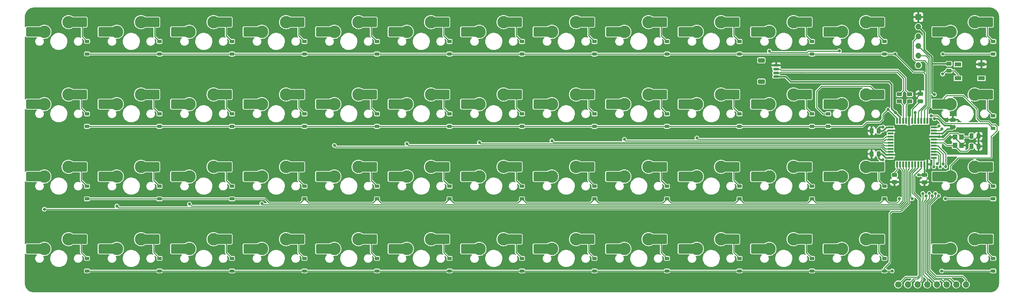
<source format=gbr>
%TF.GenerationSoftware,KiCad,Pcbnew,7.0.1-0*%
%TF.CreationDate,2023-04-28T12:46:07-05:00*%
%TF.ProjectId,pcb,7063622e-6b69-4636-9164-5f7063625858,rev?*%
%TF.SameCoordinates,Original*%
%TF.FileFunction,Copper,L2,Bot*%
%TF.FilePolarity,Positive*%
%FSLAX46Y46*%
G04 Gerber Fmt 4.6, Leading zero omitted, Abs format (unit mm)*
G04 Created by KiCad (PCBNEW 7.0.1-0) date 2023-04-28 12:46:07*
%MOMM*%
%LPD*%
G01*
G04 APERTURE LIST*
G04 Aperture macros list*
%AMRoundRect*
0 Rectangle with rounded corners*
0 $1 Rounding radius*
0 $2 $3 $4 $5 $6 $7 $8 $9 X,Y pos of 4 corners*
0 Add a 4 corners polygon primitive as box body*
4,1,4,$2,$3,$4,$5,$6,$7,$8,$9,$2,$3,0*
0 Add four circle primitives for the rounded corners*
1,1,$1+$1,$2,$3*
1,1,$1+$1,$4,$5*
1,1,$1+$1,$6,$7*
1,1,$1+$1,$8,$9*
0 Add four rect primitives between the rounded corners*
20,1,$1+$1,$2,$3,$4,$5,0*
20,1,$1+$1,$4,$5,$6,$7,0*
20,1,$1+$1,$6,$7,$8,$9,0*
20,1,$1+$1,$8,$9,$2,$3,0*%
G04 Aperture macros list end*
%TA.AperFunction,SMDPad,CuDef*%
%ADD10RoundRect,0.225000X0.375000X-0.225000X0.375000X0.225000X-0.375000X0.225000X-0.375000X-0.225000X0*%
%TD*%
%TA.AperFunction,SMDPad,CuDef*%
%ADD11RoundRect,0.250000X0.475000X-0.250000X0.475000X0.250000X-0.475000X0.250000X-0.475000X-0.250000X0*%
%TD*%
%TA.AperFunction,SMDPad,CuDef*%
%ADD12RoundRect,0.250000X0.450000X-0.262500X0.450000X0.262500X-0.450000X0.262500X-0.450000X-0.262500X0*%
%TD*%
%TA.AperFunction,ComponentPad*%
%ADD13C,3.300000*%
%TD*%
%TA.AperFunction,SMDPad,CuDef*%
%ADD14R,1.650000X2.500000*%
%TD*%
%TA.AperFunction,SMDPad,CuDef*%
%ADD15RoundRect,0.250000X1.025000X1.000000X-1.025000X1.000000X-1.025000X-1.000000X1.025000X-1.000000X0*%
%TD*%
%TA.AperFunction,SMDPad,CuDef*%
%ADD16RoundRect,0.250000X-0.450000X0.262500X-0.450000X-0.262500X0.450000X-0.262500X0.450000X0.262500X0*%
%TD*%
%TA.AperFunction,SMDPad,CuDef*%
%ADD17RoundRect,0.250000X-0.250000X-0.475000X0.250000X-0.475000X0.250000X0.475000X-0.250000X0.475000X0*%
%TD*%
%TA.AperFunction,SMDPad,CuDef*%
%ADD18RoundRect,0.250000X0.250000X0.475000X-0.250000X0.475000X-0.250000X-0.475000X0.250000X-0.475000X0*%
%TD*%
%TA.AperFunction,SMDPad,CuDef*%
%ADD19R,1.200000X1.400000*%
%TD*%
%TA.AperFunction,SMDPad,CuDef*%
%ADD20RoundRect,0.250000X-0.475000X0.250000X-0.475000X-0.250000X0.475000X-0.250000X0.475000X0.250000X0*%
%TD*%
%TA.AperFunction,SMDPad,CuDef*%
%ADD21RoundRect,0.150000X0.625000X-0.150000X0.625000X0.150000X-0.625000X0.150000X-0.625000X-0.150000X0*%
%TD*%
%TA.AperFunction,SMDPad,CuDef*%
%ADD22RoundRect,0.250000X0.650000X-0.350000X0.650000X0.350000X-0.650000X0.350000X-0.650000X-0.350000X0*%
%TD*%
%TA.AperFunction,ComponentPad*%
%ADD23C,1.700000*%
%TD*%
%TA.AperFunction,ComponentPad*%
%ADD24O,1.700000X1.700000*%
%TD*%
%TA.AperFunction,SMDPad,CuDef*%
%ADD25R,0.550000X1.500000*%
%TD*%
%TA.AperFunction,SMDPad,CuDef*%
%ADD26R,1.500000X0.550000*%
%TD*%
%TA.AperFunction,ComponentPad*%
%ADD27O,1.524000X1.524000*%
%TD*%
%TA.AperFunction,ComponentPad*%
%ADD28R,1.524000X1.524000*%
%TD*%
%TA.AperFunction,SMDPad,CuDef*%
%ADD29R,1.800000X1.100000*%
%TD*%
%TA.AperFunction,ViaPad*%
%ADD30C,0.812800*%
%TD*%
%TA.AperFunction,Conductor*%
%ADD31C,0.254000*%
%TD*%
%TA.AperFunction,Conductor*%
%ADD32C,0.381000*%
%TD*%
G04 APERTURE END LIST*
D10*
%TO.P,D7,1,K*%
%TO.N,row0*%
X156225000Y-33075000D03*
%TO.P,D7,2,A*%
%TO.N,Net-(D7-A)*%
X156225000Y-29775000D03*
%TD*%
D11*
%TO.P,C4,1*%
%TO.N,VCC*%
X269450000Y-52300000D03*
%TO.P,C4,2*%
%TO.N,GND*%
X269450000Y-50400000D03*
%TD*%
D12*
%TO.P,RSW1,1*%
%TO.N,ISP_Reset*%
X268450000Y-37462500D03*
%TO.P,RSW1,2*%
%TO.N,VCC*%
X268450000Y-35637500D03*
%TD*%
D10*
%TO.P,D8,1,K*%
%TO.N,row0*%
X175275000Y-33075000D03*
%TO.P,D8,2,A*%
%TO.N,Net-(D8-A)*%
X175275000Y-29775000D03*
%TD*%
%TO.P,D14,1,K*%
%TO.N,row1*%
X41925000Y-52125000D03*
%TO.P,D14,2,A*%
%TO.N,Net-(D14-A)*%
X41925000Y-48825000D03*
%TD*%
D13*
%TO.P,MX42,1,COL*%
%TO.N,col2*%
X68818186Y-84375698D03*
D14*
X66993186Y-84375698D03*
D15*
X65268186Y-84375698D03*
%TO.P,MX42,2,ROW*%
%TO.N,Net-(D42-A)*%
X78718186Y-81835698D03*
D14*
X76968186Y-81835698D03*
D13*
X75168186Y-81835698D03*
%TD*%
D10*
%TO.P,D35,1,K*%
%TO.N,row2*%
X194325000Y-71200000D03*
%TO.P,D35,2,A*%
%TO.N,Net-(D35-A)*%
X194325000Y-67900000D03*
%TD*%
%TO.P,D11,1,K*%
%TO.N,row0*%
X232425000Y-33075000D03*
%TO.P,D11,2,A*%
%TO.N,Net-(D11-A)*%
X232425000Y-29775000D03*
%TD*%
D16*
%TO.P,R3,1*%
%TO.N,D+*%
X258100000Y-43707500D03*
%TO.P,R3,2*%
%TO.N,Net-(U1-D+)*%
X258100000Y-45532500D03*
%TD*%
D13*
%TO.P,MX9,1,COL*%
%TO.N,col8*%
X183118282Y-27225650D03*
D14*
X181293282Y-27225650D03*
D15*
X179568282Y-27225650D03*
%TO.P,MX9,2,ROW*%
%TO.N,Net-(D9-A)*%
X193018282Y-24685650D03*
D14*
X191268282Y-24685650D03*
D13*
X189468282Y-24685650D03*
%TD*%
%TO.P,MX3,1,COL*%
%TO.N,col2*%
X68818186Y-27225650D03*
D14*
X66993186Y-27225650D03*
D15*
X65268186Y-27225650D03*
%TO.P,MX3,2,ROW*%
%TO.N,Net-(D3-A)*%
X78718186Y-24685650D03*
D14*
X76968186Y-24685650D03*
D13*
X75168186Y-24685650D03*
%TD*%
D10*
%TO.P,D39,1,K*%
%TO.N,row2*%
X280050000Y-71200000D03*
%TO.P,D39,2,A*%
%TO.N,Net-(D39-A)*%
X280050000Y-67900000D03*
%TD*%
D13*
%TO.P,MX41,1,COL*%
%TO.N,col1*%
X49768170Y-84375698D03*
D14*
X47943170Y-84375698D03*
D15*
X46218170Y-84375698D03*
%TO.P,MX41,2,ROW*%
%TO.N,Net-(D41-A)*%
X59668170Y-81835698D03*
D14*
X57918170Y-81835698D03*
D13*
X56118170Y-81835698D03*
%TD*%
%TO.P,MX25,1,COL*%
%TO.N,col11{slash}miso*%
X240268330Y-46275666D03*
D14*
X238443330Y-46275666D03*
D15*
X236718330Y-46275666D03*
%TO.P,MX25,2,ROW*%
%TO.N,Net-(D25-A)*%
X250168330Y-43735666D03*
D14*
X248418330Y-43735666D03*
D13*
X246618330Y-43735666D03*
%TD*%
%TO.P,MX22,1,COL*%
%TO.N,col8*%
X183118282Y-46275666D03*
D14*
X181293282Y-46275666D03*
D15*
X179568282Y-46275666D03*
%TO.P,MX22,2,ROW*%
%TO.N,Net-(D22-A)*%
X193018282Y-43735666D03*
D14*
X191268282Y-43735666D03*
D13*
X189468282Y-43735666D03*
%TD*%
%TO.P,MX49,1,COL*%
%TO.N,col9*%
X202168298Y-84375698D03*
D14*
X200343298Y-84375698D03*
D15*
X198618298Y-84375698D03*
%TO.P,MX49,2,ROW*%
%TO.N,Net-(D49-A)*%
X212068298Y-81835698D03*
D14*
X210318298Y-81835698D03*
D13*
X208518298Y-81835698D03*
%TD*%
D10*
%TO.P,D46,1,K*%
%TO.N,row3*%
X156225000Y-90200000D03*
%TO.P,D46,2,A*%
%TO.N,Net-(D46-A)*%
X156225000Y-86900000D03*
%TD*%
%TO.P,D40,1,K*%
%TO.N,row3*%
X41925000Y-90200000D03*
%TO.P,D40,2,A*%
%TO.N,Net-(D40-A)*%
X41925000Y-86900000D03*
%TD*%
D13*
%TO.P,MX10,1,COL*%
%TO.N,col9*%
X202168298Y-27225650D03*
D14*
X200343298Y-27225650D03*
D15*
X198618298Y-27225650D03*
%TO.P,MX10,2,ROW*%
%TO.N,Net-(D10-A)*%
X212068298Y-24685650D03*
D14*
X210318298Y-24685650D03*
D13*
X208518298Y-24685650D03*
%TD*%
D17*
%TO.P,CX1,1*%
%TO.N,XTAL2*%
X274300000Y-54650000D03*
%TO.P,CX1,2*%
%TO.N,GND*%
X276200000Y-54650000D03*
%TD*%
D12*
%TO.P,R2,1*%
%TO.N,Net-(U1-D-)*%
X255410000Y-45532500D03*
%TO.P,R2,2*%
%TO.N,D-*%
X255410000Y-43707500D03*
%TD*%
D18*
%TO.P,C1,1*%
%TO.N,VCC*%
X249975000Y-53325000D03*
%TO.P,C1,2*%
%TO.N,GND*%
X248075000Y-53325000D03*
%TD*%
D10*
%TO.P,D4,1,K*%
%TO.N,row0*%
X99075000Y-33075000D03*
%TO.P,D4,2,A*%
%TO.N,Net-(D4-A)*%
X99075000Y-29775000D03*
%TD*%
D19*
%TO.P,Y1,1,1*%
%TO.N,XTAL2*%
X271700000Y-54925000D03*
%TO.P,Y1,2,2*%
%TO.N,GND*%
X271700000Y-57125000D03*
%TO.P,Y1,3,3*%
%TO.N,XTAL1*%
X270000000Y-57125000D03*
%TO.P,Y1,4,4*%
%TO.N,GND*%
X270000000Y-54925000D03*
%TD*%
D18*
%TO.P,C2,1*%
%TO.N,VCC*%
X249975000Y-59375000D03*
%TO.P,C2,2*%
%TO.N,GND*%
X248075000Y-59375000D03*
%TD*%
D13*
%TO.P,MX19,1,COL*%
%TO.N,col5*%
X125968234Y-46275666D03*
D14*
X124143234Y-46275666D03*
D15*
X122418234Y-46275666D03*
%TO.P,MX19,2,ROW*%
%TO.N,Net-(D19-A)*%
X135868234Y-43735666D03*
D14*
X134118234Y-43735666D03*
D13*
X132318234Y-43735666D03*
%TD*%
D10*
%TO.P,D29,1,K*%
%TO.N,row2*%
X80025000Y-71200000D03*
%TO.P,D29,2,A*%
%TO.N,Net-(D29-A)*%
X80025000Y-67900000D03*
%TD*%
D13*
%TO.P,MX21,1,COL*%
%TO.N,col7*%
X164068266Y-46275666D03*
D14*
X162243266Y-46275666D03*
D15*
X160518266Y-46275666D03*
%TO.P,MX21,2,ROW*%
%TO.N,Net-(D21-A)*%
X173968266Y-43735666D03*
D14*
X172218266Y-43735666D03*
D13*
X170418266Y-43735666D03*
%TD*%
D10*
%TO.P,D24,1,K*%
%TO.N,row1*%
X232425000Y-52125000D03*
%TO.P,D24,2,A*%
%TO.N,Net-(D24-A)*%
X232425000Y-48825000D03*
%TD*%
%TO.P,D31,1,K*%
%TO.N,row2*%
X118125000Y-71200000D03*
%TO.P,D31,2,A*%
%TO.N,Net-(D31-A)*%
X118125000Y-67900000D03*
%TD*%
%TO.P,D45,1,K*%
%TO.N,row3*%
X137175000Y-90200000D03*
%TO.P,D45,2,A*%
%TO.N,Net-(D45-A)*%
X137175000Y-86900000D03*
%TD*%
%TO.P,D16,1,K*%
%TO.N,row1*%
X80025000Y-52125000D03*
%TO.P,D16,2,A*%
%TO.N,Net-(D16-A)*%
X80025000Y-48825000D03*
%TD*%
%TO.P,D41,1,K*%
%TO.N,row3*%
X60975000Y-90200000D03*
%TO.P,D41,2,A*%
%TO.N,Net-(D41-A)*%
X60975000Y-86900000D03*
%TD*%
D13*
%TO.P,MX16,1,COL*%
%TO.N,col2*%
X68818186Y-46275666D03*
D14*
X66993186Y-46275666D03*
D15*
X65268186Y-46275666D03*
%TO.P,MX16,2,ROW*%
%TO.N,Net-(D16-A)*%
X78718186Y-43735666D03*
D14*
X76968186Y-43735666D03*
D13*
X75168186Y-43735666D03*
%TD*%
D10*
%TO.P,D13,1,K*%
%TO.N,row0*%
X280050000Y-33075000D03*
%TO.P,D13,2,A*%
%TO.N,Net-(D13-A)*%
X280050000Y-29775000D03*
%TD*%
D13*
%TO.P,MX32,1,COL*%
%TO.N,col5*%
X125968234Y-65325682D03*
D14*
X124143234Y-65325682D03*
D15*
X122418234Y-65325682D03*
%TO.P,MX32,2,ROW*%
%TO.N,Net-(D32-A)*%
X135868234Y-62785682D03*
D14*
X134118234Y-62785682D03*
D13*
X132318234Y-62785682D03*
%TD*%
D10*
%TO.P,D49,1,K*%
%TO.N,row3*%
X213375000Y-90200000D03*
%TO.P,D49,2,A*%
%TO.N,Net-(D49-A)*%
X213375000Y-86900000D03*
%TD*%
D13*
%TO.P,MX8,1,COL*%
%TO.N,col7*%
X164068266Y-27225650D03*
D14*
X162243266Y-27225650D03*
D15*
X160518266Y-27225650D03*
%TO.P,MX8,2,ROW*%
%TO.N,Net-(D8-A)*%
X173968266Y-24685650D03*
D14*
X172218266Y-24685650D03*
D13*
X170418266Y-24685650D03*
%TD*%
D10*
%TO.P,D51,1,K*%
%TO.N,row3*%
X251475000Y-90200000D03*
%TO.P,D51,2,A*%
%TO.N,Net-(D51-A)*%
X251475000Y-86900000D03*
%TD*%
%TO.P,D50,1,K*%
%TO.N,row3*%
X232425000Y-90200000D03*
%TO.P,D50,2,A*%
%TO.N,Net-(D50-A)*%
X232425000Y-86900000D03*
%TD*%
D11*
%TO.P,C5,1*%
%TO.N,Net-(U1-UCAP)*%
X260875000Y-45525000D03*
%TO.P,C5,2*%
%TO.N,GND*%
X260875000Y-43625000D03*
%TD*%
D10*
%TO.P,D52,1,K*%
%TO.N,row3*%
X280050000Y-90200000D03*
%TO.P,D52,2,A*%
%TO.N,Net-(D52-A)*%
X280050000Y-86900000D03*
%TD*%
D13*
%TO.P,MX33,1,COL*%
%TO.N,col6*%
X145018250Y-65325682D03*
D14*
X143193250Y-65325682D03*
D15*
X141468250Y-65325682D03*
%TO.P,MX33,2,ROW*%
%TO.N,Net-(D33-A)*%
X154918250Y-62785682D03*
D14*
X153168250Y-62785682D03*
D13*
X151368250Y-62785682D03*
%TD*%
D10*
%TO.P,D37,1,K*%
%TO.N,row2*%
X232425000Y-71200000D03*
%TO.P,D37,2,A*%
%TO.N,Net-(D37-A)*%
X232425000Y-67900000D03*
%TD*%
%TO.P,D3,1,K*%
%TO.N,row0*%
X80025000Y-33075000D03*
%TO.P,D3,2,A*%
%TO.N,Net-(D3-A)*%
X80025000Y-29775000D03*
%TD*%
D20*
%TO.P,C3,1*%
%TO.N,VCC*%
X261950000Y-64925000D03*
%TO.P,C3,2*%
%TO.N,GND*%
X261950000Y-66825000D03*
%TD*%
D13*
%TO.P,MX37,1,COL*%
%TO.N,col10{slash}mosi*%
X221218314Y-65325682D03*
D14*
X219393314Y-65325682D03*
D15*
X217668314Y-65325682D03*
%TO.P,MX37,2,ROW*%
%TO.N,Net-(D37-A)*%
X231118314Y-62785682D03*
D14*
X229368314Y-62785682D03*
D13*
X227568314Y-62785682D03*
%TD*%
D10*
%TO.P,D18,1,K*%
%TO.N,row1*%
X118125000Y-52125000D03*
%TO.P,D18,2,A*%
%TO.N,Net-(D18-A)*%
X118125000Y-48825000D03*
%TD*%
%TO.P,D28,1,K*%
%TO.N,row2*%
X60975000Y-71200000D03*
%TO.P,D28,2,A*%
%TO.N,Net-(D28-A)*%
X60975000Y-67900000D03*
%TD*%
D13*
%TO.P,MX34,1,COL*%
%TO.N,col7*%
X164068266Y-65325682D03*
D14*
X162243266Y-65325682D03*
D15*
X160518266Y-65325682D03*
%TO.P,MX34,2,ROW*%
%TO.N,Net-(D34-A)*%
X173968266Y-62785682D03*
D14*
X172218266Y-62785682D03*
D13*
X170418266Y-62785682D03*
%TD*%
%TO.P,MX28,1,COL*%
%TO.N,col1*%
X49768170Y-65325682D03*
D14*
X47943170Y-65325682D03*
D15*
X46218170Y-65325682D03*
%TO.P,MX28,2,ROW*%
%TO.N,Net-(D28-A)*%
X59668170Y-62785682D03*
D14*
X57918170Y-62785682D03*
D13*
X56118170Y-62785682D03*
%TD*%
%TO.P,MX47,1,COL*%
%TO.N,col7*%
X164068266Y-84375698D03*
D14*
X162243266Y-84375698D03*
D15*
X160518266Y-84375698D03*
%TO.P,MX47,2,ROW*%
%TO.N,Net-(D47-A)*%
X173968266Y-81835698D03*
D14*
X172218266Y-81835698D03*
D13*
X170418266Y-81835698D03*
%TD*%
D10*
%TO.P,D32,1,K*%
%TO.N,row2*%
X137175000Y-71200000D03*
%TO.P,D32,2,A*%
%TO.N,Net-(D32-A)*%
X137175000Y-67900000D03*
%TD*%
D13*
%TO.P,MX45,1,COL*%
%TO.N,col5*%
X125968234Y-84375698D03*
D14*
X124143234Y-84375698D03*
D15*
X122418234Y-84375698D03*
%TO.P,MX45,2,ROW*%
%TO.N,Net-(D45-A)*%
X135868234Y-81835698D03*
D14*
X134118234Y-81835698D03*
D13*
X132318234Y-81835698D03*
%TD*%
D10*
%TO.P,D5,1,K*%
%TO.N,row0*%
X118125000Y-33075000D03*
%TO.P,D5,2,A*%
%TO.N,Net-(D5-A)*%
X118125000Y-29775000D03*
%TD*%
D13*
%TO.P,MX4,1,COL*%
%TO.N,col3*%
X87868202Y-27225650D03*
D14*
X86043202Y-27225650D03*
D15*
X84318202Y-27225650D03*
%TO.P,MX4,2,ROW*%
%TO.N,Net-(D4-A)*%
X97768202Y-24685650D03*
D14*
X96018202Y-24685650D03*
D13*
X94218202Y-24685650D03*
%TD*%
D10*
%TO.P,D27,1,K*%
%TO.N,row2*%
X41925000Y-71200000D03*
%TO.P,D27,2,A*%
%TO.N,Net-(D27-A)*%
X41925000Y-67900000D03*
%TD*%
D13*
%TO.P,MX29,1,COL*%
%TO.N,col2*%
X68818186Y-65325682D03*
D14*
X66993186Y-65325682D03*
D15*
X65268186Y-65325682D03*
%TO.P,MX29,2,ROW*%
%TO.N,Net-(D29-A)*%
X78718186Y-62785682D03*
D14*
X76968186Y-62785682D03*
D13*
X75168186Y-62785682D03*
%TD*%
%TO.P,MX7,1,COL*%
%TO.N,col6*%
X145018250Y-27225650D03*
D14*
X143193250Y-27225650D03*
D15*
X141468250Y-27225650D03*
%TO.P,MX7,2,ROW*%
%TO.N,Net-(D7-A)*%
X154918250Y-24685650D03*
D14*
X153168250Y-24685650D03*
D13*
X151368250Y-24685650D03*
%TD*%
D10*
%TO.P,D48,1,K*%
%TO.N,row3*%
X194325000Y-90200000D03*
%TO.P,D48,2,A*%
%TO.N,Net-(D48-A)*%
X194325000Y-86900000D03*
%TD*%
%TO.P,D34,1,K*%
%TO.N,row2*%
X175275000Y-71200000D03*
%TO.P,D34,2,A*%
%TO.N,Net-(D34-A)*%
X175275000Y-67900000D03*
%TD*%
D13*
%TO.P,MX18,1,COL*%
%TO.N,col4*%
X106918218Y-46275666D03*
D14*
X105093218Y-46275666D03*
D15*
X103368218Y-46275666D03*
%TO.P,MX18,2,ROW*%
%TO.N,Net-(D18-A)*%
X116818218Y-43735666D03*
D14*
X115068218Y-43735666D03*
D13*
X113268218Y-43735666D03*
%TD*%
D10*
%TO.P,D20,1,K*%
%TO.N,row1*%
X156225000Y-52125000D03*
%TO.P,D20,2,A*%
%TO.N,Net-(D20-A)*%
X156225000Y-48825000D03*
%TD*%
D13*
%TO.P,MX39,1,COL*%
%TO.N,col12{slash}sck*%
X268843354Y-65325682D03*
D14*
X267018354Y-65325682D03*
D15*
X265293354Y-65325682D03*
%TO.P,MX39,2,ROW*%
%TO.N,Net-(D39-A)*%
X278743354Y-62785682D03*
D14*
X276993354Y-62785682D03*
D13*
X275193354Y-62785682D03*
%TD*%
D21*
%TO.P,J3,1,1*%
%TO.N,VCC*%
X223000000Y-39050000D03*
%TO.P,J3,2,2*%
%TO.N,D-*%
X223000000Y-38050000D03*
%TO.P,J3,3,3*%
%TO.N,D+*%
X223000000Y-37050000D03*
%TO.P,J3,4,4*%
%TO.N,GND*%
X223000000Y-36050000D03*
D22*
%TO.P,J3,MP*%
%TO.N,N/C*%
X219125000Y-40350000D03*
X219125000Y-34750000D03*
%TD*%
D13*
%TO.P,MX24,1,COL*%
%TO.N,col10{slash}mosi*%
X221218314Y-46275666D03*
D14*
X219393314Y-46275666D03*
D15*
X217668314Y-46275666D03*
%TO.P,MX24,2,ROW*%
%TO.N,Net-(D24-A)*%
X231118314Y-43735666D03*
D14*
X229368314Y-43735666D03*
D13*
X227568314Y-43735666D03*
%TD*%
D10*
%TO.P,D19,1,K*%
%TO.N,row1*%
X137175000Y-52125000D03*
%TO.P,D19,2,A*%
%TO.N,Net-(D19-A)*%
X137175000Y-48825000D03*
%TD*%
D13*
%TO.P,MX43,1,COL*%
%TO.N,col3*%
X87868202Y-84375698D03*
D14*
X86043202Y-84375698D03*
D15*
X84318202Y-84375698D03*
%TO.P,MX43,2,ROW*%
%TO.N,Net-(D43-A)*%
X97768202Y-81835698D03*
D14*
X96018202Y-81835698D03*
D13*
X94218202Y-81835698D03*
%TD*%
%TO.P,MX13,1,COL*%
%TO.N,col12{slash}sck*%
X268843354Y-27225650D03*
D14*
X267018354Y-27225650D03*
D15*
X265293354Y-27225650D03*
%TO.P,MX13,2,ROW*%
%TO.N,Net-(D13-A)*%
X278743354Y-24685650D03*
D14*
X276993354Y-24685650D03*
D13*
X275193354Y-24685650D03*
%TD*%
%TO.P,MX6,1,COL*%
%TO.N,col5*%
X125968234Y-27225650D03*
D14*
X124143234Y-27225650D03*
D15*
X122418234Y-27225650D03*
%TO.P,MX6,2,ROW*%
%TO.N,Net-(D6-A)*%
X135868234Y-24685650D03*
D14*
X134118234Y-24685650D03*
D13*
X132318234Y-24685650D03*
%TD*%
%TO.P,MX36,1,COL*%
%TO.N,col9*%
X202168298Y-65325682D03*
D14*
X200343298Y-65325682D03*
D15*
X198618298Y-65325682D03*
%TO.P,MX36,2,ROW*%
%TO.N,Net-(D36-A)*%
X212068298Y-62785682D03*
D14*
X210318298Y-62785682D03*
D13*
X208518298Y-62785682D03*
%TD*%
D12*
%TO.P,R1,1*%
%TO.N,GND*%
X254125000Y-66775000D03*
%TO.P,R1,2*%
%TO.N,Net-(U1-~{HWB}{slash}PE2)*%
X254125000Y-64950000D03*
%TD*%
D23*
%TO.P,J5,1,Pin_1*%
%TO.N,extra1*%
X255075000Y-93750000D03*
D24*
%TO.P,J5,2,Pin_2*%
%TO.N,extra2*%
X257615000Y-93750000D03*
%TO.P,J5,3,Pin_3*%
%TO.N,extra3*%
X260155000Y-93750000D03*
%TO.P,J5,4,Pin_4*%
%TO.N,extra4*%
X262695000Y-93750000D03*
%TO.P,J5,5,Pin_5*%
%TO.N,extra5*%
X265235000Y-93750000D03*
%TO.P,J5,6,Pin_6*%
%TO.N,extra6*%
X267775000Y-93750000D03*
%TO.P,J5,7,Pin_7*%
%TO.N,extra7*%
X270315000Y-93750000D03*
%TO.P,J5,8,Pin_8*%
%TO.N,extra8*%
X272855000Y-93750000D03*
%TD*%
D10*
%TO.P,D6,1,K*%
%TO.N,row0*%
X137175000Y-33075000D03*
%TO.P,D6,2,A*%
%TO.N,Net-(D6-A)*%
X137175000Y-29775000D03*
%TD*%
D13*
%TO.P,MX30,1,COL*%
%TO.N,col3*%
X87868202Y-65325682D03*
D14*
X86043202Y-65325682D03*
D15*
X84318202Y-65325682D03*
%TO.P,MX30,2,ROW*%
%TO.N,Net-(D30-A)*%
X97768202Y-62785682D03*
D14*
X96018202Y-62785682D03*
D13*
X94218202Y-62785682D03*
%TD*%
D10*
%TO.P,D12,1,K*%
%TO.N,row0*%
X251475000Y-33075000D03*
%TO.P,D12,2,A*%
%TO.N,Net-(D12-A)*%
X251475000Y-29775000D03*
%TD*%
%TO.P,D30,1,K*%
%TO.N,row2*%
X99075000Y-71200000D03*
%TO.P,D30,2,A*%
%TO.N,Net-(D30-A)*%
X99075000Y-67900000D03*
%TD*%
%TO.P,D2,1,K*%
%TO.N,row0*%
X60970000Y-33075000D03*
%TO.P,D2,2,A*%
%TO.N,Net-(D2-A)*%
X60970000Y-29775000D03*
%TD*%
D17*
%TO.P,CX2,1*%
%TO.N,XTAL1*%
X274300000Y-57350000D03*
%TO.P,CX2,2*%
%TO.N,GND*%
X276200000Y-57350000D03*
%TD*%
D13*
%TO.P,MX35,1,COL*%
%TO.N,col8*%
X183118282Y-65325682D03*
D14*
X181293282Y-65325682D03*
D15*
X179568282Y-65325682D03*
%TO.P,MX35,2,ROW*%
%TO.N,Net-(D35-A)*%
X193018282Y-62785682D03*
D14*
X191268282Y-62785682D03*
D13*
X189468282Y-62785682D03*
%TD*%
%TO.P,MX15,1,COL*%
%TO.N,col1*%
X49768170Y-46275666D03*
D14*
X47943170Y-46275666D03*
D15*
X46218170Y-46275666D03*
%TO.P,MX15,2,ROW*%
%TO.N,Net-(D15-A)*%
X59668170Y-43735666D03*
D14*
X57918170Y-43735666D03*
D13*
X56118170Y-43735666D03*
%TD*%
%TO.P,MX48,1,COL*%
%TO.N,col8*%
X183118282Y-84375698D03*
D14*
X181293282Y-84375698D03*
D15*
X179568282Y-84375698D03*
%TO.P,MX48,2,ROW*%
%TO.N,Net-(D48-A)*%
X193018282Y-81835698D03*
D14*
X191268282Y-81835698D03*
D13*
X189468282Y-81835698D03*
%TD*%
D10*
%TO.P,D33,1,K*%
%TO.N,row2*%
X156225000Y-71200000D03*
%TO.P,D33,2,A*%
%TO.N,Net-(D33-A)*%
X156225000Y-67900000D03*
%TD*%
D13*
%TO.P,MX31,1,COL*%
%TO.N,col4*%
X106918218Y-65325682D03*
D14*
X105093218Y-65325682D03*
D15*
X103368218Y-65325682D03*
%TO.P,MX31,2,ROW*%
%TO.N,Net-(D31-A)*%
X116818218Y-62785682D03*
D14*
X115068218Y-62785682D03*
D13*
X113268218Y-62785682D03*
%TD*%
D10*
%TO.P,D22,1,K*%
%TO.N,row1*%
X194325000Y-52125000D03*
%TO.P,D22,2,A*%
%TO.N,Net-(D22-A)*%
X194325000Y-48825000D03*
%TD*%
D13*
%TO.P,MX17,1,COL*%
%TO.N,col3*%
X87868202Y-46275666D03*
D14*
X86043202Y-46275666D03*
D15*
X84318202Y-46275666D03*
%TO.P,MX17,2,ROW*%
%TO.N,Net-(D17-A)*%
X97768202Y-43735666D03*
D14*
X96018202Y-43735666D03*
D13*
X94218202Y-43735666D03*
%TD*%
D10*
%TO.P,D36,1,K*%
%TO.N,row2*%
X213375000Y-71200000D03*
%TO.P,D36,2,A*%
%TO.N,Net-(D36-A)*%
X213375000Y-67900000D03*
%TD*%
D13*
%TO.P,MX51,1,COL*%
%TO.N,col11{slash}miso*%
X240268330Y-84375698D03*
D14*
X238443330Y-84375698D03*
D15*
X236718330Y-84375698D03*
%TO.P,MX51,2,ROW*%
%TO.N,Net-(D51-A)*%
X250168330Y-81835698D03*
D14*
X248418330Y-81835698D03*
D13*
X246618330Y-81835698D03*
%TD*%
D25*
%TO.P,U1,1,PE6*%
%TO.N,row1*%
X254750000Y-50725000D03*
%TO.P,U1,2,UVCC*%
%TO.N,VCC*%
X255550000Y-50725000D03*
%TO.P,U1,3,D-*%
%TO.N,Net-(U1-D-)*%
X256350000Y-50725000D03*
%TO.P,U1,4,D+*%
%TO.N,Net-(U1-D+)*%
X257150000Y-50725000D03*
%TO.P,U1,5,UGND*%
%TO.N,GND*%
X257950000Y-50725000D03*
%TO.P,U1,6,UCAP*%
%TO.N,Net-(U1-UCAP)*%
X258750000Y-50725000D03*
%TO.P,U1,7,VBUS*%
%TO.N,VCC*%
X259550000Y-50725000D03*
%TO.P,U1,8,PB0*%
%TO.N,row0*%
X260350000Y-50725000D03*
%TO.P,U1,9,PB1*%
%TO.N,col12{slash}sck*%
X261150000Y-50725000D03*
%TO.P,U1,10,PB2*%
%TO.N,col10{slash}mosi*%
X261950000Y-50725000D03*
%TO.P,U1,11,PB3*%
%TO.N,col11{slash}miso*%
X262750000Y-50725000D03*
D26*
%TO.P,U1,12,PB7*%
%TO.N,extra8*%
X264450000Y-52425000D03*
%TO.P,U1,13,~{RESET}*%
%TO.N,ISP_Reset*%
X264450000Y-53225000D03*
%TO.P,U1,14,VCC*%
%TO.N,VCC*%
X264450000Y-54025000D03*
%TO.P,U1,15,GND*%
%TO.N,GND*%
X264450000Y-54825000D03*
%TO.P,U1,16,XTAL2*%
%TO.N,XTAL2*%
X264450000Y-55625000D03*
%TO.P,U1,17,XTAL1*%
%TO.N,XTAL1*%
X264450000Y-56425000D03*
%TO.P,U1,18,PD0*%
%TO.N,extra7*%
X264450000Y-57225000D03*
%TO.P,U1,19,PD1*%
%TO.N,extra6*%
X264450000Y-58025000D03*
%TO.P,U1,20,PD2*%
%TO.N,extra5*%
X264450000Y-58825000D03*
%TO.P,U1,21,PD3*%
%TO.N,extra4*%
X264450000Y-59625000D03*
%TO.P,U1,22,PD5*%
%TO.N,extra3*%
X264450000Y-60425000D03*
D25*
%TO.P,U1,23,GND*%
%TO.N,GND*%
X262750000Y-62125000D03*
%TO.P,U1,24,AVCC*%
%TO.N,VCC*%
X261950000Y-62125000D03*
%TO.P,U1,25,PD4*%
%TO.N,extra2*%
X261150000Y-62125000D03*
%TO.P,U1,26,PD6*%
%TO.N,extra1*%
X260350000Y-62125000D03*
%TO.P,U1,27,PD7*%
%TO.N,row2*%
X259550000Y-62125000D03*
%TO.P,U1,28,PB4*%
%TO.N,row3*%
X258750000Y-62125000D03*
%TO.P,U1,29,PB5*%
%TO.N,col0*%
X257950000Y-62125000D03*
%TO.P,U1,30,PB6*%
%TO.N,col1*%
X257150000Y-62125000D03*
%TO.P,U1,31,PC6*%
%TO.N,col2*%
X256350000Y-62125000D03*
%TO.P,U1,32,PC7*%
%TO.N,col3*%
X255550000Y-62125000D03*
%TO.P,U1,33,~{HWB}/PE2*%
%TO.N,Net-(U1-~{HWB}{slash}PE2)*%
X254750000Y-62125000D03*
D26*
%TO.P,U1,34,VCC*%
%TO.N,VCC*%
X253050000Y-60425000D03*
%TO.P,U1,35,GND*%
%TO.N,GND*%
X253050000Y-59625000D03*
%TO.P,U1,36,PF7*%
%TO.N,col4*%
X253050000Y-58825000D03*
%TO.P,U1,37,PF6*%
%TO.N,col5*%
X253050000Y-58025000D03*
%TO.P,U1,38,PF5*%
%TO.N,col6*%
X253050000Y-57225000D03*
%TO.P,U1,39,PF4*%
%TO.N,col7*%
X253050000Y-56425000D03*
%TO.P,U1,40,PF1*%
%TO.N,col8*%
X253050000Y-55625000D03*
%TO.P,U1,41,PF0*%
%TO.N,col9*%
X253050000Y-54825000D03*
%TO.P,U1,42,AREF*%
%TO.N,unconnected-(U1-AREF-Pad42)*%
X253050000Y-54025000D03*
%TO.P,U1,43,GND*%
%TO.N,GND*%
X253050000Y-53225000D03*
%TO.P,U1,44,AVCC*%
%TO.N,VCC*%
X253050000Y-52425000D03*
%TD*%
D13*
%TO.P,MX44,1,COL*%
%TO.N,col4*%
X106918218Y-84375698D03*
D14*
X105093218Y-84375698D03*
D15*
X103368218Y-84375698D03*
%TO.P,MX44,2,ROW*%
%TO.N,Net-(D44-A)*%
X116818218Y-81835698D03*
D14*
X115068218Y-81835698D03*
D13*
X113268218Y-81835698D03*
%TD*%
%TO.P,MX27,1,COL*%
%TO.N,col0*%
X30718154Y-65325682D03*
D14*
X28893154Y-65325682D03*
D15*
X27168154Y-65325682D03*
%TO.P,MX27,2,ROW*%
%TO.N,Net-(D27-A)*%
X40618154Y-62785682D03*
D14*
X38868154Y-62785682D03*
D13*
X37068154Y-62785682D03*
%TD*%
%TO.P,MX40,1,COL*%
%TO.N,col0*%
X30718154Y-84375698D03*
D14*
X28893154Y-84375698D03*
D15*
X27168154Y-84375698D03*
%TO.P,MX40,2,ROW*%
%TO.N,Net-(D40-A)*%
X40618154Y-81835698D03*
D14*
X38868154Y-81835698D03*
D13*
X37068154Y-81835698D03*
%TD*%
%TO.P,MX12,1,COL*%
%TO.N,col11{slash}miso*%
X240268330Y-27225650D03*
D14*
X238443330Y-27225650D03*
D15*
X236718330Y-27225650D03*
%TO.P,MX12,2,ROW*%
%TO.N,Net-(D12-A)*%
X250168330Y-24685650D03*
D14*
X248418330Y-24685650D03*
D13*
X246618330Y-24685650D03*
%TD*%
D10*
%TO.P,D43,1,K*%
%TO.N,row3*%
X99075000Y-90200000D03*
%TO.P,D43,2,A*%
%TO.N,Net-(D43-A)*%
X99075000Y-86900000D03*
%TD*%
%TO.P,D47,1,K*%
%TO.N,row3*%
X175275000Y-90200000D03*
%TO.P,D47,2,A*%
%TO.N,Net-(D47-A)*%
X175275000Y-86900000D03*
%TD*%
D13*
%TO.P,MX11,1,COL*%
%TO.N,col10{slash}mosi*%
X221218314Y-27225650D03*
D14*
X219393314Y-27225650D03*
D15*
X217668314Y-27225650D03*
%TO.P,MX11,2,ROW*%
%TO.N,Net-(D11-A)*%
X231118314Y-24685650D03*
D14*
X229368314Y-24685650D03*
D13*
X227568314Y-24685650D03*
%TD*%
D10*
%TO.P,D9,1,K*%
%TO.N,row0*%
X194325000Y-33075000D03*
%TO.P,D9,2,A*%
%TO.N,Net-(D9-A)*%
X194325000Y-29775000D03*
%TD*%
D13*
%TO.P,MX23,1,COL*%
%TO.N,col9*%
X202168298Y-46275666D03*
D14*
X200343298Y-46275666D03*
D15*
X198618298Y-46275666D03*
%TO.P,MX23,2,ROW*%
%TO.N,Net-(D23-A)*%
X212068298Y-43735666D03*
D14*
X210318298Y-43735666D03*
D13*
X208518298Y-43735666D03*
%TD*%
%TO.P,MX52,1,COL*%
%TO.N,col12{slash}sck*%
X268843354Y-84375698D03*
D14*
X267018354Y-84375698D03*
D15*
X265293354Y-84375698D03*
%TO.P,MX52,2,ROW*%
%TO.N,Net-(D52-A)*%
X278743354Y-81835698D03*
D14*
X276993354Y-81835698D03*
D13*
X275193354Y-81835698D03*
%TD*%
D10*
%TO.P,D1,1,K*%
%TO.N,row0*%
X41930000Y-33052500D03*
%TO.P,D1,2,A*%
%TO.N,Net-(D1-A)*%
X41930000Y-29752500D03*
%TD*%
%TO.P,D21,1,K*%
%TO.N,row1*%
X175275000Y-52125000D03*
%TO.P,D21,2,A*%
%TO.N,Net-(D21-A)*%
X175275000Y-48825000D03*
%TD*%
D13*
%TO.P,MX2,1,COL*%
%TO.N,col1*%
X49768170Y-27225650D03*
D14*
X47943170Y-27225650D03*
D15*
X46218170Y-27225650D03*
%TO.P,MX2,2,ROW*%
%TO.N,Net-(D2-A)*%
X59668170Y-24685650D03*
D14*
X57918170Y-24685650D03*
D13*
X56118170Y-24685650D03*
%TD*%
%TO.P,MX50,1,COL*%
%TO.N,col10{slash}mosi*%
X221218314Y-84375698D03*
D14*
X219393314Y-84375698D03*
D15*
X217668314Y-84375698D03*
%TO.P,MX50,2,ROW*%
%TO.N,Net-(D50-A)*%
X231118314Y-81835698D03*
D14*
X229368314Y-81835698D03*
D13*
X227568314Y-81835698D03*
%TD*%
D10*
%TO.P,D38,1,K*%
%TO.N,row2*%
X251475000Y-71200000D03*
%TO.P,D38,2,A*%
%TO.N,Net-(D38-A)*%
X251475000Y-67900000D03*
%TD*%
D13*
%TO.P,MX20,1,COL*%
%TO.N,col6*%
X145018250Y-46275666D03*
D14*
X143193250Y-46275666D03*
D15*
X141468250Y-46275666D03*
%TO.P,MX20,2,ROW*%
%TO.N,Net-(D20-A)*%
X154918250Y-43735666D03*
D14*
X153168250Y-43735666D03*
D13*
X151368250Y-43735666D03*
%TD*%
%TO.P,MX26,1,COL*%
%TO.N,col12{slash}sck*%
X268843354Y-46275666D03*
D14*
X267018354Y-46275666D03*
D15*
X265293354Y-46275666D03*
%TO.P,MX26,2,ROW*%
%TO.N,Net-(D26-A)*%
X278743354Y-43735666D03*
D14*
X276993354Y-43735666D03*
D13*
X275193354Y-43735666D03*
%TD*%
D10*
%TO.P,D15,1,K*%
%TO.N,row1*%
X60975000Y-52125000D03*
%TO.P,D15,2,A*%
%TO.N,Net-(D15-A)*%
X60975000Y-48825000D03*
%TD*%
D13*
%TO.P,MX1,1,COL*%
%TO.N,col0*%
X30718154Y-27225650D03*
D14*
X28893154Y-27225650D03*
D15*
X27168154Y-27225650D03*
%TO.P,MX1,2,ROW*%
%TO.N,Net-(D1-A)*%
X40618154Y-24685650D03*
D14*
X38868154Y-24685650D03*
D13*
X37068154Y-24685650D03*
%TD*%
D27*
%TO.P,J2,1,~{RST}*%
%TO.N,ISP_Reset*%
X260375000Y-36050000D03*
%TO.P,J2,2,VCC*%
%TO.N,VCC*%
X260375000Y-25890000D03*
%TO.P,J2,3,MISO*%
%TO.N,col11{slash}miso*%
X260375000Y-30970000D03*
%TO.P,J2,4,MOSI*%
%TO.N,col10{slash}mosi*%
X260375000Y-33510000D03*
%TO.P,J2,5,SCK*%
%TO.N,col12{slash}sck*%
X260375000Y-28430000D03*
D28*
%TO.P,J2,6,GND*%
%TO.N,GND*%
X260375000Y-23350000D03*
%TD*%
D29*
%TO.P,SW1,1,1*%
%TO.N,GND*%
X276950000Y-35775000D03*
%TO.P,SW1,2,2*%
%TO.N,ISP_Reset*%
X270750000Y-39475000D03*
%TO.P,SW1,3*%
%TO.N,N/C*%
X276950000Y-39475000D03*
%TO.P,SW1,4*%
X270750000Y-35775000D03*
%TD*%
D10*
%TO.P,D23,1,K*%
%TO.N,row1*%
X213375000Y-52125000D03*
%TO.P,D23,2,A*%
%TO.N,Net-(D23-A)*%
X213375000Y-48825000D03*
%TD*%
%TO.P,D25,1,K*%
%TO.N,row1*%
X236675000Y-52125000D03*
%TO.P,D25,2,A*%
%TO.N,Net-(D25-A)*%
X236675000Y-48825000D03*
%TD*%
%TO.P,D42,1,K*%
%TO.N,row3*%
X80025000Y-90200000D03*
%TO.P,D42,2,A*%
%TO.N,Net-(D42-A)*%
X80025000Y-86900000D03*
%TD*%
%TO.P,D26,1,K*%
%TO.N,row1*%
X280050000Y-52650000D03*
%TO.P,D26,2,A*%
%TO.N,Net-(D26-A)*%
X280050000Y-49350000D03*
%TD*%
D13*
%TO.P,MX38,1,COL*%
%TO.N,col11{slash}miso*%
X240268330Y-65325682D03*
D14*
X238443330Y-65325682D03*
D15*
X236718330Y-65325682D03*
%TO.P,MX38,2,ROW*%
%TO.N,Net-(D38-A)*%
X250168330Y-62785682D03*
D14*
X248418330Y-62785682D03*
D13*
X246618330Y-62785682D03*
%TD*%
D10*
%TO.P,D10,1,K*%
%TO.N,row0*%
X213375000Y-33075000D03*
%TO.P,D10,2,A*%
%TO.N,Net-(D10-A)*%
X213375000Y-29775000D03*
%TD*%
D13*
%TO.P,MX5,1,COL*%
%TO.N,col4*%
X106918218Y-27225650D03*
D14*
X105093218Y-27225650D03*
D15*
X103368218Y-27225650D03*
%TO.P,MX5,2,ROW*%
%TO.N,Net-(D5-A)*%
X116818218Y-24685650D03*
D14*
X115068218Y-24685650D03*
D13*
X113268218Y-24685650D03*
%TD*%
D10*
%TO.P,D44,1,K*%
%TO.N,row3*%
X118125000Y-90200000D03*
%TO.P,D44,2,A*%
%TO.N,Net-(D44-A)*%
X118125000Y-86900000D03*
%TD*%
%TO.P,D17,1,K*%
%TO.N,row1*%
X99075000Y-52125000D03*
%TO.P,D17,2,A*%
%TO.N,Net-(D17-A)*%
X99075000Y-48825000D03*
%TD*%
D13*
%TO.P,MX46,1,COL*%
%TO.N,col6*%
X145018250Y-84375698D03*
D14*
X143193250Y-84375698D03*
D15*
X141468250Y-84375698D03*
%TO.P,MX46,2,ROW*%
%TO.N,Net-(D46-A)*%
X154918250Y-81835698D03*
D14*
X153168250Y-81835698D03*
D13*
X151368250Y-81835698D03*
%TD*%
%TO.P,MX14,1,COL*%
%TO.N,col0*%
X30718154Y-46275666D03*
D14*
X28893154Y-46275666D03*
D15*
X27168154Y-46275666D03*
%TO.P,MX14,2,ROW*%
%TO.N,Net-(D14-A)*%
X40618154Y-43735666D03*
D14*
X38868154Y-43735666D03*
D13*
X37068154Y-43735666D03*
%TD*%
D30*
%TO.N,GND*%
X163040000Y-36075000D03*
X253750000Y-79000000D03*
X252450000Y-38575000D03*
X242950000Y-42500000D03*
X232600000Y-39387500D03*
X184050000Y-54100000D03*
X124905000Y-36100000D03*
X114025000Y-89200000D03*
X50680000Y-78950000D03*
X123710000Y-53075000D03*
X69700000Y-62750000D03*
X88830000Y-55625000D03*
X258650000Y-57775000D03*
X260250000Y-52850000D03*
X182075000Y-78925000D03*
X259800000Y-73875000D03*
X88830000Y-62750000D03*
X209125000Y-89200000D03*
X27500000Y-93875000D03*
X201220000Y-62725000D03*
X220220000Y-62750000D03*
X182075000Y-62725000D03*
X145920000Y-62750000D03*
X75825000Y-72050000D03*
X120250000Y-93900000D03*
X259770000Y-87710000D03*
X145970000Y-36100000D03*
X125030000Y-78950000D03*
X69700000Y-55625000D03*
X183975000Y-36075000D03*
X261875000Y-52800000D03*
X255550000Y-55025000D03*
X267725000Y-50450000D03*
X125030000Y-62750000D03*
X183975000Y-39825000D03*
X144020000Y-54800000D03*
X144070000Y-78950000D03*
X239265000Y-36230000D03*
X220245000Y-54475000D03*
X261875000Y-60050000D03*
X190225000Y-89200000D03*
X180910000Y-53075000D03*
X170975000Y-89200000D03*
X105825000Y-39850000D03*
X257025000Y-60100000D03*
X145870000Y-54800000D03*
X201230000Y-53730000D03*
X163165000Y-78925000D03*
X56675000Y-89175000D03*
X126880000Y-78950000D03*
X181950000Y-39825000D03*
X105950000Y-78950000D03*
X75825000Y-75575000D03*
X67850000Y-62750000D03*
X260325000Y-66825000D03*
X152600000Y-75575000D03*
X67725000Y-34830000D03*
X144070000Y-62750000D03*
X37825000Y-74950000D03*
X63100000Y-22625000D03*
X107800000Y-55625000D03*
X241230000Y-54425000D03*
X229025000Y-71000000D03*
X114300000Y-56650000D03*
X69750000Y-39850000D03*
X228250000Y-89200000D03*
X229025000Y-75650000D03*
X238185000Y-53050000D03*
X209200000Y-75575000D03*
X123710000Y-51050000D03*
X56675000Y-70175000D03*
X107825000Y-42550000D03*
X57150000Y-53075000D03*
X244825000Y-36550000D03*
X199810000Y-53075000D03*
X201220000Y-78925000D03*
X239330000Y-78950000D03*
X114300000Y-59175000D03*
X86830000Y-42675000D03*
X209125000Y-91225000D03*
X105825000Y-36100000D03*
X88880000Y-39850000D03*
X163160000Y-54350000D03*
X57150000Y-51050000D03*
X145920000Y-78950000D03*
X165015000Y-78925000D03*
X85710000Y-31980000D03*
X277500000Y-57350000D03*
X247850000Y-75650000D03*
X67850000Y-78950000D03*
X209175000Y-54325000D03*
X229650000Y-38512500D03*
X171550000Y-75575000D03*
X163165000Y-62725000D03*
X48830000Y-62750000D03*
X248075000Y-54500000D03*
X257025000Y-57800000D03*
X170975000Y-91225000D03*
X222190000Y-42540000D03*
X104610000Y-34000000D03*
X200035000Y-31975000D03*
X177400000Y-93900000D03*
X143945000Y-39850000D03*
X251900000Y-79000000D03*
X133525000Y-70925000D03*
X66340000Y-51070000D03*
X85710000Y-34000000D03*
X67850000Y-55625000D03*
X181950000Y-36075000D03*
X27550000Y-22625000D03*
X142685000Y-31975000D03*
X257025000Y-52850000D03*
X247850000Y-71000000D03*
X69750000Y-34830000D03*
X29740000Y-72400000D03*
X280700000Y-58325000D03*
X56675000Y-91200000D03*
X253610000Y-71100000D03*
X165065000Y-39825000D03*
X250675000Y-39425000D03*
X88855000Y-42675000D03*
X201095000Y-39825000D03*
X161810000Y-51050000D03*
X247350000Y-33920000D03*
X252525000Y-66775000D03*
X107800000Y-62750000D03*
X257025000Y-55050000D03*
X142660000Y-53075000D03*
X152600000Y-58825000D03*
X171550000Y-70925000D03*
X257575000Y-34750000D03*
X190000000Y-75575000D03*
X107850000Y-39850000D03*
X258650000Y-52825000D03*
X31690000Y-55800000D03*
X105950000Y-62750000D03*
X247175000Y-89200000D03*
X254250000Y-30775000D03*
X124905000Y-39850000D03*
X66335000Y-53075000D03*
X123710000Y-34000000D03*
X190000000Y-58812500D03*
X232600000Y-41412500D03*
X94850000Y-89175000D03*
X161910000Y-34000000D03*
X279350000Y-93900000D03*
X264740000Y-39110000D03*
X105950000Y-55625000D03*
X276250000Y-72200000D03*
X142660000Y-51050000D03*
X228040000Y-31787500D03*
X67725000Y-39850000D03*
X86980000Y-78950000D03*
X143945000Y-36100000D03*
X199810000Y-51050000D03*
X252450000Y-36550000D03*
X247175000Y-91225000D03*
X107800000Y-78950000D03*
X85610000Y-51300000D03*
X220220000Y-78950000D03*
X229100000Y-58975000D03*
X152600000Y-55575000D03*
X261875000Y-55000000D03*
X222070000Y-78950000D03*
X126880000Y-62750000D03*
X259740000Y-80580000D03*
X28750000Y-58300000D03*
X241205000Y-62750000D03*
X203110000Y-35960000D03*
X126930000Y-39850000D03*
X88830000Y-78950000D03*
X209200000Y-70925000D03*
X133525000Y-75575000D03*
X190225000Y-91225000D03*
X125030000Y-55625000D03*
X132900000Y-89200000D03*
X228250000Y-91225000D03*
X203250000Y-53730000D03*
X182290000Y-54100000D03*
X161910000Y-31975000D03*
X94650000Y-75575000D03*
X132900000Y-91225000D03*
X56675000Y-72225000D03*
X86855000Y-39850000D03*
X75950000Y-91200000D03*
X190000000Y-70925000D03*
X246200000Y-58525000D03*
X247350000Y-32234700D03*
X238185000Y-51025000D03*
X152025000Y-91225000D03*
X279725000Y-22625000D03*
X264280000Y-73920000D03*
X88880000Y-36100000D03*
X104660000Y-53325000D03*
X268325000Y-55900000D03*
X75825000Y-70175000D03*
X277500000Y-54650000D03*
X219285000Y-53050000D03*
X258650000Y-60075000D03*
X239380000Y-54425000D03*
X165115000Y-54350000D03*
X256400000Y-89200000D03*
X107850000Y-36100000D03*
X105800000Y-42550000D03*
X255550000Y-60075000D03*
X276250000Y-70175000D03*
X113775000Y-75575000D03*
X222095000Y-54475000D03*
X241290000Y-36230000D03*
X50680000Y-55625000D03*
X145970000Y-39850000D03*
X247350000Y-36300000D03*
X203070000Y-78925000D03*
X239355000Y-62750000D03*
X241180000Y-78950000D03*
X256400000Y-91225000D03*
X50680000Y-62750000D03*
X190000000Y-54687500D03*
X222070000Y-62750000D03*
X264250000Y-87710000D03*
X29665000Y-55800000D03*
X104610000Y-31975000D03*
X209175000Y-58975000D03*
X220165000Y-42540000D03*
X180910000Y-31975000D03*
X260250000Y-55050000D03*
X244825000Y-38575000D03*
X114025000Y-91225000D03*
X37825000Y-72925000D03*
X170700000Y-55375000D03*
X165015000Y-62725000D03*
X48830000Y-78950000D03*
X170700000Y-58575000D03*
X264730000Y-41300000D03*
X261875000Y-57750000D03*
X69700000Y-78950000D03*
X260250000Y-57800000D03*
X229650000Y-36487500D03*
X260250000Y-60100000D03*
X255550000Y-52825000D03*
X120250000Y-22625000D03*
X261460000Y-39110000D03*
X261460000Y-41300000D03*
X267775000Y-39975000D03*
X163040000Y-39825000D03*
X85610000Y-53325000D03*
X94850000Y-91200000D03*
X56675000Y-75575000D03*
X276150000Y-91225000D03*
X180910000Y-34000000D03*
X126930000Y-36100000D03*
X203160000Y-39820000D03*
X265750000Y-39975000D03*
X94650000Y-70925000D03*
X75950000Y-89175000D03*
X201030000Y-35960000D03*
X258650000Y-55025000D03*
X142685000Y-34000000D03*
X200035000Y-34000000D03*
X264170000Y-80580000D03*
X86980000Y-55625000D03*
X152600000Y-70925000D03*
X234525000Y-22625000D03*
X183925000Y-78925000D03*
X123710000Y-31975000D03*
X183925000Y-62725000D03*
X63100000Y-92575000D03*
X229100000Y-54325000D03*
X228040000Y-33812500D03*
X66335000Y-34025000D03*
X126880000Y-55625000D03*
X276150000Y-89200000D03*
X219285000Y-51275000D03*
X250675000Y-41450000D03*
X113775000Y-70925000D03*
X152025000Y-89200000D03*
X161810000Y-53075000D03*
X177400000Y-22625000D03*
X86980000Y-62750000D03*
X203070000Y-62725000D03*
X104660000Y-51300000D03*
X165065000Y-36075000D03*
X255550000Y-57775000D03*
X31765000Y-72400000D03*
X255290000Y-35320000D03*
X180910000Y-51050000D03*
X48830000Y-55625000D03*
X66335000Y-32000000D03*
X86855000Y-36100000D03*
%TO.N,VCC*%
X260425000Y-64925000D03*
X251075000Y-52275000D03*
X264600000Y-50125000D03*
X254350000Y-48500000D03*
X264600000Y-43750000D03*
X251075000Y-60950000D03*
X259550000Y-48500000D03*
%TO.N,row2*%
X255350000Y-71175000D03*
X258750000Y-71175000D03*
X267450000Y-71175000D03*
%TO.N,col0*%
X30718154Y-73940000D03*
%TO.N,col3*%
X87868202Y-72443598D03*
%TO.N,col4*%
X106918218Y-57160000D03*
%TO.N,col5*%
X125968234Y-56690000D03*
%TO.N,col6*%
X145018250Y-56370000D03*
%TO.N,col7*%
X164068266Y-55920000D03*
%TO.N,col8*%
X183118282Y-55560000D03*
%TO.N,col9*%
X202168298Y-55200000D03*
%TO.N,ISP_Reset*%
X266750000Y-38375000D03*
X266525000Y-52825000D03*
%TO.N,row3*%
X253525000Y-90200000D03*
X266500000Y-90200000D03*
%TO.N,row0*%
X266820000Y-33080000D03*
X254230000Y-33080000D03*
%TO.N,row1*%
X263750000Y-49300000D03*
X252375000Y-47675000D03*
%TO.N,col10{slash}mosi*%
X239583030Y-32270000D03*
X221218314Y-32300000D03*
%TO.N,col1*%
X49768170Y-73100000D03*
%TO.N,col2*%
X68818186Y-72580000D03*
%TO.N,extra3*%
X264450000Y-62800000D03*
X261560000Y-69790000D03*
%TO.N,extra4*%
X262380000Y-70440000D03*
X265330000Y-61990000D03*
%TO.N,extra5*%
X263275000Y-69775000D03*
X266150000Y-62825000D03*
%TO.N,extra6*%
X264036175Y-70442202D03*
X266875000Y-62000000D03*
%TO.N,extra7*%
X267560300Y-62750000D03*
X264868035Y-69793035D03*
%TO.N,extra8*%
X265775000Y-52025000D03*
X265698668Y-70442202D03*
%TD*%
D31*
%TO.N,Net-(U1-UCAP)*%
X258750000Y-50725000D02*
X258750000Y-47650000D01*
X258750000Y-47650000D02*
X260875000Y-45525000D01*
%TO.N,GND*%
X271700000Y-57125000D02*
X272800000Y-56025000D01*
X259300000Y-46525264D02*
X259300000Y-45200000D01*
X105825000Y-39850000D02*
X107850000Y-39850000D01*
X145920000Y-62750000D02*
X144070000Y-62750000D01*
X163040000Y-39825000D02*
X165065000Y-39825000D01*
X270000000Y-55200000D02*
X271700000Y-56900000D01*
X251075000Y-54500000D02*
X251150000Y-54425000D01*
X165015000Y-78925000D02*
X163165000Y-78925000D01*
X263201154Y-65573846D02*
X261950000Y-66825000D01*
X239265000Y-36230000D02*
X241290000Y-36230000D01*
X270000000Y-54925000D02*
X269300000Y-54925000D01*
X259300000Y-45200000D02*
X260875000Y-43625000D01*
X257575000Y-34750000D02*
X257575000Y-34100000D01*
X126880000Y-78950000D02*
X125030000Y-78950000D01*
X181950000Y-36075000D02*
X183975000Y-36075000D01*
X274700000Y-56025000D02*
X274525000Y-56025000D01*
X203250000Y-53730000D02*
X201230000Y-53730000D01*
X124905000Y-36100000D02*
X126930000Y-36100000D01*
X222070000Y-62750000D02*
X220220000Y-62750000D01*
X274525000Y-56025000D02*
X274650000Y-56025000D01*
X251950000Y-59625000D02*
X250800000Y-58475000D01*
X145920000Y-78950000D02*
X144070000Y-78950000D01*
X267775000Y-50400000D02*
X267725000Y-50450000D01*
X201095000Y-39825000D02*
X203155000Y-39825000D01*
X203155000Y-39825000D02*
X203160000Y-39820000D01*
X181950000Y-39825000D02*
X183975000Y-39825000D01*
X203070000Y-62725000D02*
X201220000Y-62725000D01*
X67725000Y-34830000D02*
X69750000Y-34830000D01*
X241205000Y-62750000D02*
X239355000Y-62750000D01*
X241180000Y-78950000D02*
X239330000Y-78950000D01*
X241230000Y-54425000D02*
X239380000Y-54425000D01*
X165115000Y-54350000D02*
X163160000Y-54350000D01*
X107800000Y-78950000D02*
X105950000Y-78950000D01*
X105800000Y-42550000D02*
X107825000Y-42550000D01*
X253050000Y-59625000D02*
X251950000Y-59625000D01*
X276200000Y-57350000D02*
X277500000Y-57350000D01*
X265750000Y-39975000D02*
X267775000Y-39975000D01*
X88830000Y-55625000D02*
X86980000Y-55625000D01*
X272800000Y-56025000D02*
X274525000Y-56025000D01*
X86830000Y-42675000D02*
X88855000Y-42675000D01*
X67725000Y-39850000D02*
X69750000Y-39850000D01*
D32*
X264450000Y-54825000D02*
X266925000Y-54825000D01*
D31*
X165015000Y-62725000D02*
X163165000Y-62725000D01*
X69700000Y-78950000D02*
X67850000Y-78950000D01*
X261950000Y-66825000D02*
X260325000Y-66825000D01*
D32*
X277500000Y-53825000D02*
X277500000Y-54650000D01*
D31*
X252350000Y-53225000D02*
X251150000Y-54425000D01*
X143945000Y-36100000D02*
X145970000Y-36100000D01*
X69700000Y-62750000D02*
X67850000Y-62750000D01*
X126880000Y-55625000D02*
X125030000Y-55625000D01*
X107800000Y-62750000D02*
X105950000Y-62750000D01*
D32*
X268344900Y-53405100D02*
X277080100Y-53405100D01*
D31*
X249425000Y-58100000D02*
X246625000Y-58100000D01*
X86855000Y-39850000D02*
X88880000Y-39850000D01*
X276025000Y-57350000D02*
X274700000Y-56025000D01*
X271700000Y-56900000D02*
X271700000Y-57125000D01*
X50680000Y-55625000D02*
X48830000Y-55625000D01*
X222070000Y-78950000D02*
X220220000Y-78950000D01*
X88830000Y-62750000D02*
X86980000Y-62750000D01*
X248075000Y-54500000D02*
X251075000Y-54500000D01*
X69700000Y-55625000D02*
X67850000Y-55625000D01*
X203070000Y-78925000D02*
X201220000Y-78925000D01*
X246625000Y-58100000D02*
X246200000Y-58525000D01*
X107800000Y-55625000D02*
X105950000Y-55625000D01*
X143945000Y-39850000D02*
X145970000Y-39850000D01*
X247350000Y-33920000D02*
X247350000Y-36300000D01*
X220165000Y-42540000D02*
X222190000Y-42540000D01*
X262750000Y-63698846D02*
X262750000Y-62125000D01*
X269450000Y-50400000D02*
X267775000Y-50400000D01*
X183925000Y-78925000D02*
X182075000Y-78925000D01*
X248075000Y-53325000D02*
X248075000Y-54500000D01*
X263201154Y-64150000D02*
X262750000Y-63698846D01*
X253050000Y-53225000D02*
X252350000Y-53225000D01*
X222095000Y-54475000D02*
X220245000Y-54475000D01*
X260875000Y-41885000D02*
X261460000Y-41300000D01*
X269300000Y-54925000D02*
X268325000Y-55900000D01*
X88830000Y-78950000D02*
X86980000Y-78950000D01*
X184050000Y-54100000D02*
X182290000Y-54100000D01*
X183925000Y-62725000D02*
X182075000Y-62725000D01*
D32*
X266925000Y-54825000D02*
X268344900Y-53405100D01*
D31*
X201030000Y-35960000D02*
X203110000Y-35960000D01*
X263201154Y-65180000D02*
X263201154Y-64150000D01*
X254125000Y-66775000D02*
X252525000Y-66775000D01*
X50680000Y-62750000D02*
X48830000Y-62750000D01*
X50680000Y-78950000D02*
X48830000Y-78950000D01*
X86855000Y-36100000D02*
X88880000Y-36100000D01*
X250800000Y-58475000D02*
X250425000Y-58100000D01*
X31690000Y-55800000D02*
X29665000Y-55800000D01*
X263201154Y-65180000D02*
X263201154Y-65573846D01*
X270000000Y-54925000D02*
X270000000Y-55200000D01*
X276200000Y-54650000D02*
X277500000Y-54650000D01*
X250425000Y-58100000D02*
X249425000Y-58100000D01*
X257950000Y-50725000D02*
X257950000Y-47875264D01*
X163040000Y-36075000D02*
X165065000Y-36075000D01*
X126880000Y-62750000D02*
X125030000Y-62750000D01*
X145870000Y-54800000D02*
X144020000Y-54800000D01*
X105825000Y-36100000D02*
X107850000Y-36100000D01*
D32*
X277080100Y-53405100D02*
X277500000Y-53825000D01*
D31*
X274650000Y-56025000D02*
X276025000Y-54650000D01*
X257950000Y-47875264D02*
X259300000Y-46525264D01*
X256400000Y-89200000D02*
X256400000Y-91225000D01*
X257575000Y-34100000D02*
X254250000Y-30775000D01*
X31765000Y-72400000D02*
X29740000Y-72400000D01*
X124905000Y-39850000D02*
X126930000Y-39850000D01*
X260875000Y-43625000D02*
X260875000Y-41885000D01*
D32*
%TO.N,VCC*%
X254350000Y-48500000D02*
X253362500Y-47512500D01*
X264600000Y-43750000D02*
X264440000Y-43750000D01*
X265500000Y-50125000D02*
X267225000Y-51850000D01*
X269000000Y-51850000D02*
X269450000Y-52300000D01*
X263947400Y-35637500D02*
X263894900Y-35690000D01*
X268450000Y-35637500D02*
X263947400Y-35637500D01*
X263894900Y-33825362D02*
X261927500Y-31857962D01*
X251825000Y-60425000D02*
X250775000Y-59375000D01*
X249975000Y-60500000D02*
X250425000Y-60950000D01*
X264600000Y-50125000D02*
X265500000Y-50125000D01*
X249975000Y-53325000D02*
X249975000Y-52500000D01*
X253362500Y-47512500D02*
X253362500Y-41142500D01*
X249975000Y-52500000D02*
X250200000Y-52275000D01*
X250425000Y-60950000D02*
X251075000Y-60950000D01*
X261927500Y-27442500D02*
X260375000Y-25890000D01*
X269450000Y-52625000D02*
X269244900Y-52830100D01*
X251050000Y-53325000D02*
X249975000Y-53325000D01*
X266750000Y-54025000D02*
X264450000Y-54025000D01*
X225450000Y-39050000D02*
X223000000Y-39050000D01*
X249975000Y-59375000D02*
X249975000Y-60500000D01*
X251950000Y-52425000D02*
X251050000Y-53325000D01*
X250200000Y-52275000D02*
X251075000Y-52275000D01*
X261927500Y-31857962D02*
X261927500Y-27442500D01*
X255550000Y-49700000D02*
X255550000Y-50725000D01*
X261950000Y-62125000D02*
X261950000Y-64925000D01*
X259550000Y-50725000D02*
X259550000Y-48500000D01*
X267944900Y-52830100D02*
X266750000Y-54025000D01*
X269450000Y-52300000D02*
X269450000Y-52625000D01*
X253362500Y-41142500D02*
X252620000Y-40400000D01*
X254350000Y-48500000D02*
X255550000Y-49700000D01*
X252620000Y-40400000D02*
X226800000Y-40400000D01*
X263894900Y-43204900D02*
X263894900Y-35690000D01*
X253050000Y-52425000D02*
X251950000Y-52425000D01*
X264440000Y-43750000D02*
X263894900Y-43204900D01*
X260425000Y-64925000D02*
X261950000Y-64925000D01*
X263894900Y-35690000D02*
X263894900Y-33825362D01*
X269244900Y-52830100D02*
X267944900Y-52830100D01*
X226800000Y-40400000D02*
X225450000Y-39050000D01*
X267225000Y-51850000D02*
X269000000Y-51850000D01*
X250775000Y-59375000D02*
X249975000Y-59375000D01*
X253050000Y-60425000D02*
X251825000Y-60425000D01*
D31*
%TO.N,XTAL2*%
X274475000Y-54650000D02*
X274200000Y-54925000D01*
X270650000Y-53875000D02*
X271700000Y-54925000D01*
X267000000Y-55625000D02*
X268750000Y-53875000D01*
X264450000Y-55625000D02*
X267000000Y-55625000D01*
X274200000Y-54925000D02*
X271700000Y-54925000D01*
X268750000Y-53875000D02*
X270650000Y-53875000D01*
%TO.N,XTAL1*%
X267775000Y-57125000D02*
X270000000Y-57125000D01*
X274475000Y-57350000D02*
X273175000Y-58650000D01*
X267075000Y-56425000D02*
X267775000Y-57125000D01*
X271375000Y-58650000D02*
X270000000Y-57275000D01*
X273175000Y-58650000D02*
X271375000Y-58650000D01*
X270000000Y-57275000D02*
X270000000Y-57125000D01*
X264450000Y-56425000D02*
X267075000Y-56425000D01*
%TO.N,Net-(D1-A)*%
X40618154Y-28440654D02*
X41930000Y-29752500D01*
X40618154Y-24685650D02*
X40618154Y-28440654D01*
%TO.N,Net-(D2-A)*%
X59668170Y-28473170D02*
X60970000Y-29775000D01*
X59668170Y-24685650D02*
X59668170Y-28473170D01*
%TO.N,row2*%
X175275000Y-71200000D02*
X174158902Y-72316098D01*
X80025000Y-71200000D02*
X41925000Y-71200000D01*
X214491098Y-72316098D02*
X213375000Y-71200000D01*
X233541098Y-72316098D02*
X232425000Y-71200000D01*
X100191098Y-72316098D02*
X99075000Y-71200000D01*
X176391098Y-72316098D02*
X175275000Y-71200000D01*
X155108902Y-72316098D02*
X138291098Y-72316098D01*
X255350000Y-71175000D02*
X255350000Y-71690000D01*
X193208902Y-72316098D02*
X176391098Y-72316098D01*
X250358902Y-72316098D02*
X233541098Y-72316098D01*
X138291098Y-72316098D02*
X137175000Y-71200000D01*
X99075000Y-71200000D02*
X97958902Y-72316098D01*
X252591098Y-72316098D02*
X251475000Y-71200000D01*
X255350000Y-71690000D02*
X254723902Y-72316098D01*
X119241098Y-72316098D02*
X118125000Y-71200000D01*
X251475000Y-71200000D02*
X250358902Y-72316098D01*
X174158902Y-72316098D02*
X157341098Y-72316098D01*
X89760000Y-72316098D02*
X88643902Y-71200000D01*
X117008902Y-72316098D02*
X100191098Y-72316098D01*
X157341098Y-72316098D02*
X156225000Y-71200000D01*
X213375000Y-71200000D02*
X212258902Y-72316098D01*
X259550000Y-62125000D02*
X259550000Y-63125000D01*
X258369200Y-70794200D02*
X258369200Y-64305800D01*
X88643902Y-71200000D02*
X80025000Y-71200000D01*
X267475000Y-71200000D02*
X267450000Y-71175000D01*
X97958902Y-72316098D02*
X89760000Y-72316098D01*
X118125000Y-71200000D02*
X117008902Y-72316098D01*
X136058902Y-72316098D02*
X119241098Y-72316098D01*
X137175000Y-71200000D02*
X136058902Y-72316098D01*
X280050000Y-71200000D02*
X267475000Y-71200000D01*
X232425000Y-71200000D02*
X231308902Y-72316098D01*
X194325000Y-71200000D02*
X193208902Y-72316098D01*
X231308902Y-72316098D02*
X214491098Y-72316098D01*
X258369200Y-70794200D02*
X258750000Y-71175000D01*
X254723902Y-72316098D02*
X252591098Y-72316098D01*
X212258902Y-72316098D02*
X195441098Y-72316098D01*
X195441098Y-72316098D02*
X194325000Y-71200000D01*
X259550000Y-63125000D02*
X258369200Y-64305800D01*
X156225000Y-71200000D02*
X155108902Y-72316098D01*
%TO.N,Net-(D3-A)*%
X80025000Y-29775000D02*
X78470186Y-28220186D01*
X78470186Y-28220186D02*
X78470186Y-24685650D01*
%TO.N,Net-(D4-A)*%
X97520202Y-24685650D02*
X97520202Y-28220202D01*
X97520202Y-28220202D02*
X99075000Y-29775000D01*
%TO.N,Net-(D5-A)*%
X116570218Y-24685650D02*
X116570218Y-28220218D01*
X116570218Y-28220218D02*
X118125000Y-29775000D01*
%TO.N,Net-(D6-A)*%
X135620234Y-28220234D02*
X137175000Y-29775000D01*
X135620234Y-24685650D02*
X135620234Y-28220234D01*
%TO.N,Net-(D7-A)*%
X154670250Y-28220250D02*
X156225000Y-29775000D01*
X154670250Y-24685650D02*
X154670250Y-28220250D01*
%TO.N,Net-(D8-A)*%
X173720266Y-28220266D02*
X175275000Y-29775000D01*
X173720266Y-24685650D02*
X173720266Y-28220266D01*
%TO.N,Net-(D9-A)*%
X192770282Y-28220282D02*
X194325000Y-29775000D01*
X192770282Y-24685650D02*
X192770282Y-28220282D01*
%TO.N,Net-(D10-A)*%
X211820298Y-28220298D02*
X213375000Y-29775000D01*
X211820298Y-24685650D02*
X211820298Y-28220298D01*
%TO.N,Net-(D11-A)*%
X230870314Y-28220314D02*
X232425000Y-29775000D01*
X230870314Y-24685650D02*
X230870314Y-28220314D01*
%TO.N,Net-(D12-A)*%
X249920330Y-24685650D02*
X249920330Y-28220330D01*
X249920330Y-28220330D02*
X251475000Y-29775000D01*
%TO.N,Net-(D13-A)*%
X278495354Y-24685650D02*
X278495354Y-28220354D01*
X278495354Y-28220354D02*
X280050000Y-29775000D01*
%TO.N,Net-(D14-A)*%
X40370154Y-43735666D02*
X40370154Y-47270154D01*
X40370154Y-47270154D02*
X41925000Y-48825000D01*
%TO.N,Net-(D15-A)*%
X59420170Y-43735666D02*
X59420170Y-47270170D01*
X59420170Y-47270170D02*
X60975000Y-48825000D01*
%TO.N,Net-(D16-A)*%
X78470186Y-47270186D02*
X80025000Y-48825000D01*
X78470186Y-43735666D02*
X78470186Y-47270186D01*
%TO.N,Net-(D17-A)*%
X97520202Y-47270202D02*
X99075000Y-48825000D01*
X97520202Y-43735666D02*
X97520202Y-47270202D01*
%TO.N,Net-(D18-A)*%
X116570218Y-47270218D02*
X118125000Y-48825000D01*
X116570218Y-43735666D02*
X116570218Y-47270218D01*
%TO.N,Net-(D19-A)*%
X135620234Y-43735666D02*
X135620234Y-47270234D01*
X135620234Y-47270234D02*
X137175000Y-48825000D01*
%TO.N,Net-(D20-A)*%
X154670250Y-43735666D02*
X154670250Y-47270250D01*
X154670250Y-47270250D02*
X156225000Y-48825000D01*
%TO.N,Net-(D21-A)*%
X173720266Y-43735666D02*
X173720266Y-47270266D01*
X173720266Y-47270266D02*
X175275000Y-48825000D01*
%TO.N,Net-(D22-A)*%
X192770282Y-47270282D02*
X194325000Y-48825000D01*
X192770282Y-43735666D02*
X192770282Y-47270282D01*
%TO.N,Net-(D23-A)*%
X211820298Y-43735666D02*
X211820298Y-47270298D01*
X211820298Y-47270298D02*
X213375000Y-48825000D01*
%TO.N,Net-(D24-A)*%
X230870314Y-43735666D02*
X230870314Y-47270314D01*
X230870314Y-47270314D02*
X232425000Y-48825000D01*
%TO.N,Net-(D25-A)*%
X234950000Y-41550000D02*
X233600000Y-42900000D01*
X247734664Y-41550000D02*
X234950000Y-41550000D01*
X233600000Y-42900000D02*
X233600000Y-47125000D01*
X249920330Y-43735666D02*
X247734664Y-41550000D01*
X235300000Y-48825000D02*
X236675000Y-48825000D01*
X233600000Y-47125000D02*
X235300000Y-48825000D01*
%TO.N,Net-(D26-A)*%
X280050000Y-49350000D02*
X278495354Y-47795354D01*
X278495354Y-43735666D02*
X278495354Y-47795354D01*
%TO.N,Net-(D27-A)*%
X40370154Y-62785682D02*
X40370154Y-66345154D01*
X40370154Y-66345154D02*
X41925000Y-67900000D01*
%TO.N,Net-(D28-A)*%
X59420170Y-66345170D02*
X60975000Y-67900000D01*
X59420170Y-62785682D02*
X59420170Y-66345170D01*
%TO.N,Net-(D29-A)*%
X78470186Y-62785682D02*
X78470186Y-66345186D01*
X78470186Y-66345186D02*
X80025000Y-67900000D01*
%TO.N,Net-(D30-A)*%
X97520202Y-62785682D02*
X97520202Y-66345202D01*
X97520202Y-66345202D02*
X99075000Y-67900000D01*
%TO.N,Net-(D31-A)*%
X116570218Y-66345218D02*
X118125000Y-67900000D01*
X116570218Y-62785682D02*
X116570218Y-66345218D01*
%TO.N,Net-(D32-A)*%
X135620234Y-66345234D02*
X137175000Y-67900000D01*
X135620234Y-62785682D02*
X135620234Y-66345234D01*
%TO.N,Net-(D33-A)*%
X154670250Y-62785682D02*
X154670250Y-66345250D01*
X154670250Y-66345250D02*
X156225000Y-67900000D01*
%TO.N,Net-(D34-A)*%
X173720266Y-62785682D02*
X173720266Y-66345266D01*
X173720266Y-66345266D02*
X175275000Y-67900000D01*
%TO.N,Net-(D35-A)*%
X192770282Y-62785682D02*
X192770282Y-66345282D01*
X192770282Y-66345282D02*
X194325000Y-67900000D01*
%TO.N,Net-(D36-A)*%
X211820298Y-62785682D02*
X211820298Y-66345298D01*
X211820298Y-66345298D02*
X213375000Y-67900000D01*
%TO.N,Net-(D37-A)*%
X230870314Y-66345314D02*
X232425000Y-67900000D01*
X230870314Y-62785682D02*
X230870314Y-66345314D01*
%TO.N,Net-(D38-A)*%
X249920330Y-66345330D02*
X251475000Y-67900000D01*
X249920330Y-62785682D02*
X249920330Y-66345330D01*
%TO.N,Net-(D39-A)*%
X278495354Y-66345354D02*
X280050000Y-67900000D01*
X278495354Y-62785682D02*
X278495354Y-66345354D01*
%TO.N,Net-(D40-A)*%
X40370154Y-85345154D02*
X41925000Y-86900000D01*
X40370154Y-81835698D02*
X40370154Y-85345154D01*
%TO.N,Net-(D41-A)*%
X59420170Y-81835698D02*
X59420170Y-85345170D01*
X59420170Y-85345170D02*
X60975000Y-86900000D01*
%TO.N,Net-(D42-A)*%
X78470186Y-85345186D02*
X80025000Y-86900000D01*
X78470186Y-81835698D02*
X78470186Y-85345186D01*
%TO.N,Net-(D43-A)*%
X97520202Y-81835698D02*
X97520202Y-85345202D01*
X97520202Y-85345202D02*
X99075000Y-86900000D01*
%TO.N,Net-(D44-A)*%
X116570218Y-85345218D02*
X118125000Y-86900000D01*
X116570218Y-81835698D02*
X116570218Y-85345218D01*
%TO.N,Net-(D45-A)*%
X135620234Y-85345234D02*
X137175000Y-86900000D01*
X135620234Y-81835698D02*
X135620234Y-85345234D01*
%TO.N,Net-(D46-A)*%
X154670250Y-85345250D02*
X156225000Y-86900000D01*
X154670250Y-81835698D02*
X154670250Y-85345250D01*
%TO.N,Net-(D47-A)*%
X173720266Y-85345266D02*
X175275000Y-86900000D01*
X173720266Y-81835698D02*
X173720266Y-85345266D01*
%TO.N,Net-(D48-A)*%
X192770282Y-85345282D02*
X194325000Y-86900000D01*
X192770282Y-81835698D02*
X192770282Y-85345282D01*
%TO.N,Net-(D49-A)*%
X211820298Y-85345298D02*
X213375000Y-86900000D01*
X211820298Y-81835698D02*
X211820298Y-85345298D01*
%TO.N,Net-(D50-A)*%
X230870314Y-81835698D02*
X230870314Y-85345314D01*
X230870314Y-85345314D02*
X232425000Y-86900000D01*
%TO.N,Net-(D51-A)*%
X249920330Y-81835698D02*
X249920330Y-85345330D01*
X249920330Y-85345330D02*
X251475000Y-86900000D01*
%TO.N,Net-(D52-A)*%
X278495354Y-81835698D02*
X278495354Y-85345354D01*
X278495354Y-85345354D02*
X280050000Y-86900000D01*
%TO.N,col0*%
X257556400Y-72180008D02*
X255794710Y-73941698D01*
X257950000Y-62125000D02*
X257950000Y-63276400D01*
X257556400Y-63670000D02*
X257556400Y-72180008D01*
X255794710Y-73941698D02*
X30719852Y-73941698D01*
X257950000Y-63276400D02*
X257556400Y-63670000D01*
X30719852Y-73941698D02*
X30718154Y-73940000D01*
%TO.N,col3*%
X255550000Y-62999736D02*
X256337200Y-63786936D01*
X88147102Y-72722498D02*
X87868202Y-72443598D01*
X255289702Y-72722498D02*
X88147102Y-72722498D01*
X255550000Y-62125000D02*
X255550000Y-62999736D01*
X256337200Y-63786936D02*
X256337200Y-71675000D01*
X256337200Y-71675000D02*
X255289702Y-72722498D01*
%TO.N,col4*%
X253050000Y-58825000D02*
X251926400Y-58825000D01*
X107306818Y-57548600D02*
X106918218Y-57160000D01*
X107306818Y-57548600D02*
X250650000Y-57548600D01*
X251926400Y-58825000D02*
X250650000Y-57548600D01*
%TO.N,col5*%
X250818336Y-57142200D02*
X126420434Y-57142200D01*
X253050000Y-58025000D02*
X251701136Y-58025000D01*
X251701136Y-58025000D02*
X250818336Y-57142200D01*
X126420434Y-57142200D02*
X125968234Y-56690000D01*
%TO.N,col6*%
X145384050Y-56735800D02*
X145018250Y-56370000D01*
X250986672Y-56735800D02*
X145384050Y-56735800D01*
X251475872Y-57225000D02*
X250986672Y-56735800D01*
X253050000Y-57225000D02*
X251475872Y-57225000D01*
%TO.N,col7*%
X253050000Y-56425000D02*
X251545600Y-56425000D01*
X164477666Y-56329400D02*
X164068266Y-55920000D01*
X164477666Y-56329400D02*
X251450000Y-56329400D01*
X251545600Y-56425000D02*
X251450000Y-56329400D01*
%TO.N,col8*%
X251700000Y-55625000D02*
X253050000Y-55625000D01*
X183481282Y-55923000D02*
X251402000Y-55923000D01*
X251402000Y-55923000D02*
X251700000Y-55625000D01*
X183481282Y-55923000D02*
X183118282Y-55560000D01*
%TO.N,col9*%
X253050000Y-54825000D02*
X251866600Y-54825000D01*
X202484898Y-55516600D02*
X202168298Y-55200000D01*
X251866600Y-54825000D02*
X251175000Y-55516600D01*
X202484898Y-55516600D02*
X251175000Y-55516600D01*
%TO.N,Net-(U1-~{HWB}{slash}PE2)*%
X254750000Y-63625000D02*
X254750000Y-62125000D01*
X254125000Y-64250000D02*
X254750000Y-63625000D01*
X254125000Y-64950000D02*
X254125000Y-64250000D01*
%TO.N,D+*%
X257009001Y-42616501D02*
X258100000Y-43707500D01*
X223000000Y-37050000D02*
X224029001Y-37050000D01*
X224029001Y-37050000D02*
X224275000Y-37295999D01*
X254955211Y-37295999D02*
X257009001Y-39349789D01*
X257009001Y-39349789D02*
X257009001Y-42616501D01*
X224275000Y-37295999D02*
X254955211Y-37295999D01*
%TO.N,D-*%
X256500999Y-42616501D02*
X255410000Y-43707500D01*
X223000000Y-38050000D02*
X224029001Y-38050000D01*
X254744789Y-37804001D02*
X256500999Y-39560211D01*
X224029001Y-38050000D02*
X224275000Y-37804001D01*
X224275000Y-37804001D02*
X254744789Y-37804001D01*
X256500999Y-39560211D02*
X256500999Y-42616501D01*
%TO.N,Net-(U1-D-)*%
X256350000Y-50725000D02*
X256350000Y-46472500D01*
X256350000Y-46472500D02*
X255410000Y-45532500D01*
%TO.N,Net-(U1-D+)*%
X257150000Y-46482500D02*
X258100000Y-45532500D01*
X257150000Y-50725000D02*
X257150000Y-46482500D01*
%TO.N,ISP_Reset*%
X266125000Y-53225000D02*
X266525000Y-52825000D01*
X270750000Y-39475000D02*
X270750000Y-38400000D01*
X264450000Y-53225000D02*
X266125000Y-53225000D01*
X269812500Y-37462500D02*
X268450000Y-37462500D01*
X267662500Y-37462500D02*
X266750000Y-38375000D01*
X270750000Y-38400000D02*
X269812500Y-37462500D01*
X268450000Y-37462500D02*
X267662500Y-37462500D01*
%TO.N,row3*%
X280050000Y-90200000D02*
X266500000Y-90200000D01*
X258750000Y-62125000D02*
X258750000Y-63287800D01*
X253400000Y-74503898D02*
X252875000Y-75028898D01*
X258750000Y-63287800D02*
X257962800Y-64075000D01*
X251475000Y-89350000D02*
X251475000Y-90200000D01*
X257962800Y-64075000D02*
X257962800Y-72348344D01*
X253525000Y-90200000D02*
X251475000Y-90200000D01*
X252875000Y-75028898D02*
X252875000Y-87950000D01*
X255807246Y-74503898D02*
X253400000Y-74503898D01*
X252875000Y-87950000D02*
X251475000Y-89350000D01*
X257962800Y-72348344D02*
X255807246Y-74503898D01*
X251475000Y-90200000D02*
X41925000Y-90200000D01*
%TO.N,row0*%
X259000000Y-37850000D02*
X254230000Y-33080000D01*
X261610000Y-37850000D02*
X259000000Y-37850000D01*
X260350000Y-50725000D02*
X260350000Y-48250000D01*
X80025000Y-33075000D02*
X251475000Y-33075000D01*
X266825000Y-33075000D02*
X266820000Y-33080000D01*
X262200000Y-46400000D02*
X262200000Y-38440000D01*
X80025000Y-33075000D02*
X41952500Y-33075000D01*
X262200000Y-38440000D02*
X261610000Y-37850000D01*
X254225000Y-33075000D02*
X254230000Y-33080000D01*
X266825000Y-33075000D02*
X280050000Y-33075000D01*
X251475000Y-33075000D02*
X254225000Y-33075000D01*
X41952500Y-33075000D02*
X41930000Y-33052500D01*
X260350000Y-48250000D02*
X262200000Y-46400000D01*
%TO.N,row1*%
X267455100Y-51380100D02*
X278780100Y-51380100D01*
X265375000Y-49300000D02*
X267455100Y-51380100D01*
X251012500Y-49037500D02*
X251012500Y-50287500D01*
X252425000Y-47675000D02*
X252375000Y-47675000D01*
X278780100Y-51380100D02*
X280050000Y-52650000D01*
X263750000Y-49300000D02*
X265375000Y-49300000D01*
X252375000Y-47675000D02*
X251012500Y-49037500D01*
X254750000Y-50725000D02*
X254750000Y-50000000D01*
X254750000Y-50000000D02*
X252425000Y-47675000D01*
X246800000Y-51050000D02*
X246737500Y-51112500D01*
X251012500Y-50287500D02*
X250250000Y-51050000D01*
X236675000Y-52125000D02*
X41925000Y-52125000D01*
X236675000Y-52125000D02*
X245725000Y-52125000D01*
X245725000Y-52125000D02*
X246737500Y-51112500D01*
X250250000Y-51050000D02*
X246800000Y-51050000D01*
%TO.N,col11{slash}miso*%
X262750000Y-47574208D02*
X263424208Y-46900000D01*
X262750000Y-50725000D02*
X262750000Y-47574208D01*
X263424208Y-46900000D02*
X263425000Y-46900000D01*
X263425000Y-34020000D02*
X260375000Y-30970000D01*
X263425000Y-46900000D02*
X263425000Y-34020000D01*
%TO.N,col10{slash}mosi*%
X221539416Y-32621102D02*
X231125000Y-32621102D01*
X231125000Y-32621102D02*
X231448000Y-32298102D01*
X231448000Y-32298102D02*
X239554928Y-32298102D01*
X263012800Y-46736672D02*
X261950000Y-47799472D01*
X263012800Y-36147800D02*
X263012800Y-46736672D01*
X263018600Y-36142000D02*
X263012800Y-36147800D01*
X260375000Y-33510000D02*
X262340264Y-33510000D01*
X261950000Y-47799472D02*
X261950000Y-50725000D01*
X263018600Y-34188336D02*
X263018600Y-36142000D01*
X221218314Y-32300000D02*
X221539416Y-32621102D01*
X262340264Y-33510000D02*
X263018600Y-34188336D01*
X239554928Y-32298102D02*
X239583030Y-32270000D01*
%TO.N,col12{slash}sck*%
X262606400Y-46568336D02*
X261150000Y-48024736D01*
X261150000Y-48024736D02*
X261150000Y-50725000D01*
X281025000Y-52170600D02*
X281025000Y-53300000D01*
X275750000Y-50050000D02*
X276600000Y-50900000D01*
X279300000Y-60400000D02*
X270880168Y-60400000D01*
X261960000Y-34790000D02*
X262612200Y-35442200D01*
X276600000Y-50900000D02*
X278874736Y-50900000D01*
X259047500Y-34197500D02*
X259640000Y-34790000D01*
X268843354Y-62436814D02*
X270880168Y-60400000D01*
X281025000Y-53300000D02*
X279525000Y-54800000D01*
X262612200Y-35760000D02*
X262606400Y-35765800D01*
X262612200Y-35442200D02*
X262612200Y-35760000D01*
X260375000Y-28430000D02*
X259047500Y-29757500D01*
X259640000Y-34790000D02*
X261960000Y-34790000D01*
X279525000Y-60175000D02*
X279300000Y-60400000D01*
X275750000Y-47575000D02*
X275750000Y-50050000D01*
X268843354Y-65325682D02*
X268843354Y-62436814D01*
X267844020Y-44000000D02*
X272175000Y-44000000D01*
X259047500Y-29757500D02*
X259047500Y-34197500D01*
X279525000Y-54800000D02*
X279525000Y-60175000D01*
X272175000Y-44000000D02*
X275750000Y-47575000D01*
X267018354Y-44825666D02*
X267844020Y-44000000D01*
X279699736Y-51725000D02*
X280579400Y-51725000D01*
X280579400Y-51725000D02*
X281025000Y-52170600D01*
X267018354Y-46275666D02*
X267018354Y-44825666D01*
X278874736Y-50900000D02*
X279699736Y-51725000D01*
X262606400Y-35765800D02*
X262606400Y-46568336D01*
%TO.N,col1*%
X257150000Y-62125000D02*
X257150000Y-72011672D01*
X50203468Y-73535298D02*
X49768170Y-73100000D01*
X257150000Y-72011672D02*
X255626374Y-73535298D01*
X255626374Y-73535298D02*
X50203468Y-73535298D01*
%TO.N,col2*%
X256743600Y-71843336D02*
X255458038Y-73128898D01*
X69367084Y-73128898D02*
X255458038Y-73128898D01*
X256350000Y-63225000D02*
X256743600Y-63618600D01*
X256743600Y-63618600D02*
X256743600Y-71843336D01*
X256350000Y-62125000D02*
X256350000Y-63225000D01*
X69367084Y-73128898D02*
X68818186Y-72580000D01*
%TO.N,extra1*%
X258775600Y-64474136D02*
X260350000Y-62899736D01*
X258775600Y-69650600D02*
X258775600Y-64474136D01*
X260350000Y-62899736D02*
X260350000Y-62125000D01*
X255075000Y-93750000D02*
X256971398Y-91853602D01*
X260505200Y-91420064D02*
X260505200Y-71380200D01*
X260071662Y-91853602D02*
X260505200Y-91420064D01*
X256971398Y-91853602D02*
X260071662Y-91853602D01*
X260505200Y-71380200D02*
X258775600Y-69650600D01*
%TO.N,extra2*%
X260911600Y-71211864D02*
X260911600Y-91588400D01*
X261150000Y-62125000D02*
X261150000Y-63129000D01*
X259182000Y-69482264D02*
X260911600Y-71211864D01*
X259182000Y-65097000D02*
X259182000Y-69482264D01*
X259057500Y-92307500D02*
X257615000Y-93750000D01*
X260192500Y-92307500D02*
X259057500Y-92307500D01*
X260911600Y-91588400D02*
X260192500Y-92307500D01*
X261150000Y-63129000D02*
X259182000Y-65097000D01*
%TO.N,extra3*%
X261560000Y-69790000D02*
X261560000Y-71600000D01*
X261560000Y-71600000D02*
X261318000Y-71842000D01*
X264450000Y-60425000D02*
X264450000Y-62800000D01*
X261318000Y-92587000D02*
X260155000Y-93750000D01*
X261318000Y-71842000D02*
X261318000Y-92587000D01*
%TO.N,extra4*%
X261724400Y-91246610D02*
X262695000Y-92217210D01*
X265725000Y-61595000D02*
X265330000Y-61990000D01*
X261724400Y-72126392D02*
X261724400Y-91246610D01*
X265725000Y-59896000D02*
X265725000Y-61595000D01*
X265454000Y-59625000D02*
X265725000Y-59896000D01*
X262380000Y-70440000D02*
X262380000Y-71470792D01*
X264450000Y-59625000D02*
X265454000Y-59625000D01*
X262695000Y-92217210D02*
X262695000Y-93750000D01*
X262380000Y-71470792D02*
X261724400Y-72126392D01*
%TO.N,extra5*%
X265454000Y-58825000D02*
X266150000Y-59521000D01*
X266150000Y-59521000D02*
X266150000Y-62825000D01*
X262130800Y-72294728D02*
X262130800Y-90645800D01*
X263275000Y-69775000D02*
X263275000Y-71150528D01*
X264450000Y-58825000D02*
X265454000Y-58825000D01*
X263275000Y-71150528D02*
X262130800Y-72294728D01*
X262130800Y-90645800D02*
X265235000Y-93750000D01*
%TO.N,extra6*%
X266875000Y-59446000D02*
X266875000Y-62000000D01*
X264036175Y-70964089D02*
X262537200Y-72463064D01*
X264450000Y-58025000D02*
X265454000Y-58025000D01*
X264597500Y-92470592D02*
X266495592Y-92470592D01*
X262537200Y-72463064D02*
X262537200Y-90410292D01*
X266495592Y-92470592D02*
X267775000Y-93750000D01*
X264036175Y-70442202D02*
X264036175Y-70964089D01*
X265454000Y-58025000D02*
X266875000Y-59446000D01*
X262537200Y-90410292D02*
X264597500Y-92470592D01*
%TO.N,extra7*%
X267560300Y-59331300D02*
X267560300Y-62750000D01*
X264450000Y-57225000D02*
X265454000Y-57225000D01*
X264868035Y-70706965D02*
X264868035Y-69793035D01*
X268629192Y-92064192D02*
X264814192Y-92064192D01*
X262943600Y-90193600D02*
X262943600Y-72631400D01*
X265454000Y-57225000D02*
X267560300Y-59331300D01*
X262943600Y-72631400D02*
X264868035Y-70706965D01*
X270315000Y-93750000D02*
X268629192Y-92064192D01*
X264814192Y-92064192D02*
X262943600Y-90193600D01*
%TO.N,extra8*%
X271962796Y-91562796D02*
X272855000Y-92455000D01*
X265698668Y-70442202D02*
X265698668Y-70458657D01*
X272855000Y-92455000D02*
X272855000Y-93750000D01*
X263350000Y-72807325D02*
X263350000Y-89939276D01*
X263350000Y-89939276D02*
X264973520Y-91562796D01*
X264973520Y-91562796D02*
X271962796Y-91562796D01*
X265375000Y-52425000D02*
X265775000Y-52025000D01*
X264450000Y-52425000D02*
X265375000Y-52425000D01*
X265698668Y-70458657D02*
X263350000Y-72807325D01*
%TD*%
%TA.AperFunction,Conductor*%
%TO.N,GND*%
G36*
X278538000Y-52391613D02*
G01*
X278583387Y-52437000D01*
X278600000Y-52499000D01*
X278600000Y-59476000D01*
X278583387Y-59538000D01*
X278538000Y-59583387D01*
X278476000Y-59600000D01*
X268011698Y-59600000D01*
X267949698Y-59583387D01*
X267904311Y-59538000D01*
X267887698Y-59476000D01*
X267887698Y-59351011D01*
X267888170Y-59340203D01*
X267891484Y-59302325D01*
X267881637Y-59265577D01*
X267879305Y-59255060D01*
X267872700Y-59217596D01*
X267872698Y-59217594D01*
X267872521Y-59216585D01*
X267862190Y-59191643D01*
X267861601Y-59190802D01*
X267861601Y-59190801D01*
X267839794Y-59159658D01*
X267833984Y-59150537D01*
X267814972Y-59117606D01*
X267785841Y-59093163D01*
X267777865Y-59085854D01*
X266586319Y-57894308D01*
X266559439Y-57854080D01*
X266550000Y-57806627D01*
X266550000Y-56876398D01*
X266566613Y-56814398D01*
X266612000Y-56769011D01*
X266674000Y-56752398D01*
X266888025Y-56752398D01*
X266935478Y-56761837D01*
X266975706Y-56788717D01*
X267529554Y-57342565D01*
X267536863Y-57350541D01*
X267561305Y-57379671D01*
X267583086Y-57392245D01*
X267594226Y-57398677D01*
X267603352Y-57404490D01*
X267635341Y-57426890D01*
X267660285Y-57437221D01*
X267661294Y-57437398D01*
X267661296Y-57437400D01*
X267698735Y-57444001D01*
X267709283Y-57446339D01*
X267746025Y-57456184D01*
X267746025Y-57456183D01*
X267746026Y-57456184D01*
X267783903Y-57452870D01*
X267794711Y-57452398D01*
X269075602Y-57452398D01*
X269137602Y-57469011D01*
X269182989Y-57514398D01*
X269199602Y-57576398D01*
X269199602Y-57844739D01*
X269211228Y-57903189D01*
X269211228Y-57903190D01*
X269211229Y-57903191D01*
X269255521Y-57969479D01*
X269321809Y-58013771D01*
X269351035Y-58019584D01*
X269380261Y-58025398D01*
X269380262Y-58025398D01*
X270236025Y-58025398D01*
X270283478Y-58034837D01*
X270323706Y-58061717D01*
X271129549Y-58867559D01*
X271136858Y-58875535D01*
X271161305Y-58904671D01*
X271194240Y-58923686D01*
X271203364Y-58929499D01*
X271235340Y-58951889D01*
X271260285Y-58962221D01*
X271261294Y-58962398D01*
X271261296Y-58962400D01*
X271298760Y-58969005D01*
X271309277Y-58971337D01*
X271346025Y-58981184D01*
X271383905Y-58977869D01*
X271394711Y-58977398D01*
X273155289Y-58977398D01*
X273166094Y-58977869D01*
X273203975Y-58981184D01*
X273240727Y-58971335D01*
X273251232Y-58969006D01*
X273288704Y-58962400D01*
X273288707Y-58962397D01*
X273289717Y-58962220D01*
X273314655Y-58951890D01*
X273315494Y-58951302D01*
X273315499Y-58951301D01*
X273346660Y-58929480D01*
X273355740Y-58923695D01*
X273388694Y-58904671D01*
X273413148Y-58875526D01*
X273420435Y-58867574D01*
X273976293Y-58311717D01*
X274016522Y-58284837D01*
X274063975Y-58275398D01*
X274604249Y-58275398D01*
X274619463Y-58273970D01*
X274634680Y-58272544D01*
X274762834Y-58227701D01*
X274872077Y-58147077D01*
X274952701Y-58037834D01*
X274975105Y-57973805D01*
X275008791Y-57922958D01*
X275062647Y-57894322D01*
X275123641Y-57894829D01*
X275177014Y-57924355D01*
X275209852Y-57975758D01*
X275265642Y-58144122D01*
X275357683Y-58293345D01*
X275481654Y-58417316D01*
X275630877Y-58509357D01*
X275797303Y-58564506D01*
X275900021Y-58575000D01*
X275950000Y-58575000D01*
X275950000Y-57600000D01*
X276450000Y-57600000D01*
X276450000Y-58574999D01*
X276499979Y-58574999D01*
X276602695Y-58564506D01*
X276769122Y-58509357D01*
X276918345Y-58417316D01*
X277042316Y-58293345D01*
X277134357Y-58144122D01*
X277189506Y-57977696D01*
X277200000Y-57874979D01*
X277200000Y-57600000D01*
X276450000Y-57600000D01*
X275950000Y-57600000D01*
X275950000Y-56125001D01*
X275900021Y-56125001D01*
X275797304Y-56135493D01*
X275630877Y-56190642D01*
X275481654Y-56282683D01*
X275357683Y-56406654D01*
X275265642Y-56555876D01*
X275209851Y-56724241D01*
X275177013Y-56775643D01*
X275123640Y-56805170D01*
X275062646Y-56805676D01*
X275008790Y-56777040D01*
X274975105Y-56726193D01*
X274952701Y-56662166D01*
X274900344Y-56591224D01*
X274872077Y-56552922D01*
X274776966Y-56482729D01*
X274762834Y-56472299D01*
X274634680Y-56427456D01*
X274634679Y-56427455D01*
X274634677Y-56427455D01*
X274604249Y-56424602D01*
X274604246Y-56424602D01*
X273995754Y-56424602D01*
X273995751Y-56424602D01*
X273965322Y-56427455D01*
X273837166Y-56472299D01*
X273727922Y-56552922D01*
X273647299Y-56662166D01*
X273602455Y-56790322D01*
X273599602Y-56820751D01*
X273599602Y-57711026D01*
X273590163Y-57758479D01*
X273563283Y-57798707D01*
X273075706Y-58286283D01*
X273035478Y-58313163D01*
X272988025Y-58322602D01*
X272799798Y-58322602D01*
X272734631Y-58304097D01*
X272688914Y-58254106D01*
X272676292Y-58187549D01*
X272700531Y-58124291D01*
X272743352Y-58067088D01*
X272793597Y-57932375D01*
X272800000Y-57872824D01*
X272800000Y-57375000D01*
X271574000Y-57375000D01*
X271512000Y-57358387D01*
X271466613Y-57313000D01*
X271450000Y-57251000D01*
X271450000Y-56999000D01*
X271466613Y-56937000D01*
X271512000Y-56891613D01*
X271574000Y-56875000D01*
X272800000Y-56875000D01*
X272800000Y-56377176D01*
X272793597Y-56317624D01*
X272743352Y-56182910D01*
X272700000Y-56125000D01*
X276450000Y-56125000D01*
X276450000Y-57100000D01*
X277199999Y-57100000D01*
X277199999Y-56825021D01*
X277189506Y-56722304D01*
X277134357Y-56555877D01*
X277042316Y-56406654D01*
X276918345Y-56282683D01*
X276769122Y-56190642D01*
X276602696Y-56135493D01*
X276499979Y-56125000D01*
X276450000Y-56125000D01*
X272700000Y-56125000D01*
X272657188Y-56067811D01*
X272542088Y-55981647D01*
X272497303Y-55964943D01*
X272451021Y-55934464D01*
X272422638Y-55886868D01*
X272417822Y-55831662D01*
X272437535Y-55779870D01*
X272444477Y-55769480D01*
X272444479Y-55769479D01*
X272488771Y-55703191D01*
X272500398Y-55644738D01*
X272500398Y-55376398D01*
X272517011Y-55314398D01*
X272562398Y-55269011D01*
X272624398Y-55252398D01*
X273529421Y-55252398D01*
X273579008Y-55262744D01*
X273620320Y-55292057D01*
X273646462Y-55335442D01*
X273647299Y-55337834D01*
X273671281Y-55370329D01*
X273727922Y-55447077D01*
X273743773Y-55458775D01*
X273837166Y-55527701D01*
X273965320Y-55572544D01*
X273977493Y-55573685D01*
X273995751Y-55575398D01*
X273995754Y-55575398D01*
X274604246Y-55575398D01*
X274604249Y-55575398D01*
X274619462Y-55573971D01*
X274634680Y-55572544D01*
X274762834Y-55527701D01*
X274872077Y-55447077D01*
X274952701Y-55337834D01*
X274975105Y-55273805D01*
X275008791Y-55222958D01*
X275062647Y-55194322D01*
X275123641Y-55194829D01*
X275177014Y-55224355D01*
X275209852Y-55275758D01*
X275265642Y-55444122D01*
X275357683Y-55593345D01*
X275481654Y-55717316D01*
X275630877Y-55809357D01*
X275797303Y-55864506D01*
X275900021Y-55875000D01*
X275950000Y-55875000D01*
X275950000Y-54900000D01*
X276450000Y-54900000D01*
X276450000Y-55874999D01*
X276499979Y-55874999D01*
X276602695Y-55864506D01*
X276769122Y-55809357D01*
X276918345Y-55717316D01*
X277042316Y-55593345D01*
X277134357Y-55444122D01*
X277189506Y-55277696D01*
X277200000Y-55174979D01*
X277200000Y-54900000D01*
X276450000Y-54900000D01*
X275950000Y-54900000D01*
X275950000Y-53425001D01*
X275900021Y-53425001D01*
X275797304Y-53435493D01*
X275630877Y-53490642D01*
X275481654Y-53582683D01*
X275357683Y-53706654D01*
X275265642Y-53855876D01*
X275209851Y-54024241D01*
X275177013Y-54075643D01*
X275123640Y-54105170D01*
X275062646Y-54105676D01*
X275008790Y-54077040D01*
X274975105Y-54026193D01*
X274952701Y-53962166D01*
X274906312Y-53899310D01*
X274872077Y-53852922D01*
X274790032Y-53792372D01*
X274762834Y-53772299D01*
X274634680Y-53727456D01*
X274634679Y-53727455D01*
X274634677Y-53727455D01*
X274604249Y-53724602D01*
X274604246Y-53724602D01*
X273995754Y-53724602D01*
X273995751Y-53724602D01*
X273965322Y-53727455D01*
X273837166Y-53772299D01*
X273727922Y-53852922D01*
X273647299Y-53962166D01*
X273602455Y-54090322D01*
X273599602Y-54120751D01*
X273599602Y-54473602D01*
X273582989Y-54535602D01*
X273537602Y-54580989D01*
X273475602Y-54597602D01*
X272624398Y-54597602D01*
X272562398Y-54580989D01*
X272517011Y-54535602D01*
X272500398Y-54473602D01*
X272500398Y-54205261D01*
X272494584Y-54176035D01*
X272488771Y-54146809D01*
X272444479Y-54080521D01*
X272378191Y-54036229D01*
X272378190Y-54036228D01*
X272378189Y-54036228D01*
X272319739Y-54024602D01*
X272319738Y-54024602D01*
X271313975Y-54024602D01*
X271266522Y-54015163D01*
X271226294Y-53988283D01*
X270895443Y-53657432D01*
X270888134Y-53649456D01*
X270863693Y-53620328D01*
X270830770Y-53601320D01*
X270821647Y-53595508D01*
X270789665Y-53573114D01*
X270764707Y-53562776D01*
X270726256Y-53555995D01*
X270715700Y-53553655D01*
X270678976Y-53543815D01*
X270644524Y-53546830D01*
X270641094Y-53547130D01*
X270630289Y-53547602D01*
X268769712Y-53547602D01*
X268758904Y-53547130D01*
X268721024Y-53543815D01*
X268684302Y-53553655D01*
X268673744Y-53555996D01*
X268635290Y-53562777D01*
X268610338Y-53573112D01*
X268578357Y-53595505D01*
X268569240Y-53601313D01*
X268536304Y-53620329D01*
X268511857Y-53649464D01*
X268504551Y-53657437D01*
X266900706Y-55261283D01*
X266860478Y-55288163D01*
X266813025Y-55297602D01*
X266674000Y-55297602D01*
X266612000Y-55280989D01*
X266566613Y-55235602D01*
X266550000Y-55173602D01*
X266550000Y-54539898D01*
X266566613Y-54477898D01*
X266612000Y-54432511D01*
X266674000Y-54415898D01*
X266811910Y-54415898D01*
X266811912Y-54415898D01*
X266832260Y-54409286D01*
X266851165Y-54404748D01*
X266872300Y-54401401D01*
X266891353Y-54391691D01*
X266909328Y-54384245D01*
X266929677Y-54377635D01*
X266946992Y-54365054D01*
X266963571Y-54354894D01*
X266982628Y-54345185D01*
X267070185Y-54257628D01*
X267070185Y-54257627D01*
X267902812Y-53425000D01*
X276450000Y-53425000D01*
X276450000Y-54400000D01*
X277199999Y-54400000D01*
X277199999Y-54125021D01*
X277189506Y-54022304D01*
X277134357Y-53855877D01*
X277042316Y-53706654D01*
X276918345Y-53582683D01*
X276769122Y-53490642D01*
X276602696Y-53435493D01*
X276499979Y-53425000D01*
X276450000Y-53425000D01*
X267902812Y-53425000D01*
X268070495Y-53257317D01*
X268110724Y-53230437D01*
X268158177Y-53220998D01*
X269306810Y-53220998D01*
X269306812Y-53220998D01*
X269327160Y-53214386D01*
X269346065Y-53209848D01*
X269367200Y-53206501D01*
X269386253Y-53196791D01*
X269404228Y-53189345D01*
X269424577Y-53182735D01*
X269441892Y-53170154D01*
X269458471Y-53159994D01*
X269477528Y-53150285D01*
X269565085Y-53062728D01*
X269591097Y-53036716D01*
X269631325Y-53009837D01*
X269678778Y-53000398D01*
X269979249Y-53000398D01*
X269994462Y-52998971D01*
X270009680Y-52997544D01*
X270137834Y-52952701D01*
X270247077Y-52872077D01*
X270327701Y-52762834D01*
X270372544Y-52634680D01*
X270375398Y-52604246D01*
X270375398Y-52499000D01*
X270392011Y-52437000D01*
X270437398Y-52391613D01*
X270499398Y-52375000D01*
X278476000Y-52375000D01*
X278538000Y-52391613D01*
G37*
%TD.AperFunction*%
%TA.AperFunction,Conductor*%
G36*
X268848885Y-54387054D02*
G01*
X268886485Y-54431077D01*
X268900000Y-54487372D01*
X268900000Y-54675000D01*
X270126000Y-54675000D01*
X270188000Y-54691613D01*
X270233387Y-54737000D01*
X270250000Y-54799000D01*
X270250000Y-55051000D01*
X270233387Y-55113000D01*
X270188000Y-55158387D01*
X270126000Y-55175000D01*
X268900000Y-55175000D01*
X268900000Y-55672824D01*
X268906402Y-55732375D01*
X268956647Y-55867089D01*
X269042811Y-55982188D01*
X269157911Y-56068352D01*
X269202695Y-56085056D01*
X269248977Y-56115534D01*
X269277361Y-56163130D01*
X269282178Y-56218336D01*
X269262465Y-56270128D01*
X269211228Y-56346810D01*
X269199602Y-56405261D01*
X269199602Y-56673602D01*
X269182989Y-56735602D01*
X269137602Y-56780989D01*
X269075602Y-56797602D01*
X267961975Y-56797602D01*
X267914522Y-56788163D01*
X267874294Y-56761283D01*
X267320443Y-56207432D01*
X267313134Y-56199456D01*
X267305738Y-56190642D01*
X267288694Y-56170329D01*
X267288693Y-56170328D01*
X267255770Y-56151320D01*
X267246647Y-56145508D01*
X267214664Y-56123114D01*
X267187223Y-56111746D01*
X267185467Y-56110732D01*
X267140084Y-56065342D01*
X267123475Y-56003342D01*
X267140091Y-55941344D01*
X267185479Y-55895960D01*
X267213692Y-55879672D01*
X267213691Y-55879672D01*
X267213694Y-55879671D01*
X267238148Y-55850526D01*
X267245436Y-55842573D01*
X268688319Y-54399690D01*
X268737682Y-54369441D01*
X268795398Y-54364899D01*
X268848885Y-54387054D01*
G37*
%TD.AperFunction*%
%TD*%
%TA.AperFunction,Conductor*%
%TO.N,GND*%
G36*
X279205533Y-20836680D02*
G01*
X279216639Y-20837351D01*
X279301061Y-20842458D01*
X279489648Y-20854817D01*
X279503880Y-20856581D01*
X279630621Y-20879808D01*
X279632333Y-20880135D01*
X279784585Y-20910420D01*
X279797243Y-20913640D01*
X279926510Y-20953921D01*
X279929184Y-20954792D01*
X280070167Y-21002650D01*
X280081166Y-21006980D01*
X280206848Y-21063544D01*
X280210749Y-21065384D01*
X280293819Y-21106350D01*
X280341864Y-21130043D01*
X280351169Y-21135138D01*
X280470147Y-21207062D01*
X280474878Y-21210070D01*
X280595441Y-21290628D01*
X280602994Y-21296098D01*
X280712934Y-21382230D01*
X280718179Y-21386579D01*
X280826818Y-21481853D01*
X280832741Y-21487400D01*
X280931603Y-21586263D01*
X280937149Y-21592185D01*
X281032399Y-21700797D01*
X281036782Y-21706083D01*
X281122895Y-21815998D01*
X281128386Y-21823580D01*
X281208924Y-21944113D01*
X281211939Y-21948854D01*
X281283863Y-22067831D01*
X281288952Y-22077125D01*
X281294315Y-22088000D01*
X281353602Y-22208224D01*
X281355464Y-22212176D01*
X281412013Y-22337822D01*
X281416357Y-22348855D01*
X281464168Y-22489703D01*
X281465134Y-22492671D01*
X281505350Y-22621730D01*
X281508582Y-22634429D01*
X281538845Y-22786572D01*
X281539197Y-22788412D01*
X281562418Y-22915128D01*
X281564184Y-22929369D01*
X281576494Y-23117185D01*
X281576533Y-23117808D01*
X281582323Y-23213533D01*
X281582549Y-23221020D01*
X281582549Y-52029880D01*
X281567693Y-52088731D01*
X281526686Y-52133482D01*
X281469353Y-52153408D01*
X281409431Y-52143737D01*
X281361278Y-52106785D01*
X281344105Y-52068509D01*
X281338249Y-52058366D01*
X281326889Y-52030940D01*
X281304498Y-51998962D01*
X281298687Y-51989841D01*
X281279671Y-51956906D01*
X281250534Y-51932457D01*
X281242559Y-51925149D01*
X280824843Y-51507432D01*
X280817534Y-51499456D01*
X280793093Y-51470328D01*
X280760170Y-51451320D01*
X280751047Y-51445508D01*
X280719065Y-51423114D01*
X280694107Y-51412776D01*
X280655656Y-51405995D01*
X280645100Y-51403655D01*
X280608376Y-51393815D01*
X280573924Y-51396830D01*
X280570494Y-51397130D01*
X280559689Y-51397602D01*
X279886711Y-51397602D01*
X279839258Y-51388163D01*
X279799030Y-51361283D01*
X279120179Y-50682432D01*
X279112870Y-50674456D01*
X279088430Y-50645329D01*
X279088429Y-50645328D01*
X279055506Y-50626320D01*
X279046383Y-50620508D01*
X279014401Y-50598114D01*
X278989443Y-50587776D01*
X278950992Y-50580995D01*
X278940436Y-50578655D01*
X278903712Y-50568815D01*
X278869260Y-50571830D01*
X278865830Y-50572130D01*
X278855025Y-50572602D01*
X276786974Y-50572602D01*
X276739521Y-50563163D01*
X276699293Y-50536283D01*
X276113717Y-49950706D01*
X276086837Y-49910478D01*
X276077398Y-49863025D01*
X276077398Y-47594709D01*
X276077870Y-47583900D01*
X276077974Y-47582707D01*
X276081184Y-47546025D01*
X276071339Y-47509283D01*
X276069001Y-47498733D01*
X276067552Y-47490515D01*
X276062400Y-47461296D01*
X276062398Y-47461294D01*
X276062221Y-47460285D01*
X276051890Y-47435341D01*
X276035446Y-47411857D01*
X276029488Y-47403349D01*
X276023683Y-47394237D01*
X276004671Y-47361306D01*
X276003523Y-47360343D01*
X275975540Y-47336862D01*
X275967565Y-47329554D01*
X274236105Y-45598094D01*
X274205674Y-45548169D01*
X274201503Y-45489850D01*
X274224519Y-45436102D01*
X274269605Y-45398876D01*
X274326737Y-45386448D01*
X274383211Y-45401580D01*
X274422707Y-45423147D01*
X274670705Y-45515645D01*
X274670708Y-45515645D01*
X274670709Y-45515646D01*
X274707517Y-45523653D01*
X274929342Y-45571909D01*
X275193354Y-45590791D01*
X275457366Y-45571909D01*
X275716003Y-45515645D01*
X275964001Y-45423147D01*
X276196310Y-45296296D01*
X276296338Y-45221417D01*
X276310525Y-45210797D01*
X276345676Y-45192410D01*
X276384835Y-45186064D01*
X277664108Y-45186064D01*
X277838092Y-45186064D01*
X278043956Y-45186064D01*
X278105956Y-45202677D01*
X278151343Y-45248064D01*
X278167956Y-45310064D01*
X278167956Y-47603034D01*
X278156129Y-47655884D01*
X278122906Y-47698653D01*
X278074622Y-47723182D01*
X278020489Y-47724792D01*
X277840826Y-47690166D01*
X277679736Y-47690166D01*
X277579515Y-47699735D01*
X277519380Y-47705478D01*
X277313146Y-47766034D01*
X277122096Y-47864527D01*
X277100703Y-47881351D01*
X276979344Y-47976789D01*
X276953136Y-47997399D01*
X276812376Y-48159843D01*
X276704906Y-48345987D01*
X276634603Y-48549111D01*
X276607087Y-48740502D01*
X276604015Y-48761869D01*
X276614242Y-48976570D01*
X276642127Y-49091516D01*
X276664918Y-49185460D01*
X276754206Y-49380975D01*
X276834660Y-49493956D01*
X276878888Y-49556065D01*
X277034451Y-49704393D01*
X277080679Y-49734102D01*
X277215271Y-49820600D01*
X277231093Y-49826934D01*
X277414822Y-49900488D01*
X277625882Y-49941166D01*
X277786967Y-49941166D01*
X277786972Y-49941166D01*
X277947325Y-49925854D01*
X278153563Y-49865297D01*
X278344613Y-49766804D01*
X278513571Y-49633934D01*
X278654330Y-49471490D01*
X278761802Y-49285343D01*
X278832104Y-49082220D01*
X278858080Y-48901543D01*
X278885670Y-48839674D01*
X278941658Y-48801537D01*
X279009334Y-48798515D01*
X279068499Y-48831510D01*
X279215714Y-48978725D01*
X279245963Y-49028085D01*
X279250507Y-49085797D01*
X279249602Y-49091513D01*
X279249602Y-49608484D01*
X279265378Y-49708092D01*
X279265378Y-49708093D01*
X279265379Y-49708094D01*
X279326556Y-49828160D01*
X279421840Y-49923444D01*
X279541906Y-49984621D01*
X279575109Y-49989879D01*
X279641516Y-50000398D01*
X279641518Y-50000398D01*
X280458482Y-50000398D01*
X280458484Y-50000398D01*
X280514529Y-49991521D01*
X280558094Y-49984621D01*
X280678160Y-49923444D01*
X280773444Y-49828160D01*
X280834621Y-49708094D01*
X280850398Y-49608482D01*
X280850398Y-49091518D01*
X280850397Y-49091513D01*
X280834621Y-48991907D01*
X280834621Y-48991906D01*
X280773444Y-48871840D01*
X280678160Y-48776556D01*
X280558094Y-48715379D01*
X280558093Y-48715378D01*
X280558092Y-48715378D01*
X280458484Y-48699602D01*
X280458482Y-48699602D01*
X279913975Y-48699602D01*
X279866522Y-48690163D01*
X279826294Y-48663283D01*
X278859071Y-47696060D01*
X278832191Y-47655832D01*
X278822752Y-47608379D01*
X278822752Y-45310064D01*
X278839365Y-45248064D01*
X278884752Y-45202677D01*
X278946752Y-45186064D01*
X279822603Y-45186064D01*
X279837816Y-45184637D01*
X279853034Y-45183210D01*
X279981188Y-45138367D01*
X280090431Y-45057743D01*
X280171055Y-44948500D01*
X280215898Y-44820346D01*
X280218752Y-44789912D01*
X280218752Y-42681420D01*
X280215898Y-42650986D01*
X280171055Y-42522832D01*
X280102193Y-42429526D01*
X280090431Y-42413588D01*
X280027575Y-42367200D01*
X279981188Y-42332965D01*
X279853034Y-42288122D01*
X279853033Y-42288121D01*
X279853031Y-42288121D01*
X279822603Y-42285268D01*
X279822600Y-42285268D01*
X277838092Y-42285268D01*
X276384835Y-42285268D01*
X276345676Y-42278922D01*
X276310525Y-42260535D01*
X276196311Y-42175036D01*
X276056594Y-42098745D01*
X275964001Y-42048185D01*
X275716003Y-41955687D01*
X275715998Y-41955685D01*
X275457366Y-41899423D01*
X275193354Y-41880540D01*
X274929341Y-41899423D01*
X274670709Y-41955685D01*
X274546706Y-42001935D01*
X274422707Y-42048185D01*
X274422704Y-42048186D01*
X274422703Y-42048187D01*
X274190396Y-42175036D01*
X273978504Y-42333656D01*
X273791344Y-42520816D01*
X273632724Y-42732708D01*
X273509551Y-42958283D01*
X273505873Y-42965019D01*
X273471985Y-43055877D01*
X273413373Y-43213021D01*
X273357111Y-43471653D01*
X273338228Y-43735666D01*
X273357111Y-43999678D01*
X273413373Y-44258310D01*
X273413375Y-44258315D01*
X273505873Y-44506313D01*
X273505875Y-44506316D01*
X273527438Y-44545806D01*
X273542290Y-44614079D01*
X273517873Y-44679544D01*
X273461939Y-44721415D01*
X273392248Y-44726399D01*
X273330925Y-44692914D01*
X272420443Y-43782432D01*
X272413134Y-43774456D01*
X272392613Y-43750000D01*
X272388694Y-43745329D01*
X272388693Y-43745328D01*
X272355770Y-43726320D01*
X272346647Y-43720508D01*
X272314665Y-43698114D01*
X272289707Y-43687776D01*
X272251256Y-43680995D01*
X272240700Y-43678655D01*
X272203976Y-43668815D01*
X272169524Y-43671830D01*
X272166094Y-43672130D01*
X272155289Y-43672602D01*
X267863729Y-43672602D01*
X267852920Y-43672130D01*
X267815043Y-43668815D01*
X267778322Y-43678655D01*
X267767764Y-43680996D01*
X267729311Y-43687776D01*
X267704354Y-43698114D01*
X267672376Y-43720505D01*
X267663259Y-43726314D01*
X267630326Y-43745328D01*
X267605882Y-43774459D01*
X267598575Y-43782432D01*
X266800790Y-44580217D01*
X266792817Y-44587523D01*
X266763684Y-44611969D01*
X266744668Y-44644905D01*
X266738859Y-44654022D01*
X266716468Y-44686000D01*
X266706130Y-44710957D01*
X266704042Y-44722803D01*
X266681388Y-44775317D01*
X266637576Y-44812079D01*
X266581926Y-44825268D01*
X264214105Y-44825268D01*
X264183676Y-44828121D01*
X264055520Y-44872965D01*
X263950031Y-44950818D01*
X263886819Y-44974608D01*
X263820516Y-44961741D01*
X263770792Y-44916034D01*
X263752398Y-44851047D01*
X263752398Y-43914573D01*
X263765913Y-43858278D01*
X263803513Y-43814255D01*
X263857000Y-43792100D01*
X263914716Y-43796642D01*
X263964079Y-43826892D01*
X263973481Y-43836294D01*
X263997011Y-43869128D01*
X264008738Y-43907783D01*
X264008819Y-43908403D01*
X264069961Y-44056014D01*
X264069962Y-44056016D01*
X264069963Y-44056017D01*
X264167227Y-44182773D01*
X264293983Y-44280037D01*
X264441594Y-44341179D01*
X264600000Y-44362034D01*
X264758406Y-44341179D01*
X264906017Y-44280037D01*
X265032773Y-44182773D01*
X265130037Y-44056017D01*
X265191179Y-43908406D01*
X265212034Y-43750000D01*
X265191179Y-43591594D01*
X265130037Y-43443983D01*
X265032773Y-43317227D01*
X264906017Y-43219963D01*
X264906016Y-43219962D01*
X264906014Y-43219961D01*
X264758406Y-43158821D01*
X264599998Y-43137965D01*
X264466908Y-43155487D01*
X264410864Y-43149967D01*
X264363042Y-43120229D01*
X264322117Y-43079304D01*
X264295237Y-43039076D01*
X264285798Y-42991623D01*
X264285798Y-38375000D01*
X266137966Y-38375000D01*
X266158821Y-38533406D01*
X266219961Y-38681014D01*
X266219962Y-38681016D01*
X266219963Y-38681017D01*
X266317227Y-38807773D01*
X266443983Y-38905037D01*
X266443984Y-38905037D01*
X266443985Y-38905038D01*
X266444526Y-38905262D01*
X266591594Y-38966179D01*
X266750000Y-38987034D01*
X266908406Y-38966179D01*
X267056017Y-38905037D01*
X267182773Y-38807773D01*
X267280037Y-38681017D01*
X267341179Y-38533406D01*
X267362034Y-38375000D01*
X267352678Y-38303938D01*
X267358198Y-38247895D01*
X267387934Y-38200074D01*
X267523649Y-38064359D01*
X267573304Y-38034016D01*
X267631336Y-38029667D01*
X267684960Y-38052270D01*
X267787166Y-38127701D01*
X267915320Y-38172544D01*
X267927493Y-38173685D01*
X267945751Y-38175398D01*
X267945754Y-38175398D01*
X268954246Y-38175398D01*
X268954249Y-38175398D01*
X268969463Y-38173970D01*
X268984680Y-38172544D01*
X269112834Y-38127701D01*
X269222077Y-38047077D01*
X269302701Y-37937834D01*
X269304272Y-37933341D01*
X269325408Y-37872943D01*
X269351551Y-37829556D01*
X269392862Y-37800244D01*
X269442449Y-37789898D01*
X269625525Y-37789898D01*
X269672978Y-37799337D01*
X269713206Y-37826217D01*
X270386283Y-38499294D01*
X270413163Y-38539522D01*
X270422602Y-38586975D01*
X270422602Y-38600602D01*
X270405989Y-38662602D01*
X270360602Y-38707989D01*
X270298602Y-38724602D01*
X269830261Y-38724602D01*
X269771810Y-38736228D01*
X269705521Y-38780521D01*
X269661228Y-38846810D01*
X269649602Y-38905261D01*
X269649602Y-40044739D01*
X269661228Y-40103189D01*
X269661228Y-40103190D01*
X269661229Y-40103191D01*
X269705521Y-40169479D01*
X269771809Y-40213771D01*
X269801035Y-40219584D01*
X269830261Y-40225398D01*
X269830262Y-40225398D01*
X271669738Y-40225398D01*
X271669739Y-40225398D01*
X271689222Y-40221522D01*
X271728191Y-40213771D01*
X271794479Y-40169479D01*
X271838771Y-40103191D01*
X271847374Y-40059939D01*
X271850398Y-40044739D01*
X275849602Y-40044739D01*
X275861228Y-40103189D01*
X275861228Y-40103190D01*
X275861229Y-40103191D01*
X275905521Y-40169479D01*
X275971809Y-40213771D01*
X276001035Y-40219584D01*
X276030261Y-40225398D01*
X276030262Y-40225398D01*
X277869738Y-40225398D01*
X277869739Y-40225398D01*
X277889222Y-40221522D01*
X277928191Y-40213771D01*
X277994479Y-40169479D01*
X278038771Y-40103191D01*
X278047374Y-40059939D01*
X278050398Y-40044739D01*
X278050398Y-38905261D01*
X278042737Y-38866748D01*
X278038771Y-38846809D01*
X277994479Y-38780521D01*
X277928191Y-38736229D01*
X277928190Y-38736228D01*
X277928189Y-38736228D01*
X277869739Y-38724602D01*
X277869738Y-38724602D01*
X276030262Y-38724602D01*
X276030261Y-38724602D01*
X275971810Y-38736228D01*
X275905521Y-38780521D01*
X275861228Y-38846810D01*
X275849602Y-38905261D01*
X275849602Y-40044739D01*
X271850398Y-40044739D01*
X271850398Y-38905261D01*
X271842737Y-38866748D01*
X271838771Y-38846809D01*
X271794479Y-38780521D01*
X271728191Y-38736229D01*
X271728190Y-38736228D01*
X271728189Y-38736228D01*
X271669739Y-38724602D01*
X271669738Y-38724602D01*
X271201398Y-38724602D01*
X271139398Y-38707989D01*
X271094011Y-38662602D01*
X271077398Y-38600602D01*
X271077398Y-38419709D01*
X271077870Y-38408900D01*
X271079800Y-38386837D01*
X271081184Y-38371025D01*
X271071337Y-38334277D01*
X271069005Y-38323760D01*
X271062400Y-38286296D01*
X271062398Y-38286294D01*
X271062221Y-38285285D01*
X271051890Y-38260343D01*
X271051301Y-38259502D01*
X271051301Y-38259501D01*
X271029494Y-38228358D01*
X271023684Y-38219237D01*
X271004672Y-38186306D01*
X270975541Y-38161863D01*
X270967565Y-38154554D01*
X270057943Y-37244932D01*
X270050634Y-37236956D01*
X270026193Y-37207828D01*
X269993270Y-37188820D01*
X269984147Y-37183008D01*
X269952165Y-37160614D01*
X269927207Y-37150276D01*
X269888756Y-37143495D01*
X269878200Y-37141155D01*
X269841476Y-37131315D01*
X269807024Y-37134330D01*
X269803594Y-37134630D01*
X269792789Y-37135102D01*
X269442449Y-37135102D01*
X269392862Y-37124756D01*
X269351551Y-37095444D01*
X269325408Y-37052057D01*
X269302702Y-36987168D01*
X269295193Y-36976994D01*
X269262195Y-36932282D01*
X269222077Y-36877922D01*
X269141692Y-36818597D01*
X269112834Y-36797299D01*
X268984680Y-36752456D01*
X268984679Y-36752455D01*
X268984677Y-36752455D01*
X268954249Y-36749602D01*
X268954246Y-36749602D01*
X267945754Y-36749602D01*
X267945751Y-36749602D01*
X267915322Y-36752455D01*
X267787166Y-36797299D01*
X267677922Y-36877922D01*
X267599802Y-36983775D01*
X267597299Y-36987166D01*
X267584999Y-37022319D01*
X267554271Y-37110134D01*
X267536072Y-37144053D01*
X267508350Y-37170757D01*
X267490857Y-37183005D01*
X267481740Y-37188813D01*
X267448804Y-37207829D01*
X267424357Y-37236964D01*
X267417051Y-37244937D01*
X266924925Y-37737063D01*
X266877102Y-37766801D01*
X266821059Y-37772321D01*
X266750000Y-37762965D01*
X266591593Y-37783821D01*
X266443985Y-37844961D01*
X266317227Y-37942227D01*
X266219961Y-38068985D01*
X266158821Y-38216593D01*
X266137966Y-38375000D01*
X264285798Y-38375000D01*
X264285798Y-36152398D01*
X264302411Y-36090398D01*
X264347798Y-36045011D01*
X264409798Y-36028398D01*
X267479771Y-36028398D01*
X267529358Y-36038744D01*
X267570670Y-36068057D01*
X267596813Y-36111445D01*
X267597298Y-36112833D01*
X267677922Y-36222077D01*
X267724310Y-36256312D01*
X267787166Y-36302701D01*
X267915320Y-36347544D01*
X267927493Y-36348685D01*
X267945751Y-36350398D01*
X267945754Y-36350398D01*
X268954246Y-36350398D01*
X268954249Y-36350398D01*
X268969463Y-36348970D01*
X268984680Y-36347544D01*
X268992696Y-36344739D01*
X269649602Y-36344739D01*
X269661228Y-36403189D01*
X269661228Y-36403190D01*
X269661229Y-36403191D01*
X269705521Y-36469479D01*
X269771809Y-36513771D01*
X269801035Y-36519584D01*
X269830261Y-36525398D01*
X269830262Y-36525398D01*
X271669738Y-36525398D01*
X271669739Y-36525398D01*
X271689222Y-36521522D01*
X271728191Y-36513771D01*
X271794479Y-36469479D01*
X271838771Y-36403191D01*
X271850398Y-36344738D01*
X271850398Y-36025000D01*
X275550000Y-36025000D01*
X275550000Y-36372824D01*
X275556402Y-36432375D01*
X275606647Y-36567089D01*
X275692811Y-36682188D01*
X275807910Y-36768352D01*
X275942624Y-36818597D01*
X276002176Y-36825000D01*
X276700000Y-36825000D01*
X276700000Y-36025000D01*
X277200000Y-36025000D01*
X277200000Y-36825000D01*
X277897824Y-36825000D01*
X277957375Y-36818597D01*
X278092089Y-36768352D01*
X278207188Y-36682188D01*
X278293352Y-36567089D01*
X278343597Y-36432375D01*
X278350000Y-36372824D01*
X278350000Y-36025000D01*
X277200000Y-36025000D01*
X276700000Y-36025000D01*
X275550000Y-36025000D01*
X271850398Y-36025000D01*
X271850398Y-35525000D01*
X275550000Y-35525000D01*
X276700000Y-35525000D01*
X276700000Y-34725000D01*
X277200000Y-34725000D01*
X277200000Y-35525000D01*
X278350000Y-35525000D01*
X278350000Y-35177176D01*
X278343597Y-35117624D01*
X278293352Y-34982910D01*
X278207188Y-34867811D01*
X278092089Y-34781647D01*
X277957375Y-34731402D01*
X277897824Y-34725000D01*
X277200000Y-34725000D01*
X276700000Y-34725000D01*
X276002176Y-34725000D01*
X275942624Y-34731402D01*
X275807910Y-34781647D01*
X275692811Y-34867811D01*
X275606647Y-34982910D01*
X275556402Y-35117624D01*
X275550000Y-35177176D01*
X275550000Y-35525000D01*
X271850398Y-35525000D01*
X271850398Y-35205262D01*
X271846288Y-35184602D01*
X271838771Y-35146810D01*
X271838771Y-35146809D01*
X271794479Y-35080521D01*
X271728191Y-35036229D01*
X271728190Y-35036228D01*
X271728189Y-35036228D01*
X271669739Y-35024602D01*
X271669738Y-35024602D01*
X269830262Y-35024602D01*
X269830261Y-35024602D01*
X269771810Y-35036228D01*
X269705521Y-35080521D01*
X269661228Y-35146810D01*
X269649602Y-35205261D01*
X269649602Y-36344739D01*
X268992696Y-36344739D01*
X269112834Y-36302701D01*
X269222077Y-36222077D01*
X269302701Y-36112834D01*
X269347544Y-35984680D01*
X269350398Y-35954246D01*
X269350398Y-35320754D01*
X269347544Y-35290320D01*
X269302701Y-35162166D01*
X269242445Y-35080521D01*
X269222077Y-35052922D01*
X269159221Y-35006534D01*
X269112834Y-34972299D01*
X268984680Y-34927456D01*
X268984679Y-34927455D01*
X268984677Y-34927455D01*
X268954249Y-34924602D01*
X268954246Y-34924602D01*
X267945754Y-34924602D01*
X267945751Y-34924602D01*
X267915322Y-34927455D01*
X267787166Y-34972299D01*
X267677922Y-35052922D01*
X267597298Y-35162166D01*
X267596813Y-35163555D01*
X267570670Y-35206943D01*
X267529358Y-35236256D01*
X267479771Y-35246602D01*
X264409798Y-35246602D01*
X264347798Y-35229989D01*
X264302411Y-35184602D01*
X264285798Y-35122602D01*
X264285798Y-33763449D01*
X264279188Y-33743105D01*
X264274648Y-33724195D01*
X264271301Y-33703062D01*
X264261588Y-33684002D01*
X264254145Y-33666033D01*
X264247535Y-33645686D01*
X264234961Y-33628379D01*
X264224795Y-33611791D01*
X264215084Y-33592733D01*
X263702351Y-33080000D01*
X266207966Y-33080000D01*
X266228821Y-33238406D01*
X266289961Y-33386014D01*
X266289962Y-33386016D01*
X266289963Y-33386017D01*
X266387227Y-33512773D01*
X266513983Y-33610037D01*
X266513984Y-33610037D01*
X266513985Y-33610038D01*
X266539202Y-33620483D01*
X266661594Y-33671179D01*
X266820000Y-33692034D01*
X266978406Y-33671179D01*
X267126017Y-33610037D01*
X267252773Y-33512773D01*
X267300240Y-33450912D01*
X267343773Y-33415186D01*
X267398617Y-33402398D01*
X279173752Y-33402398D01*
X279238542Y-33420671D01*
X279284235Y-33470100D01*
X279326556Y-33553160D01*
X279421840Y-33648444D01*
X279541906Y-33709621D01*
X279575109Y-33714879D01*
X279641516Y-33725398D01*
X279641518Y-33725398D01*
X280458482Y-33725398D01*
X280458484Y-33725398D01*
X280508288Y-33717509D01*
X280558094Y-33709621D01*
X280678160Y-33648444D01*
X280773444Y-33553160D01*
X280834621Y-33433094D01*
X280850398Y-33333482D01*
X280850398Y-32816518D01*
X280846834Y-32794018D01*
X280834621Y-32716907D01*
X280834621Y-32716906D01*
X280773444Y-32596840D01*
X280678160Y-32501556D01*
X280558094Y-32440379D01*
X280558093Y-32440378D01*
X280558092Y-32440378D01*
X280458484Y-32424602D01*
X280458482Y-32424602D01*
X279641518Y-32424602D01*
X279641516Y-32424602D01*
X279541907Y-32440378D01*
X279421838Y-32501557D01*
X279326557Y-32596838D01*
X279326555Y-32596840D01*
X279326556Y-32596840D01*
X279284235Y-32679899D01*
X279238542Y-32729329D01*
X279173752Y-32747602D01*
X267390944Y-32747602D01*
X267336100Y-32734814D01*
X267292568Y-32699089D01*
X267252773Y-32647227D01*
X267126017Y-32549963D01*
X267126016Y-32549962D01*
X267126014Y-32549961D01*
X266978406Y-32488821D01*
X266820000Y-32467966D01*
X266661593Y-32488821D01*
X266513985Y-32549961D01*
X266387227Y-32647227D01*
X266289961Y-32773985D01*
X266228821Y-32921593D01*
X266207966Y-33080000D01*
X263702351Y-33080000D01*
X262354717Y-31732366D01*
X262327837Y-31692138D01*
X262318398Y-31644685D01*
X262318398Y-28279899D01*
X263817956Y-28279899D01*
X263820809Y-28310327D01*
X263820809Y-28310329D01*
X263820810Y-28310330D01*
X263865653Y-28438484D01*
X263885798Y-28465780D01*
X263946276Y-28547727D01*
X263968360Y-28564025D01*
X264055520Y-28628351D01*
X264183674Y-28673194D01*
X264195847Y-28674335D01*
X264214105Y-28676048D01*
X264214108Y-28676048D01*
X266173616Y-28676048D01*
X266372600Y-28676048D01*
X266779892Y-28676048D01*
X266838800Y-28690934D01*
X266883564Y-28732018D01*
X266903437Y-28789437D01*
X266893647Y-28849403D01*
X266856545Y-28897516D01*
X266836695Y-28913128D01*
X266793136Y-28947383D01*
X266652376Y-29109827D01*
X266544906Y-29295971D01*
X266474603Y-29499095D01*
X266444015Y-29711851D01*
X266444015Y-29711853D01*
X266447128Y-29777212D01*
X266454242Y-29926554D01*
X266504918Y-30135444D01*
X266594206Y-30330959D01*
X266706954Y-30489291D01*
X266718888Y-30506049D01*
X266874451Y-30654377D01*
X266920522Y-30683985D01*
X267055271Y-30770584D01*
X267055863Y-30770821D01*
X267254822Y-30850472D01*
X267465882Y-30891150D01*
X267626967Y-30891150D01*
X267626972Y-30891150D01*
X267787325Y-30875838D01*
X267993563Y-30815281D01*
X268184613Y-30716788D01*
X268353571Y-30583918D01*
X268494330Y-30421474D01*
X268601802Y-30235327D01*
X268672104Y-30032204D01*
X268699621Y-29840817D01*
X270405187Y-29840817D01*
X270435265Y-30139795D01*
X270504923Y-30432098D01*
X270612921Y-30712507D01*
X270702428Y-30875837D01*
X270757333Y-30976025D01*
X270935577Y-31217940D01*
X271144475Y-31433939D01*
X271380300Y-31620168D01*
X271638841Y-31773302D01*
X271915487Y-31890610D01*
X271915488Y-31890610D01*
X271915490Y-31890611D01*
X271956881Y-31901949D01*
X272205300Y-31969998D01*
X272503109Y-32010050D01*
X272728387Y-32010050D01*
X272728389Y-32010050D01*
X272953174Y-31995002D01*
X273042936Y-31976757D01*
X273247641Y-31935149D01*
X273531505Y-31836581D01*
X273784333Y-31708821D01*
X273799694Y-31701059D01*
X273862470Y-31657966D01*
X274047434Y-31530996D01*
X274270293Y-31329432D01*
X274464297Y-31099962D01*
X274625985Y-30846682D01*
X274752472Y-30574110D01*
X274841500Y-30287112D01*
X274891480Y-29990808D01*
X274901521Y-29690486D01*
X274871443Y-29391505D01*
X274801784Y-29099201D01*
X274774979Y-29029605D01*
X274693786Y-28818792D01*
X274683530Y-28800078D01*
X274549375Y-28555275D01*
X274371131Y-28313360D01*
X274162233Y-28097361D01*
X274146201Y-28084701D01*
X273926407Y-27911131D01*
X273797137Y-27834564D01*
X273667867Y-27757998D01*
X273486761Y-27681202D01*
X273391217Y-27640688D01*
X273101412Y-27561303D01*
X273101411Y-27561302D01*
X273101408Y-27561302D01*
X272803599Y-27521250D01*
X272578321Y-27521250D01*
X272578319Y-27521250D01*
X272353533Y-27536297D01*
X272059069Y-27596150D01*
X271775199Y-27694720D01*
X271507013Y-27830240D01*
X271259273Y-28000304D01*
X271036416Y-28201866D01*
X270842411Y-28431337D01*
X270680721Y-28684620D01*
X270554237Y-28957187D01*
X270465208Y-29244187D01*
X270422210Y-29499096D01*
X270415228Y-29540492D01*
X270407314Y-29777212D01*
X270405187Y-29840817D01*
X268699621Y-29840817D01*
X268702693Y-29819447D01*
X268692466Y-29604746D01*
X268641791Y-29395860D01*
X268641789Y-29395855D01*
X268573050Y-29245337D01*
X268562338Y-29182774D01*
X268583988Y-29123106D01*
X268632328Y-29081969D01*
X268694688Y-29070142D01*
X268843354Y-29080775D01*
X269107366Y-29061893D01*
X269366003Y-29005629D01*
X269614001Y-28913131D01*
X269846310Y-28786280D01*
X270058203Y-28627660D01*
X270245364Y-28440499D01*
X270403984Y-28228606D01*
X270530835Y-27996297D01*
X270623333Y-27748299D01*
X270679597Y-27489662D01*
X270698479Y-27225650D01*
X270697350Y-27209871D01*
X270697128Y-27206767D01*
X270679597Y-26961638D01*
X270623333Y-26703001D01*
X270530835Y-26455003D01*
X270403984Y-26222694D01*
X270385534Y-26198048D01*
X270298636Y-26081964D01*
X270245364Y-26010801D01*
X270058203Y-25823640D01*
X270057280Y-25822949D01*
X269846311Y-25665020D01*
X269706594Y-25588729D01*
X269614001Y-25538169D01*
X269366003Y-25445671D01*
X269365998Y-25445669D01*
X269107366Y-25389407D01*
X268843354Y-25370524D01*
X268579341Y-25389407D01*
X268320709Y-25445669D01*
X268196706Y-25491919D01*
X268072707Y-25538169D01*
X268072704Y-25538170D01*
X268072703Y-25538171D01*
X267840396Y-25665020D01*
X267726183Y-25750519D01*
X267691032Y-25768906D01*
X267651873Y-25775252D01*
X264214105Y-25775252D01*
X264183676Y-25778105D01*
X264055520Y-25822949D01*
X263946276Y-25903572D01*
X263865653Y-26012816D01*
X263820809Y-26140972D01*
X263817956Y-26171401D01*
X263817956Y-28279899D01*
X262318398Y-28279899D01*
X262318398Y-27380587D01*
X262311788Y-27360243D01*
X262307248Y-27341333D01*
X262303901Y-27320200D01*
X262294188Y-27301140D01*
X262286745Y-27283171D01*
X262280135Y-27262824D01*
X262267561Y-27245517D01*
X262257395Y-27228929D01*
X262247684Y-27209871D01*
X261327849Y-26290036D01*
X261295246Y-26232484D01*
X261296869Y-26166360D01*
X261323473Y-26078663D01*
X261342055Y-25890000D01*
X261323473Y-25701337D01*
X261268442Y-25519924D01*
X261179077Y-25352733D01*
X261058811Y-25206189D01*
X260912267Y-25085923D01*
X260912266Y-25085922D01*
X260821979Y-25037663D01*
X260745076Y-24996558D01*
X260563663Y-24941527D01*
X260563661Y-24941526D01*
X260563659Y-24941526D01*
X260375000Y-24922945D01*
X260186340Y-24941526D01*
X260186336Y-24941527D01*
X260186337Y-24941527D01*
X260004924Y-24996558D01*
X260004920Y-24996559D01*
X260004920Y-24996560D01*
X259837733Y-25085922D01*
X259691189Y-25206189D01*
X259570922Y-25352733D01*
X259481560Y-25519920D01*
X259481558Y-25519924D01*
X259437544Y-25665020D01*
X259426526Y-25701340D01*
X259407945Y-25890000D01*
X259426526Y-26078659D01*
X259426526Y-26078661D01*
X259426527Y-26078663D01*
X259481558Y-26260076D01*
X259570923Y-26427267D01*
X259691189Y-26573811D01*
X259837733Y-26694077D01*
X260004924Y-26783442D01*
X260186337Y-26838473D01*
X260375000Y-26857055D01*
X260563663Y-26838473D01*
X260651360Y-26811869D01*
X260717484Y-26810246D01*
X260775036Y-26842849D01*
X261500283Y-27568096D01*
X261527163Y-27608324D01*
X261536602Y-27655777D01*
X261536602Y-28107990D01*
X261517037Y-28174843D01*
X261464516Y-28220600D01*
X261395613Y-28230821D01*
X261332071Y-28202280D01*
X261293942Y-28143986D01*
X261268442Y-28059924D01*
X261179077Y-27892733D01*
X261058811Y-27746189D01*
X260912267Y-27625923D01*
X260912266Y-27625922D01*
X260791369Y-27561302D01*
X260745076Y-27536558D01*
X260563663Y-27481527D01*
X260563661Y-27481526D01*
X260563659Y-27481526D01*
X260401373Y-27465542D01*
X260375000Y-27462945D01*
X260374999Y-27462945D01*
X260186340Y-27481526D01*
X260186336Y-27481527D01*
X260186337Y-27481527D01*
X260004924Y-27536558D01*
X260004920Y-27536559D01*
X260004920Y-27536560D01*
X259837733Y-27625922D01*
X259691189Y-27746189D01*
X259570922Y-27892733D01*
X259481560Y-28059920D01*
X259481558Y-28059924D01*
X259432173Y-28222721D01*
X259426526Y-28241340D01*
X259407945Y-28430000D01*
X259426526Y-28618661D01*
X259474030Y-28775262D01*
X259475653Y-28841387D01*
X259443050Y-28898938D01*
X258829936Y-29512051D01*
X258821963Y-29519357D01*
X258792830Y-29543803D01*
X258773814Y-29576739D01*
X258768005Y-29585856D01*
X258745614Y-29617834D01*
X258735276Y-29642791D01*
X258728496Y-29681244D01*
X258726155Y-29691802D01*
X258716315Y-29728524D01*
X258719630Y-29766404D01*
X258720102Y-29777212D01*
X258720102Y-34177789D01*
X258719630Y-34188597D01*
X258716315Y-34226476D01*
X258726155Y-34263200D01*
X258728495Y-34273756D01*
X258735276Y-34312207D01*
X258745614Y-34337165D01*
X258768008Y-34369147D01*
X258773820Y-34378270D01*
X258792829Y-34411194D01*
X258821269Y-34435058D01*
X258821965Y-34435642D01*
X258829939Y-34442950D01*
X259394549Y-35007559D01*
X259401858Y-35015535D01*
X259426305Y-35044671D01*
X259459240Y-35063686D01*
X259468364Y-35069499D01*
X259500340Y-35091889D01*
X259525285Y-35102221D01*
X259526294Y-35102398D01*
X259526296Y-35102400D01*
X259563760Y-35109005D01*
X259574277Y-35111337D01*
X259611025Y-35121184D01*
X259611025Y-35121183D01*
X259611026Y-35121184D01*
X259619045Y-35120482D01*
X259635554Y-35119038D01*
X259697044Y-35129396D01*
X259745717Y-35168373D01*
X259769265Y-35226112D01*
X259761734Y-35288011D01*
X259725029Y-35338416D01*
X259691189Y-35366189D01*
X259691187Y-35366191D01*
X259570922Y-35512733D01*
X259503005Y-35639799D01*
X259481558Y-35679924D01*
X259432173Y-35842721D01*
X259426526Y-35861340D01*
X259407945Y-36050000D01*
X259426526Y-36238659D01*
X259426526Y-36238661D01*
X259426527Y-36238663D01*
X259481558Y-36420076D01*
X259481560Y-36420079D01*
X259570922Y-36587266D01*
X259590307Y-36610886D01*
X259691189Y-36733811D01*
X259837733Y-36854077D01*
X260004924Y-36943442D01*
X260186337Y-36998473D01*
X260375000Y-37017055D01*
X260563663Y-36998473D01*
X260745076Y-36943442D01*
X260912267Y-36854077D01*
X261058811Y-36733811D01*
X261179077Y-36587267D01*
X261268442Y-36420076D01*
X261323473Y-36238663D01*
X261342055Y-36050000D01*
X261323473Y-35861337D01*
X261268442Y-35679924D01*
X261179077Y-35512733D01*
X261058811Y-35366189D01*
X261023547Y-35337248D01*
X260987653Y-35288851D01*
X260978811Y-35229244D01*
X260999112Y-35172507D01*
X261043761Y-35132040D01*
X261102214Y-35117398D01*
X261773025Y-35117398D01*
X261820478Y-35126837D01*
X261860706Y-35153717D01*
X262248483Y-35541494D01*
X262275363Y-35581722D01*
X262284802Y-35629175D01*
X262284802Y-35684724D01*
X262280577Y-35716818D01*
X262275215Y-35736825D01*
X262278530Y-35774703D01*
X262279002Y-35785511D01*
X262279002Y-37756629D01*
X262265487Y-37812924D01*
X262227887Y-37856947D01*
X262174400Y-37879102D01*
X262116684Y-37874560D01*
X262067321Y-37844310D01*
X261855443Y-37632432D01*
X261848134Y-37624456D01*
X261823693Y-37595328D01*
X261790770Y-37576320D01*
X261781647Y-37570508D01*
X261749665Y-37548114D01*
X261724707Y-37537776D01*
X261686256Y-37530995D01*
X261675700Y-37528655D01*
X261638976Y-37518815D01*
X261604524Y-37521830D01*
X261601094Y-37522130D01*
X261590289Y-37522602D01*
X259186974Y-37522602D01*
X259139521Y-37513163D01*
X259099293Y-37486283D01*
X254867936Y-33254925D01*
X254838197Y-33207102D01*
X254832678Y-33151057D01*
X254834144Y-33139924D01*
X254842034Y-33080000D01*
X254821179Y-32921594D01*
X254760037Y-32773983D01*
X254662773Y-32647227D01*
X254536017Y-32549963D01*
X254536016Y-32549962D01*
X254536014Y-32549961D01*
X254388406Y-32488821D01*
X254230000Y-32467966D01*
X254071593Y-32488821D01*
X253923985Y-32549961D01*
X253837195Y-32616558D01*
X253797227Y-32647227D01*
X253761025Y-32694407D01*
X253757432Y-32699089D01*
X253713900Y-32734814D01*
X253659056Y-32747602D01*
X252351248Y-32747602D01*
X252286458Y-32729329D01*
X252240764Y-32679899D01*
X252198444Y-32596840D01*
X252103160Y-32501556D01*
X251983094Y-32440379D01*
X251983093Y-32440378D01*
X251983092Y-32440378D01*
X251883484Y-32424602D01*
X251883482Y-32424602D01*
X251066518Y-32424602D01*
X251066516Y-32424602D01*
X250966907Y-32440378D01*
X250846838Y-32501557D01*
X250751557Y-32596838D01*
X250751555Y-32596840D01*
X250751556Y-32596840D01*
X250709235Y-32679899D01*
X250663542Y-32729329D01*
X250598752Y-32747602D01*
X240227573Y-32747602D01*
X240169120Y-32732960D01*
X240124471Y-32692493D01*
X240104170Y-32635756D01*
X240113012Y-32576150D01*
X240143909Y-32501557D01*
X240174209Y-32428406D01*
X240195064Y-32270000D01*
X240174209Y-32111594D01*
X240115851Y-31970704D01*
X240113068Y-31963985D01*
X240113067Y-31963984D01*
X240113067Y-31963983D01*
X240015803Y-31837227D01*
X239889047Y-31739963D01*
X239889046Y-31739962D01*
X239889044Y-31739961D01*
X239741436Y-31678821D01*
X239583030Y-31657966D01*
X239424623Y-31678821D01*
X239277015Y-31739961D01*
X239233565Y-31773302D01*
X239150257Y-31837227D01*
X239085060Y-31922192D01*
X239041530Y-31957916D01*
X238986686Y-31970704D01*
X231467712Y-31970704D01*
X231456904Y-31970232D01*
X231419024Y-31966917D01*
X231382302Y-31976757D01*
X231371744Y-31979098D01*
X231333291Y-31985878D01*
X231308334Y-31996216D01*
X231276356Y-32018607D01*
X231267239Y-32024416D01*
X231234306Y-32043430D01*
X231209862Y-32072561D01*
X231202555Y-32080534D01*
X231025703Y-32257387D01*
X230985478Y-32284265D01*
X230938025Y-32293704D01*
X221938264Y-32293704D01*
X221881008Y-32279694D01*
X221836690Y-32240828D01*
X221815325Y-32185891D01*
X221814773Y-32181701D01*
X221809493Y-32141594D01*
X221748351Y-31993983D01*
X221651087Y-31867227D01*
X221524331Y-31769963D01*
X221524330Y-31769962D01*
X221524328Y-31769961D01*
X221376720Y-31708821D01*
X221218314Y-31687966D01*
X221059907Y-31708821D01*
X220912299Y-31769961D01*
X220785541Y-31867227D01*
X220688275Y-31993985D01*
X220627135Y-32141593D01*
X220606280Y-32299999D01*
X220627135Y-32458406D01*
X220675905Y-32576150D01*
X220684747Y-32635757D01*
X220664446Y-32692493D01*
X220619797Y-32732960D01*
X220561344Y-32747602D01*
X214251248Y-32747602D01*
X214186458Y-32729329D01*
X214140764Y-32679899D01*
X214098444Y-32596840D01*
X214003160Y-32501556D01*
X213883094Y-32440379D01*
X213883093Y-32440378D01*
X213883092Y-32440378D01*
X213783484Y-32424602D01*
X213783482Y-32424602D01*
X212966518Y-32424602D01*
X212966516Y-32424602D01*
X212866907Y-32440378D01*
X212746838Y-32501557D01*
X212651557Y-32596838D01*
X212651555Y-32596840D01*
X212651556Y-32596840D01*
X212609235Y-32679899D01*
X212563542Y-32729329D01*
X212498752Y-32747602D01*
X195201248Y-32747602D01*
X195136458Y-32729329D01*
X195090764Y-32679899D01*
X195048444Y-32596840D01*
X194953160Y-32501556D01*
X194833094Y-32440379D01*
X194833093Y-32440378D01*
X194833092Y-32440378D01*
X194733484Y-32424602D01*
X194733482Y-32424602D01*
X193916518Y-32424602D01*
X193916516Y-32424602D01*
X193816907Y-32440378D01*
X193696838Y-32501557D01*
X193601557Y-32596838D01*
X193601555Y-32596840D01*
X193601556Y-32596840D01*
X193559235Y-32679899D01*
X193513542Y-32729329D01*
X193448752Y-32747602D01*
X176151248Y-32747602D01*
X176086458Y-32729329D01*
X176040764Y-32679899D01*
X175998444Y-32596840D01*
X175903160Y-32501556D01*
X175783094Y-32440379D01*
X175783093Y-32440378D01*
X175783092Y-32440378D01*
X175683484Y-32424602D01*
X175683482Y-32424602D01*
X174866518Y-32424602D01*
X174866516Y-32424602D01*
X174766907Y-32440378D01*
X174646838Y-32501557D01*
X174551557Y-32596838D01*
X174551555Y-32596840D01*
X174551556Y-32596840D01*
X174509235Y-32679899D01*
X174463542Y-32729329D01*
X174398752Y-32747602D01*
X157101248Y-32747602D01*
X157036458Y-32729329D01*
X156990764Y-32679899D01*
X156948444Y-32596840D01*
X156853160Y-32501556D01*
X156733094Y-32440379D01*
X156733093Y-32440378D01*
X156733092Y-32440378D01*
X156633484Y-32424602D01*
X156633482Y-32424602D01*
X155816518Y-32424602D01*
X155816516Y-32424602D01*
X155716907Y-32440378D01*
X155596838Y-32501557D01*
X155501557Y-32596838D01*
X155501555Y-32596840D01*
X155501556Y-32596840D01*
X155459235Y-32679899D01*
X155413542Y-32729329D01*
X155348752Y-32747602D01*
X138051248Y-32747602D01*
X137986458Y-32729329D01*
X137940764Y-32679899D01*
X137898444Y-32596840D01*
X137803160Y-32501556D01*
X137683094Y-32440379D01*
X137683093Y-32440378D01*
X137683092Y-32440378D01*
X137583484Y-32424602D01*
X137583482Y-32424602D01*
X136766518Y-32424602D01*
X136766516Y-32424602D01*
X136666907Y-32440378D01*
X136546838Y-32501557D01*
X136451557Y-32596838D01*
X136451555Y-32596840D01*
X136451556Y-32596840D01*
X136409235Y-32679899D01*
X136363542Y-32729329D01*
X136298752Y-32747602D01*
X119001248Y-32747602D01*
X118936458Y-32729329D01*
X118890764Y-32679899D01*
X118848444Y-32596840D01*
X118753160Y-32501556D01*
X118633094Y-32440379D01*
X118633093Y-32440378D01*
X118633092Y-32440378D01*
X118533484Y-32424602D01*
X118533482Y-32424602D01*
X117716518Y-32424602D01*
X117716516Y-32424602D01*
X117616907Y-32440378D01*
X117496838Y-32501557D01*
X117401557Y-32596838D01*
X117401555Y-32596840D01*
X117401556Y-32596840D01*
X117359235Y-32679899D01*
X117313542Y-32729329D01*
X117248752Y-32747602D01*
X99951248Y-32747602D01*
X99886458Y-32729329D01*
X99840764Y-32679899D01*
X99798444Y-32596840D01*
X99703160Y-32501556D01*
X99583094Y-32440379D01*
X99583093Y-32440378D01*
X99583092Y-32440378D01*
X99483484Y-32424602D01*
X99483482Y-32424602D01*
X98666518Y-32424602D01*
X98666516Y-32424602D01*
X98566907Y-32440378D01*
X98446838Y-32501557D01*
X98351557Y-32596838D01*
X98351555Y-32596840D01*
X98351556Y-32596840D01*
X98309235Y-32679899D01*
X98263542Y-32729329D01*
X98198752Y-32747602D01*
X80901248Y-32747602D01*
X80836458Y-32729329D01*
X80790764Y-32679899D01*
X80748444Y-32596840D01*
X80653160Y-32501556D01*
X80533094Y-32440379D01*
X80533093Y-32440378D01*
X80533092Y-32440378D01*
X80433484Y-32424602D01*
X80433482Y-32424602D01*
X79616518Y-32424602D01*
X79616516Y-32424602D01*
X79516907Y-32440378D01*
X79396838Y-32501557D01*
X79301557Y-32596838D01*
X79301555Y-32596840D01*
X79301556Y-32596840D01*
X79259235Y-32679899D01*
X79213542Y-32729329D01*
X79148752Y-32747602D01*
X61846248Y-32747602D01*
X61781458Y-32729329D01*
X61735764Y-32679899D01*
X61693444Y-32596840D01*
X61598160Y-32501556D01*
X61478094Y-32440379D01*
X61478093Y-32440378D01*
X61478092Y-32440378D01*
X61378484Y-32424602D01*
X61378482Y-32424602D01*
X60561518Y-32424602D01*
X60561516Y-32424602D01*
X60461907Y-32440378D01*
X60341838Y-32501557D01*
X60246557Y-32596838D01*
X60246555Y-32596840D01*
X60246556Y-32596840D01*
X60204235Y-32679899D01*
X60158542Y-32729329D01*
X60093752Y-32747602D01*
X42817713Y-32747602D01*
X42752923Y-32729330D01*
X42707228Y-32679897D01*
X42653444Y-32574340D01*
X42558160Y-32479056D01*
X42438094Y-32417879D01*
X42438093Y-32417878D01*
X42438092Y-32417878D01*
X42338484Y-32402102D01*
X42338482Y-32402102D01*
X41521518Y-32402102D01*
X41521516Y-32402102D01*
X41421907Y-32417878D01*
X41301838Y-32479057D01*
X41206557Y-32574338D01*
X41145378Y-32694407D01*
X41129602Y-32794016D01*
X41129602Y-33310984D01*
X41145378Y-33410592D01*
X41145378Y-33410593D01*
X41145379Y-33410594D01*
X41206556Y-33530660D01*
X41301840Y-33625944D01*
X41421906Y-33687121D01*
X41455109Y-33692379D01*
X41521516Y-33702898D01*
X41521518Y-33702898D01*
X42338482Y-33702898D01*
X42338484Y-33702898D01*
X42388288Y-33695009D01*
X42438094Y-33687121D01*
X42558160Y-33625944D01*
X42653444Y-33530660D01*
X42684300Y-33470101D01*
X42729994Y-33420670D01*
X42794784Y-33402398D01*
X60093752Y-33402398D01*
X60158542Y-33420671D01*
X60204235Y-33470100D01*
X60246556Y-33553160D01*
X60341840Y-33648444D01*
X60461906Y-33709621D01*
X60495109Y-33714879D01*
X60561516Y-33725398D01*
X60561518Y-33725398D01*
X61378482Y-33725398D01*
X61378484Y-33725398D01*
X61428288Y-33717509D01*
X61478094Y-33709621D01*
X61598160Y-33648444D01*
X61693444Y-33553160D01*
X61735764Y-33470100D01*
X61781458Y-33420671D01*
X61846248Y-33402398D01*
X79148752Y-33402398D01*
X79213542Y-33420671D01*
X79259235Y-33470100D01*
X79301556Y-33553160D01*
X79396840Y-33648444D01*
X79516906Y-33709621D01*
X79550109Y-33714879D01*
X79616516Y-33725398D01*
X79616518Y-33725398D01*
X80433482Y-33725398D01*
X80433484Y-33725398D01*
X80483288Y-33717509D01*
X80533094Y-33709621D01*
X80653160Y-33648444D01*
X80748444Y-33553160D01*
X80790764Y-33470100D01*
X80836458Y-33420671D01*
X80901248Y-33402398D01*
X98198752Y-33402398D01*
X98263542Y-33420671D01*
X98309235Y-33470100D01*
X98351556Y-33553160D01*
X98446840Y-33648444D01*
X98566906Y-33709621D01*
X98600109Y-33714879D01*
X98666516Y-33725398D01*
X98666518Y-33725398D01*
X99483482Y-33725398D01*
X99483484Y-33725398D01*
X99533288Y-33717509D01*
X99583094Y-33709621D01*
X99703160Y-33648444D01*
X99798444Y-33553160D01*
X99840764Y-33470100D01*
X99886458Y-33420671D01*
X99951248Y-33402398D01*
X117248752Y-33402398D01*
X117313542Y-33420671D01*
X117359235Y-33470100D01*
X117401556Y-33553160D01*
X117496840Y-33648444D01*
X117616906Y-33709621D01*
X117650109Y-33714879D01*
X117716516Y-33725398D01*
X117716518Y-33725398D01*
X118533482Y-33725398D01*
X118533484Y-33725398D01*
X118583288Y-33717509D01*
X118633094Y-33709621D01*
X118753160Y-33648444D01*
X118848444Y-33553160D01*
X118890764Y-33470100D01*
X118936458Y-33420671D01*
X119001248Y-33402398D01*
X136298752Y-33402398D01*
X136363542Y-33420671D01*
X136409235Y-33470100D01*
X136451556Y-33553160D01*
X136546840Y-33648444D01*
X136666906Y-33709621D01*
X136700109Y-33714879D01*
X136766516Y-33725398D01*
X136766518Y-33725398D01*
X137583482Y-33725398D01*
X137583484Y-33725398D01*
X137633288Y-33717509D01*
X137683094Y-33709621D01*
X137803160Y-33648444D01*
X137898444Y-33553160D01*
X137940764Y-33470100D01*
X137986458Y-33420671D01*
X138051248Y-33402398D01*
X155348752Y-33402398D01*
X155413542Y-33420671D01*
X155459235Y-33470100D01*
X155501556Y-33553160D01*
X155596840Y-33648444D01*
X155716906Y-33709621D01*
X155750109Y-33714879D01*
X155816516Y-33725398D01*
X155816518Y-33725398D01*
X156633482Y-33725398D01*
X156633484Y-33725398D01*
X156683288Y-33717509D01*
X156733094Y-33709621D01*
X156853160Y-33648444D01*
X156948444Y-33553160D01*
X156990764Y-33470100D01*
X157036458Y-33420671D01*
X157101248Y-33402398D01*
X174398752Y-33402398D01*
X174463542Y-33420671D01*
X174509235Y-33470100D01*
X174551556Y-33553160D01*
X174646840Y-33648444D01*
X174766906Y-33709621D01*
X174800109Y-33714879D01*
X174866516Y-33725398D01*
X174866518Y-33725398D01*
X175683482Y-33725398D01*
X175683484Y-33725398D01*
X175733288Y-33717509D01*
X175783094Y-33709621D01*
X175903160Y-33648444D01*
X175998444Y-33553160D01*
X176040764Y-33470100D01*
X176086458Y-33420671D01*
X176151248Y-33402398D01*
X193448752Y-33402398D01*
X193513542Y-33420671D01*
X193559235Y-33470100D01*
X193601556Y-33553160D01*
X193696840Y-33648444D01*
X193816906Y-33709621D01*
X193850109Y-33714879D01*
X193916516Y-33725398D01*
X193916518Y-33725398D01*
X194733482Y-33725398D01*
X194733484Y-33725398D01*
X194783288Y-33717509D01*
X194833094Y-33709621D01*
X194953160Y-33648444D01*
X195048444Y-33553160D01*
X195090764Y-33470100D01*
X195136458Y-33420671D01*
X195201248Y-33402398D01*
X212498752Y-33402398D01*
X212563542Y-33420671D01*
X212609235Y-33470100D01*
X212651556Y-33553160D01*
X212746840Y-33648444D01*
X212866906Y-33709621D01*
X212900109Y-33714879D01*
X212966516Y-33725398D01*
X212966518Y-33725398D01*
X213783482Y-33725398D01*
X213783484Y-33725398D01*
X213833288Y-33717509D01*
X213883094Y-33709621D01*
X214003160Y-33648444D01*
X214098444Y-33553160D01*
X214140764Y-33470100D01*
X214186458Y-33420671D01*
X214251248Y-33402398D01*
X231548752Y-33402398D01*
X231613542Y-33420671D01*
X231659235Y-33470100D01*
X231701556Y-33553160D01*
X231796840Y-33648444D01*
X231916906Y-33709621D01*
X231950109Y-33714879D01*
X232016516Y-33725398D01*
X232016518Y-33725398D01*
X232833482Y-33725398D01*
X232833484Y-33725398D01*
X232883288Y-33717509D01*
X232933094Y-33709621D01*
X233053160Y-33648444D01*
X233148444Y-33553160D01*
X233190764Y-33470100D01*
X233236458Y-33420671D01*
X233301248Y-33402398D01*
X250598752Y-33402398D01*
X250663542Y-33420671D01*
X250709235Y-33470100D01*
X250751556Y-33553160D01*
X250846840Y-33648444D01*
X250966906Y-33709621D01*
X251000109Y-33714879D01*
X251066516Y-33725398D01*
X251066518Y-33725398D01*
X251883482Y-33725398D01*
X251883484Y-33725398D01*
X251933288Y-33717509D01*
X251983094Y-33709621D01*
X252103160Y-33648444D01*
X252198444Y-33553160D01*
X252240764Y-33470100D01*
X252286458Y-33420671D01*
X252351248Y-33402398D01*
X253651383Y-33402398D01*
X253706227Y-33415186D01*
X253749759Y-33450912D01*
X253797227Y-33512773D01*
X253923983Y-33610037D01*
X253923984Y-33610037D01*
X253923985Y-33610038D01*
X253949202Y-33620483D01*
X254071594Y-33671179D01*
X254230000Y-33692034D01*
X254301058Y-33682678D01*
X254357102Y-33688197D01*
X254404925Y-33717936D01*
X258754549Y-38067559D01*
X258761858Y-38075535D01*
X258786305Y-38104671D01*
X258819240Y-38123686D01*
X258828364Y-38129499D01*
X258860340Y-38151889D01*
X258885285Y-38162221D01*
X258886294Y-38162398D01*
X258886296Y-38162400D01*
X258923760Y-38169005D01*
X258934277Y-38171337D01*
X258971025Y-38181184D01*
X259008905Y-38177869D01*
X259019711Y-38177398D01*
X261423025Y-38177398D01*
X261470478Y-38186837D01*
X261510706Y-38213717D01*
X261836283Y-38539294D01*
X261863163Y-38579522D01*
X261872602Y-38626975D01*
X261872602Y-42593975D01*
X261855536Y-42656754D01*
X261809034Y-42702252D01*
X261745898Y-42717946D01*
X261683506Y-42699514D01*
X261669122Y-42690642D01*
X261502696Y-42635493D01*
X261399979Y-42625000D01*
X261125000Y-42625000D01*
X261125000Y-43751000D01*
X261108387Y-43813000D01*
X261063000Y-43858387D01*
X261001000Y-43875000D01*
X259650001Y-43875000D01*
X259650001Y-43924979D01*
X259660493Y-44027695D01*
X259715642Y-44194122D01*
X259807683Y-44343345D01*
X259931654Y-44467316D01*
X260080877Y-44559357D01*
X260249240Y-44615148D01*
X260300643Y-44647986D01*
X260330169Y-44701358D01*
X260330676Y-44762352D01*
X260302040Y-44816208D01*
X260251191Y-44849895D01*
X260187168Y-44872297D01*
X260077922Y-44952922D01*
X259997299Y-45062166D01*
X259952455Y-45190322D01*
X259949602Y-45220751D01*
X259949602Y-45829249D01*
X259952455Y-45859680D01*
X259959086Y-45878629D01*
X259962935Y-45947176D01*
X259929725Y-46007263D01*
X258532436Y-47404551D01*
X258524463Y-47411857D01*
X258495330Y-47436303D01*
X258476314Y-47469239D01*
X258470505Y-47478356D01*
X258448114Y-47510334D01*
X258437776Y-47535291D01*
X258430996Y-47573744D01*
X258428655Y-47584302D01*
X258418815Y-47621024D01*
X258422130Y-47658904D01*
X258422602Y-47669712D01*
X258422602Y-49353056D01*
X258403708Y-49418849D01*
X258352785Y-49464592D01*
X258285350Y-49476346D01*
X258272827Y-49475000D01*
X258200000Y-49475000D01*
X258200000Y-51975000D01*
X258272824Y-51975000D01*
X258332375Y-51968597D01*
X258467089Y-51918352D01*
X258582188Y-51832188D01*
X258662365Y-51725087D01*
X258706128Y-51688514D01*
X258761632Y-51675398D01*
X259044739Y-51675398D01*
X259071333Y-51670107D01*
X259103191Y-51663771D01*
X259103191Y-51663770D01*
X259125807Y-51659272D01*
X259174190Y-51659272D01*
X259255260Y-51675398D01*
X259255262Y-51675398D01*
X259844738Y-51675398D01*
X259844739Y-51675398D01*
X259871333Y-51670107D01*
X259903191Y-51663771D01*
X259903191Y-51663770D01*
X259925807Y-51659272D01*
X259974190Y-51659272D01*
X260055260Y-51675398D01*
X260055262Y-51675398D01*
X260644738Y-51675398D01*
X260644739Y-51675398D01*
X260671333Y-51670107D01*
X260703191Y-51663771D01*
X260703191Y-51663770D01*
X260725807Y-51659272D01*
X260774190Y-51659272D01*
X260855260Y-51675398D01*
X260855262Y-51675398D01*
X261444738Y-51675398D01*
X261444739Y-51675398D01*
X261471333Y-51670107D01*
X261503191Y-51663771D01*
X261503191Y-51663770D01*
X261525807Y-51659272D01*
X261574190Y-51659272D01*
X261655260Y-51675398D01*
X261655262Y-51675398D01*
X262244738Y-51675398D01*
X262244739Y-51675398D01*
X262271333Y-51670107D01*
X262303191Y-51663771D01*
X262303191Y-51663770D01*
X262325807Y-51659272D01*
X262374190Y-51659272D01*
X262455260Y-51675398D01*
X262455262Y-51675398D01*
X263044738Y-51675398D01*
X263044739Y-51675398D01*
X263064222Y-51671522D01*
X263103191Y-51663771D01*
X263169479Y-51619479D01*
X263213771Y-51553191D01*
X263225398Y-51494738D01*
X263225398Y-49955262D01*
X263220904Y-49932670D01*
X263223627Y-49873266D01*
X263253698Y-49821956D01*
X263304202Y-49790550D01*
X263363520Y-49786272D01*
X263418008Y-49810106D01*
X263443982Y-49830037D01*
X263445151Y-49830521D01*
X263591594Y-49891179D01*
X263750000Y-49912034D01*
X263860481Y-49897488D01*
X263916520Y-49903007D01*
X263964344Y-49932745D01*
X263994082Y-49980568D01*
X263999602Y-50036612D01*
X263987965Y-50124999D01*
X264008821Y-50283406D01*
X264069961Y-50431014D01*
X264069962Y-50431016D01*
X264069963Y-50431017D01*
X264167227Y-50557773D01*
X264293983Y-50655037D01*
X264441594Y-50716179D01*
X264600000Y-50737034D01*
X264758406Y-50716179D01*
X264906017Y-50655037D01*
X265032773Y-50557773D01*
X265032773Y-50557772D01*
X265045724Y-50547835D01*
X265046556Y-50548919D01*
X265071210Y-50528686D01*
X265126055Y-50515898D01*
X265286723Y-50515898D01*
X265334176Y-50525337D01*
X265374403Y-50552216D01*
X266046618Y-51224432D01*
X266077831Y-51276894D01*
X266080227Y-51337893D01*
X266053227Y-51392644D01*
X266003375Y-51427876D01*
X265942752Y-51435051D01*
X265775000Y-51412965D01*
X265616593Y-51433821D01*
X265468985Y-51494961D01*
X265342227Y-51592227D01*
X265244961Y-51718985D01*
X265181145Y-51873054D01*
X265154266Y-51913283D01*
X265114037Y-51940163D01*
X265066584Y-51949602D01*
X263680261Y-51949602D01*
X263621810Y-51961228D01*
X263555521Y-52005521D01*
X263511228Y-52071810D01*
X263499602Y-52130261D01*
X263499602Y-52719740D01*
X263515727Y-52800808D01*
X263515728Y-52849189D01*
X263499602Y-52930263D01*
X263499602Y-53519740D01*
X263515727Y-53600808D01*
X263515728Y-53649189D01*
X263507274Y-53691693D01*
X263500161Y-53727455D01*
X263499602Y-53730263D01*
X263499602Y-54013368D01*
X263486486Y-54068872D01*
X263449913Y-54112635D01*
X263342811Y-54192811D01*
X263256647Y-54307910D01*
X263206402Y-54442624D01*
X263200000Y-54502176D01*
X263200000Y-54575000D01*
X265700000Y-54575000D01*
X265700000Y-54539898D01*
X265716613Y-54477898D01*
X265762000Y-54432511D01*
X265824000Y-54415898D01*
X265926000Y-54415898D01*
X265988000Y-54432511D01*
X266033387Y-54477898D01*
X266050000Y-54539898D01*
X266050000Y-55173602D01*
X266033387Y-55235602D01*
X265988000Y-55280989D01*
X265926000Y-55297602D01*
X265821944Y-55297602D01*
X265756151Y-55278708D01*
X265710408Y-55227785D01*
X265698654Y-55160350D01*
X265700000Y-55147827D01*
X265700000Y-55075000D01*
X263200000Y-55075000D01*
X263200000Y-55147824D01*
X263206402Y-55207375D01*
X263256647Y-55342089D01*
X263342811Y-55457188D01*
X263449913Y-55537365D01*
X263486486Y-55581128D01*
X263499602Y-55636632D01*
X263499602Y-55919740D01*
X263515727Y-56000807D01*
X263515728Y-56049188D01*
X263506098Y-56097602D01*
X263499603Y-56130260D01*
X263499602Y-56130263D01*
X263499602Y-56719740D01*
X263515727Y-56800807D01*
X263515728Y-56849188D01*
X263506098Y-56897602D01*
X263499603Y-56930260D01*
X263499602Y-56930263D01*
X263499602Y-57519740D01*
X263515727Y-57600808D01*
X263515728Y-57649189D01*
X263511228Y-57671809D01*
X263511229Y-57671809D01*
X263499603Y-57730260D01*
X263499602Y-57730263D01*
X263499602Y-58319740D01*
X263515727Y-58400807D01*
X263515728Y-58449188D01*
X263511228Y-58471809D01*
X263511229Y-58471809D01*
X263499603Y-58530260D01*
X263499602Y-58530263D01*
X263499602Y-59119740D01*
X263515727Y-59200808D01*
X263515728Y-59249189D01*
X263511228Y-59271809D01*
X263511229Y-59271809D01*
X263499602Y-59330262D01*
X263499602Y-59919738D01*
X263505493Y-59949356D01*
X263515728Y-60000810D01*
X263515728Y-60049190D01*
X263511228Y-60071809D01*
X263511229Y-60071809D01*
X263505622Y-60100000D01*
X263499602Y-60130263D01*
X263499602Y-60719739D01*
X263511229Y-60778191D01*
X263555519Y-60844477D01*
X263555520Y-60844477D01*
X263555521Y-60844479D01*
X263621809Y-60888771D01*
X263650591Y-60894496D01*
X263680261Y-60900398D01*
X263680262Y-60900398D01*
X263998602Y-60900398D01*
X264060602Y-60917011D01*
X264105989Y-60962398D01*
X264122602Y-61024398D01*
X264122602Y-62225219D01*
X264109814Y-62280062D01*
X264074089Y-62323594D01*
X264017229Y-62367224D01*
X263919961Y-62493985D01*
X263858821Y-62641593D01*
X263837966Y-62800000D01*
X263858821Y-62958406D01*
X263919961Y-63106014D01*
X263919962Y-63106016D01*
X263919963Y-63106017D01*
X264017227Y-63232773D01*
X264143983Y-63330037D01*
X264291594Y-63391179D01*
X264450000Y-63412034D01*
X264608406Y-63391179D01*
X264756017Y-63330037D01*
X264882773Y-63232773D01*
X264980037Y-63106017D01*
X265041179Y-62958406D01*
X265062034Y-62800000D01*
X265051877Y-62722855D01*
X265057396Y-62666816D01*
X265087134Y-62618992D01*
X265134957Y-62589254D01*
X265191001Y-62583734D01*
X265330000Y-62602034D01*
X265411291Y-62591331D01*
X265467331Y-62596850D01*
X265515155Y-62626588D01*
X265544893Y-62674411D01*
X265550413Y-62730455D01*
X265537965Y-62824999D01*
X265558821Y-62983406D01*
X265619961Y-63131014D01*
X265619962Y-63131016D01*
X265619963Y-63131017D01*
X265717227Y-63257773D01*
X265843983Y-63355037D01*
X265843984Y-63355037D01*
X265843985Y-63355038D01*
X265860873Y-63362033D01*
X265991594Y-63416179D01*
X266150000Y-63437034D01*
X266308406Y-63416179D01*
X266456017Y-63355037D01*
X266582773Y-63257773D01*
X266680037Y-63131017D01*
X266741179Y-62983406D01*
X266743242Y-62967729D01*
X266767804Y-62908430D01*
X266818727Y-62869354D01*
X266882366Y-62860976D01*
X266941667Y-62885539D01*
X266980742Y-62936463D01*
X267030261Y-63056014D01*
X267030262Y-63056016D01*
X267030263Y-63056017D01*
X267127527Y-63182773D01*
X267254283Y-63280037D01*
X267401894Y-63341179D01*
X267560300Y-63362034D01*
X267718706Y-63341179D01*
X267866317Y-63280037D01*
X267993073Y-63182773D01*
X268090337Y-63056017D01*
X268151479Y-62908406D01*
X268172334Y-62750000D01*
X268151479Y-62591594D01*
X268103324Y-62475337D01*
X268090338Y-62443985D01*
X268090337Y-62443984D01*
X268090337Y-62443983D01*
X267993073Y-62317227D01*
X267993071Y-62317225D01*
X267993070Y-62317224D01*
X267936211Y-62273594D01*
X267900486Y-62230062D01*
X267887698Y-62175219D01*
X267887698Y-60224000D01*
X267904311Y-60162000D01*
X267949698Y-60116613D01*
X268011698Y-60100000D01*
X270417794Y-60100000D01*
X270474089Y-60113515D01*
X270518112Y-60151115D01*
X270540267Y-60204602D01*
X270535725Y-60262318D01*
X270505475Y-60311681D01*
X268625790Y-62191365D01*
X268617817Y-62198671D01*
X268588684Y-62223117D01*
X268569668Y-62256053D01*
X268563859Y-62265170D01*
X268541468Y-62297148D01*
X268531130Y-62322105D01*
X268524350Y-62360558D01*
X268522009Y-62371116D01*
X268512169Y-62407838D01*
X268515484Y-62445718D01*
X268515956Y-62456526D01*
X268515956Y-63403303D01*
X268503493Y-63457484D01*
X268468608Y-63500773D01*
X268418314Y-63524469D01*
X268320709Y-63545701D01*
X268196705Y-63591952D01*
X268072707Y-63638201D01*
X268072704Y-63638202D01*
X268072703Y-63638203D01*
X267840396Y-63765052D01*
X267726183Y-63850551D01*
X267691032Y-63868938D01*
X267651873Y-63875284D01*
X264214105Y-63875284D01*
X264183676Y-63878137D01*
X264055520Y-63922981D01*
X263946276Y-64003604D01*
X263865653Y-64112848D01*
X263820809Y-64241004D01*
X263817956Y-64271433D01*
X263817956Y-66379931D01*
X263820809Y-66410359D01*
X263820809Y-66410361D01*
X263820810Y-66410362D01*
X263865653Y-66538516D01*
X263892579Y-66575000D01*
X263946276Y-66647759D01*
X263956504Y-66655307D01*
X264055520Y-66728383D01*
X264183674Y-66773226D01*
X264195847Y-66774367D01*
X264214105Y-66776080D01*
X264214108Y-66776080D01*
X266173616Y-66776080D01*
X266372600Y-66776080D01*
X266779892Y-66776080D01*
X266838800Y-66790966D01*
X266883564Y-66832050D01*
X266903437Y-66889469D01*
X266893647Y-66949435D01*
X266856545Y-66997548D01*
X266836695Y-67013160D01*
X266793136Y-67047415D01*
X266652376Y-67209859D01*
X266544906Y-67396003D01*
X266474603Y-67599127D01*
X266444015Y-67811883D01*
X266454242Y-68026586D01*
X266504918Y-68235476D01*
X266594206Y-68430991D01*
X266679236Y-68550398D01*
X266718888Y-68606081D01*
X266874451Y-68754409D01*
X266948437Y-68801957D01*
X267055271Y-68870616D01*
X267095316Y-68886647D01*
X267254822Y-68950504D01*
X267465882Y-68991182D01*
X267626967Y-68991182D01*
X267626972Y-68991182D01*
X267787325Y-68975870D01*
X267993563Y-68915313D01*
X268184613Y-68816820D01*
X268353571Y-68683950D01*
X268494330Y-68521506D01*
X268601802Y-68335359D01*
X268672104Y-68132236D01*
X268699621Y-67940849D01*
X270405187Y-67940849D01*
X270435265Y-68239827D01*
X270504923Y-68532130D01*
X270612921Y-68812539D01*
X270702428Y-68975869D01*
X270757333Y-69076057D01*
X270935577Y-69317972D01*
X271144475Y-69533971D01*
X271380300Y-69720200D01*
X271638841Y-69873334D01*
X271915487Y-69990642D01*
X271915488Y-69990642D01*
X271915490Y-69990643D01*
X271979364Y-70008139D01*
X272205300Y-70070030D01*
X272503109Y-70110082D01*
X272728387Y-70110082D01*
X272728389Y-70110082D01*
X272953174Y-70095034D01*
X273026790Y-70080070D01*
X273247641Y-70035181D01*
X273531505Y-69936613D01*
X273700238Y-69851348D01*
X273799694Y-69801091D01*
X273809520Y-69794346D01*
X274047434Y-69631028D01*
X274270293Y-69429464D01*
X274464297Y-69199994D01*
X274625985Y-68946714D01*
X274752472Y-68674142D01*
X274841500Y-68387144D01*
X274891480Y-68090840D01*
X274901521Y-67790518D01*
X274871443Y-67491537D01*
X274801784Y-67199233D01*
X274774979Y-67129637D01*
X274693786Y-66918824D01*
X274675968Y-66886311D01*
X274549375Y-66655307D01*
X274371131Y-66413392D01*
X274162233Y-66197393D01*
X274157147Y-66193377D01*
X273926407Y-66011163D01*
X273797137Y-65934596D01*
X273667867Y-65858030D01*
X273473827Y-65775750D01*
X273391217Y-65740720D01*
X273101412Y-65661335D01*
X273101411Y-65661334D01*
X273101408Y-65661334D01*
X272803599Y-65621282D01*
X272578321Y-65621282D01*
X272578319Y-65621282D01*
X272353533Y-65636329D01*
X272059069Y-65696182D01*
X271775199Y-65794752D01*
X271507013Y-65930272D01*
X271259273Y-66100336D01*
X271036416Y-66301898D01*
X270842411Y-66531369D01*
X270680721Y-66784652D01*
X270554237Y-67057219D01*
X270465208Y-67344219D01*
X270415228Y-67640523D01*
X270405187Y-67940849D01*
X268699621Y-67940849D01*
X268702693Y-67919479D01*
X268692466Y-67704778D01*
X268641791Y-67495892D01*
X268607972Y-67421838D01*
X268573050Y-67345369D01*
X268562338Y-67282806D01*
X268583988Y-67223138D01*
X268632328Y-67182001D01*
X268694688Y-67170174D01*
X268843354Y-67180807D01*
X269107366Y-67161925D01*
X269366003Y-67105661D01*
X269614001Y-67013163D01*
X269846310Y-66886312D01*
X270058203Y-66727692D01*
X270245364Y-66540531D01*
X270403984Y-66328638D01*
X270530835Y-66096329D01*
X270623333Y-65848331D01*
X270679597Y-65589694D01*
X270698479Y-65325682D01*
X270679597Y-65061670D01*
X270623333Y-64803033D01*
X270530835Y-64555035D01*
X270403984Y-64322726D01*
X270400163Y-64317622D01*
X270296446Y-64179071D01*
X270245364Y-64110833D01*
X270058203Y-63923672D01*
X270008186Y-63886230D01*
X269846311Y-63765052D01*
X269706594Y-63688761D01*
X269614001Y-63638201D01*
X269366003Y-63545703D01*
X269365998Y-63545701D01*
X269268394Y-63524469D01*
X269218100Y-63500773D01*
X269183215Y-63457484D01*
X269170752Y-63403303D01*
X269170752Y-62623789D01*
X269180191Y-62576336D01*
X269207071Y-62536108D01*
X270979462Y-60763717D01*
X271019690Y-60736837D01*
X271067143Y-60727398D01*
X274796682Y-60727398D01*
X274854810Y-60741866D01*
X274899372Y-60781895D01*
X274919972Y-60838143D01*
X274911800Y-60897484D01*
X274876764Y-60946070D01*
X274823040Y-60972564D01*
X274670709Y-61005701D01*
X274546705Y-61051952D01*
X274422707Y-61098201D01*
X274422704Y-61098202D01*
X274422703Y-61098203D01*
X274190396Y-61225052D01*
X273978504Y-61383672D01*
X273791344Y-61570832D01*
X273632724Y-61782724D01*
X273582338Y-61875000D01*
X273505873Y-62015035D01*
X273459623Y-62139034D01*
X273413373Y-62263037D01*
X273357111Y-62521669D01*
X273338228Y-62785681D01*
X273357111Y-63049694D01*
X273413373Y-63308326D01*
X273413375Y-63308331D01*
X273505873Y-63556329D01*
X273505875Y-63556332D01*
X273632724Y-63788639D01*
X273771417Y-63973911D01*
X273791344Y-64000531D01*
X273978505Y-64187692D01*
X274048321Y-64239955D01*
X274190396Y-64346311D01*
X274190398Y-64346312D01*
X274422707Y-64473163D01*
X274670705Y-64565661D01*
X274670708Y-64565661D01*
X274670709Y-64565662D01*
X274707517Y-64573669D01*
X274929342Y-64621925D01*
X275174471Y-64639456D01*
X275193353Y-64640807D01*
X275193353Y-64640806D01*
X275193354Y-64640807D01*
X275457366Y-64621925D01*
X275716003Y-64565661D01*
X275964001Y-64473163D01*
X276196310Y-64346312D01*
X276260741Y-64298080D01*
X276310525Y-64260813D01*
X276345676Y-64242426D01*
X276384835Y-64236080D01*
X277664108Y-64236080D01*
X277838092Y-64236080D01*
X278043956Y-64236080D01*
X278105956Y-64252693D01*
X278151343Y-64298080D01*
X278167956Y-64360080D01*
X278167956Y-66325643D01*
X278167484Y-66336451D01*
X278164169Y-66374330D01*
X278174009Y-66411054D01*
X278176349Y-66421610D01*
X278183130Y-66460061D01*
X278193468Y-66485019D01*
X278215862Y-66517001D01*
X278221674Y-66526124D01*
X278224703Y-66531370D01*
X278240683Y-66559048D01*
X278259694Y-66575000D01*
X278269819Y-66583496D01*
X278277793Y-66590804D01*
X278318056Y-66631067D01*
X278350880Y-66689514D01*
X278348487Y-66756504D01*
X278311578Y-66812461D01*
X278250938Y-66841031D01*
X278184289Y-66833866D01*
X278051884Y-66780859D01*
X277840826Y-66740182D01*
X277679736Y-66740182D01*
X277579515Y-66749751D01*
X277519380Y-66755494D01*
X277313146Y-66816050D01*
X277122096Y-66914543D01*
X276953136Y-67047415D01*
X276812376Y-67209859D01*
X276704906Y-67396003D01*
X276634603Y-67599127D01*
X276604015Y-67811883D01*
X276614242Y-68026586D01*
X276664918Y-68235476D01*
X276754206Y-68430991D01*
X276839236Y-68550398D01*
X276878888Y-68606081D01*
X277034451Y-68754409D01*
X277108437Y-68801957D01*
X277215271Y-68870616D01*
X277255316Y-68886647D01*
X277414822Y-68950504D01*
X277625882Y-68991182D01*
X277786967Y-68991182D01*
X277786972Y-68991182D01*
X277947325Y-68975870D01*
X278153563Y-68915313D01*
X278344613Y-68816820D01*
X278513571Y-68683950D01*
X278654330Y-68521506D01*
X278761802Y-68335359D01*
X278832104Y-68132236D01*
X278862693Y-67919479D01*
X278852466Y-67704778D01*
X278801791Y-67495892D01*
X278767972Y-67421838D01*
X278766974Y-67419652D01*
X278756791Y-67352248D01*
X278783775Y-67289647D01*
X278839770Y-67250769D01*
X278907854Y-67247364D01*
X278967449Y-67280460D01*
X279215714Y-67528725D01*
X279245963Y-67578085D01*
X279250507Y-67635797D01*
X279249602Y-67641513D01*
X279249602Y-68158484D01*
X279265378Y-68258092D01*
X279265378Y-68258093D01*
X279265379Y-68258094D01*
X279326556Y-68378160D01*
X279421840Y-68473444D01*
X279541906Y-68534621D01*
X279575110Y-68539880D01*
X279641516Y-68550398D01*
X279641518Y-68550398D01*
X280458482Y-68550398D01*
X280458484Y-68550398D01*
X280508288Y-68542509D01*
X280558094Y-68534621D01*
X280678160Y-68473444D01*
X280773444Y-68378160D01*
X280834621Y-68258094D01*
X280850398Y-68158482D01*
X280850398Y-67641518D01*
X280850397Y-67641513D01*
X280834621Y-67541907D01*
X280834621Y-67541906D01*
X280773444Y-67421840D01*
X280678160Y-67326556D01*
X280558094Y-67265379D01*
X280558093Y-67265378D01*
X280558092Y-67265378D01*
X280458484Y-67249602D01*
X280458482Y-67249602D01*
X279913975Y-67249602D01*
X279866522Y-67240163D01*
X279826294Y-67213283D01*
X278859071Y-66246060D01*
X278832191Y-66205832D01*
X278822752Y-66158379D01*
X278822752Y-64360080D01*
X278839365Y-64298080D01*
X278884752Y-64252693D01*
X278946752Y-64236080D01*
X279822603Y-64236080D01*
X279837817Y-64234652D01*
X279853034Y-64233226D01*
X279981188Y-64188383D01*
X280090431Y-64107759D01*
X280171055Y-63998516D01*
X280215898Y-63870362D01*
X280218752Y-63839928D01*
X280218752Y-61731436D01*
X280215898Y-61701002D01*
X280171055Y-61572848D01*
X280123889Y-61508939D01*
X280090431Y-61463604D01*
X280027575Y-61417216D01*
X279981188Y-61382981D01*
X279853034Y-61338138D01*
X279853033Y-61338137D01*
X279853031Y-61338137D01*
X279822603Y-61335284D01*
X279822600Y-61335284D01*
X277838092Y-61335284D01*
X276384835Y-61335284D01*
X276345676Y-61328938D01*
X276310525Y-61310551D01*
X276196311Y-61225052D01*
X276010521Y-61123603D01*
X275964001Y-61098201D01*
X275716003Y-61005703D01*
X275715998Y-61005701D01*
X275563668Y-60972564D01*
X275509944Y-60946070D01*
X275474908Y-60897484D01*
X275466736Y-60838143D01*
X275487336Y-60781895D01*
X275531898Y-60741866D01*
X275590026Y-60727398D01*
X279280289Y-60727398D01*
X279291094Y-60727869D01*
X279328975Y-60731184D01*
X279365727Y-60721335D01*
X279376232Y-60719006D01*
X279413704Y-60712400D01*
X279413707Y-60712397D01*
X279414717Y-60712220D01*
X279439655Y-60701890D01*
X279440494Y-60701302D01*
X279440499Y-60701301D01*
X279471660Y-60679480D01*
X279480740Y-60673695D01*
X279513694Y-60654671D01*
X279538148Y-60625526D01*
X279545436Y-60617573D01*
X279742575Y-60420434D01*
X279750529Y-60413145D01*
X279779671Y-60388694D01*
X279798684Y-60355761D01*
X279804483Y-60346656D01*
X279826301Y-60315499D01*
X279826302Y-60315494D01*
X279826890Y-60314655D01*
X279837220Y-60289717D01*
X279837397Y-60288707D01*
X279837400Y-60288704D01*
X279844006Y-60251232D01*
X279846335Y-60240727D01*
X279856184Y-60203975D01*
X279852869Y-60166094D01*
X279852398Y-60155289D01*
X279852398Y-54986975D01*
X279861837Y-54939522D01*
X279888717Y-54899294D01*
X280225067Y-54562944D01*
X281242575Y-53545434D01*
X281250528Y-53538146D01*
X281279671Y-53513694D01*
X281298684Y-53480760D01*
X281304491Y-53471646D01*
X281310744Y-53462716D01*
X281326301Y-53440500D01*
X281326301Y-53440497D01*
X281326891Y-53439656D01*
X281338257Y-53412218D01*
X281344100Y-53402100D01*
X281361278Y-53363813D01*
X281409431Y-53326861D01*
X281469353Y-53317190D01*
X281526686Y-53337116D01*
X281567693Y-53381867D01*
X281582549Y-53440718D01*
X281582549Y-93460385D01*
X281582323Y-93467876D01*
X281576407Y-93565627D01*
X281576369Y-93566230D01*
X281564240Y-93751648D01*
X281562472Y-93765908D01*
X281538726Y-93895471D01*
X281538375Y-93897310D01*
X281508688Y-94046547D01*
X281505456Y-94059246D01*
X281464658Y-94190166D01*
X281463692Y-94193135D01*
X281416513Y-94332111D01*
X281412169Y-94343142D01*
X281354994Y-94470176D01*
X281353130Y-94474129D01*
X281289185Y-94603792D01*
X281284090Y-94613098D01*
X281211473Y-94733219D01*
X281208458Y-94737960D01*
X281128694Y-94857332D01*
X281123203Y-94864914D01*
X281036331Y-94975796D01*
X281031948Y-94981082D01*
X280937557Y-95088711D01*
X280932011Y-95094633D01*
X280832303Y-95194340D01*
X280826380Y-95199887D01*
X280718741Y-95294282D01*
X280713456Y-95298664D01*
X280602590Y-95385521D01*
X280595006Y-95391013D01*
X280475626Y-95470778D01*
X280470886Y-95473792D01*
X280350748Y-95546417D01*
X280341442Y-95551513D01*
X280211821Y-95615434D01*
X280207869Y-95617297D01*
X280080789Y-95674491D01*
X280069755Y-95678835D01*
X279930798Y-95726003D01*
X279927831Y-95726968D01*
X279796902Y-95767767D01*
X279784203Y-95770999D01*
X279635050Y-95800667D01*
X279633210Y-95801019D01*
X279503526Y-95824784D01*
X279489285Y-95826550D01*
X279309755Y-95838317D01*
X279309133Y-95838356D01*
X279248213Y-95842041D01*
X279204800Y-95844667D01*
X279197323Y-95844893D01*
X27983462Y-95844893D01*
X27975974Y-95844667D01*
X27884197Y-95839115D01*
X27883555Y-95839074D01*
X27691408Y-95826449D01*
X27677187Y-95824685D01*
X27554568Y-95802215D01*
X27552728Y-95801863D01*
X27396427Y-95770773D01*
X27383729Y-95767542D01*
X27257289Y-95728143D01*
X27254320Y-95727177D01*
X27110807Y-95678462D01*
X27099775Y-95674118D01*
X26976144Y-95618478D01*
X26972191Y-95616615D01*
X26839057Y-95550962D01*
X26829762Y-95545873D01*
X26712378Y-95474913D01*
X26707676Y-95471923D01*
X26705962Y-95470778D01*
X26666570Y-95444457D01*
X26585483Y-95390277D01*
X26577902Y-95384786D01*
X26469368Y-95299758D01*
X26464094Y-95295386D01*
X26354053Y-95198884D01*
X26348131Y-95193337D01*
X26250494Y-95095702D01*
X26244947Y-95089780D01*
X26148443Y-94979740D01*
X26144084Y-94974484D01*
X26059041Y-94865936D01*
X26053551Y-94858356D01*
X25971912Y-94736178D01*
X25968897Y-94731437D01*
X25897954Y-94614086D01*
X25892859Y-94604781D01*
X25879945Y-94578597D01*
X25827179Y-94471601D01*
X25825367Y-94467758D01*
X25769698Y-94344069D01*
X25765361Y-94333056D01*
X25716600Y-94189419D01*
X25715699Y-94186649D01*
X25676264Y-94060103D01*
X25673041Y-94047441D01*
X25641922Y-93891007D01*
X25641592Y-93889278D01*
X25619123Y-93766680D01*
X25617362Y-93752481D01*
X25604270Y-93552796D01*
X25599185Y-93468749D01*
X25598959Y-93461261D01*
X25598959Y-85773648D01*
X25614208Y-85714073D01*
X25656204Y-85669150D01*
X25714618Y-85649929D01*
X25775084Y-85661136D01*
X25809642Y-85689335D01*
X25821075Y-85697773D01*
X25821077Y-85697775D01*
X25930320Y-85778399D01*
X26058474Y-85823242D01*
X26070647Y-85824383D01*
X26088905Y-85826096D01*
X26088908Y-85826096D01*
X28048416Y-85826096D01*
X28247400Y-85826096D01*
X28654692Y-85826096D01*
X28713600Y-85840982D01*
X28758364Y-85882066D01*
X28778237Y-85939485D01*
X28768447Y-85999451D01*
X28731345Y-86047564D01*
X28711495Y-86063176D01*
X28667936Y-86097431D01*
X28527176Y-86259875D01*
X28419706Y-86446019D01*
X28349403Y-86649143D01*
X28318815Y-86861899D01*
X28329042Y-87076602D01*
X28379718Y-87285492D01*
X28469006Y-87481007D01*
X28581755Y-87639339D01*
X28593688Y-87656097D01*
X28749251Y-87804425D01*
X28821266Y-87850706D01*
X28930071Y-87920632D01*
X28967712Y-87935701D01*
X29129622Y-88000520D01*
X29340682Y-88041198D01*
X29501767Y-88041198D01*
X29501772Y-88041198D01*
X29662125Y-88025886D01*
X29868363Y-87965329D01*
X30059413Y-87866836D01*
X30228371Y-87733966D01*
X30369130Y-87571522D01*
X30476602Y-87385375D01*
X30546904Y-87182252D01*
X30574421Y-86990865D01*
X32279987Y-86990865D01*
X32310065Y-87289843D01*
X32379723Y-87582146D01*
X32487721Y-87862555D01*
X32632132Y-88126072D01*
X32723450Y-88250010D01*
X32810377Y-88367988D01*
X33019275Y-88583987D01*
X33255100Y-88770216D01*
X33513641Y-88923350D01*
X33790287Y-89040658D01*
X33790288Y-89040658D01*
X33790290Y-89040659D01*
X33854164Y-89058155D01*
X34080100Y-89120046D01*
X34377909Y-89160098D01*
X34603187Y-89160098D01*
X34603189Y-89160098D01*
X34827974Y-89145050D01*
X34901590Y-89130086D01*
X35122441Y-89085197D01*
X35406305Y-88986629D01*
X35540401Y-88918866D01*
X35674494Y-88851107D01*
X35792332Y-88770216D01*
X35922234Y-88681044D01*
X36145093Y-88479480D01*
X36339097Y-88250010D01*
X36500785Y-87996730D01*
X36627272Y-87724158D01*
X36716300Y-87437160D01*
X36766280Y-87140856D01*
X36776321Y-86840534D01*
X36746243Y-86541553D01*
X36676584Y-86249249D01*
X36649779Y-86179653D01*
X36568586Y-85968840D01*
X36550768Y-85936327D01*
X36424175Y-85705323D01*
X36245931Y-85463408D01*
X36037033Y-85247409D01*
X36035294Y-85246036D01*
X35801207Y-85061179D01*
X35671937Y-84984613D01*
X35542667Y-84908046D01*
X35361561Y-84831250D01*
X35266017Y-84790736D01*
X34976212Y-84711351D01*
X34976211Y-84711350D01*
X34976208Y-84711350D01*
X34678399Y-84671298D01*
X34453121Y-84671298D01*
X34453119Y-84671298D01*
X34228333Y-84686345D01*
X33933869Y-84746198D01*
X33649999Y-84844768D01*
X33381813Y-84980288D01*
X33134073Y-85150352D01*
X32911216Y-85351914D01*
X32717211Y-85581385D01*
X32555521Y-85834668D01*
X32429037Y-86107235D01*
X32340008Y-86394235D01*
X32290028Y-86690539D01*
X32279987Y-86990865D01*
X30574421Y-86990865D01*
X30577493Y-86969495D01*
X30567266Y-86754794D01*
X30516591Y-86545908D01*
X30514764Y-86541907D01*
X30447850Y-86395385D01*
X30437138Y-86332822D01*
X30458788Y-86273154D01*
X30507128Y-86232017D01*
X30569488Y-86220190D01*
X30718154Y-86230823D01*
X30982166Y-86211941D01*
X31240803Y-86155677D01*
X31488801Y-86063179D01*
X31721110Y-85936328D01*
X31933003Y-85777708D01*
X32120164Y-85590547D01*
X32278784Y-85378654D01*
X32405635Y-85146345D01*
X32498133Y-84898347D01*
X32554397Y-84639710D01*
X32573279Y-84375698D01*
X32554397Y-84111686D01*
X32498133Y-83853049D01*
X32405635Y-83605051D01*
X32278784Y-83372742D01*
X32260334Y-83348096D01*
X32120163Y-83160848D01*
X31933003Y-82973688D01*
X31721111Y-82815068D01*
X31581394Y-82738777D01*
X31488801Y-82688217D01*
X31240803Y-82595719D01*
X31240798Y-82595717D01*
X30982166Y-82539455D01*
X30718154Y-82520572D01*
X30454141Y-82539455D01*
X30195509Y-82595717D01*
X30071505Y-82641968D01*
X29947507Y-82688217D01*
X29947504Y-82688218D01*
X29947503Y-82688219D01*
X29715196Y-82815068D01*
X29600983Y-82900567D01*
X29565832Y-82918954D01*
X29526673Y-82925300D01*
X26088905Y-82925300D01*
X26058476Y-82928153D01*
X25930320Y-82972997D01*
X25809642Y-83062060D01*
X25775084Y-83090260D01*
X25714618Y-83101467D01*
X25656204Y-83082246D01*
X25614208Y-83037323D01*
X25598959Y-82977748D01*
X25598959Y-81835698D01*
X35213028Y-81835698D01*
X35231911Y-82099710D01*
X35288173Y-82358342D01*
X35288175Y-82358347D01*
X35380673Y-82606345D01*
X35380675Y-82606348D01*
X35507524Y-82838655D01*
X35666144Y-83050547D01*
X35853304Y-83237707D01*
X36065196Y-83396327D01*
X36065198Y-83396328D01*
X36297507Y-83523179D01*
X36545505Y-83615677D01*
X36545508Y-83615677D01*
X36545509Y-83615678D01*
X36582317Y-83623685D01*
X36804142Y-83671941D01*
X37068154Y-83690823D01*
X37332166Y-83671941D01*
X37590803Y-83615677D01*
X37838801Y-83523179D01*
X38071110Y-83396328D01*
X38171138Y-83321449D01*
X38185325Y-83310829D01*
X38220476Y-83292442D01*
X38259635Y-83286096D01*
X39538908Y-83286096D01*
X39712892Y-83286096D01*
X39918756Y-83286096D01*
X39980756Y-83302709D01*
X40026143Y-83348096D01*
X40042756Y-83410096D01*
X40042756Y-85325443D01*
X40042284Y-85336251D01*
X40038969Y-85374130D01*
X40048809Y-85410854D01*
X40051149Y-85421410D01*
X40057930Y-85459861D01*
X40068268Y-85484819D01*
X40090662Y-85516801D01*
X40096474Y-85525924D01*
X40110861Y-85550843D01*
X40115483Y-85558848D01*
X40142342Y-85581385D01*
X40144619Y-85583296D01*
X40152593Y-85590604D01*
X40280396Y-85718407D01*
X40311268Y-85769739D01*
X40314474Y-85829554D01*
X40289267Y-85883893D01*
X40241529Y-85920076D01*
X40182400Y-85929658D01*
X40137522Y-85914425D01*
X40137227Y-85915164D01*
X40059116Y-85883893D01*
X39926686Y-85830876D01*
X39926685Y-85830875D01*
X39926683Y-85830875D01*
X39715626Y-85790198D01*
X39554536Y-85790198D01*
X39454315Y-85799768D01*
X39394180Y-85805510D01*
X39187946Y-85866066D01*
X38996896Y-85964559D01*
X38827936Y-86097431D01*
X38687176Y-86259875D01*
X38579706Y-86446019D01*
X38509403Y-86649143D01*
X38478815Y-86861899D01*
X38489042Y-87076602D01*
X38539718Y-87285492D01*
X38629006Y-87481007D01*
X38741755Y-87639339D01*
X38753688Y-87656097D01*
X38909251Y-87804425D01*
X38981266Y-87850706D01*
X39090071Y-87920632D01*
X39127712Y-87935701D01*
X39289622Y-88000520D01*
X39500682Y-88041198D01*
X39661767Y-88041198D01*
X39661772Y-88041198D01*
X39822125Y-88025886D01*
X40028363Y-87965329D01*
X40219413Y-87866836D01*
X40388371Y-87733966D01*
X40529130Y-87571522D01*
X40636602Y-87385375D01*
X40706904Y-87182252D01*
X40737493Y-86969495D01*
X40727266Y-86754794D01*
X40676591Y-86545908D01*
X40674764Y-86541907D01*
X40599565Y-86377243D01*
X40589382Y-86309839D01*
X40616365Y-86247238D01*
X40672361Y-86208360D01*
X40740445Y-86204955D01*
X40800040Y-86238051D01*
X41090714Y-86528725D01*
X41120963Y-86578085D01*
X41125507Y-86635797D01*
X41124602Y-86641513D01*
X41124602Y-87158484D01*
X41140378Y-87258092D01*
X41140378Y-87258093D01*
X41140379Y-87258094D01*
X41201556Y-87378160D01*
X41296840Y-87473444D01*
X41416906Y-87534621D01*
X41450109Y-87539879D01*
X41516516Y-87550398D01*
X41516518Y-87550398D01*
X42333482Y-87550398D01*
X42333484Y-87550398D01*
X42383288Y-87542509D01*
X42433094Y-87534621D01*
X42553160Y-87473444D01*
X42648444Y-87378160D01*
X42709621Y-87258094D01*
X42725398Y-87158482D01*
X42725398Y-86641518D01*
X42725397Y-86641513D01*
X42709621Y-86541907D01*
X42709621Y-86541906D01*
X42648444Y-86421840D01*
X42553160Y-86326556D01*
X42433094Y-86265379D01*
X42433093Y-86265378D01*
X42433092Y-86265378D01*
X42333484Y-86249602D01*
X42333482Y-86249602D01*
X41788975Y-86249602D01*
X41741522Y-86240163D01*
X41701294Y-86213283D01*
X40917958Y-85429947D01*
X44742772Y-85429947D01*
X44745625Y-85460375D01*
X44745625Y-85460377D01*
X44745626Y-85460378D01*
X44790469Y-85588532D01*
X44803206Y-85605790D01*
X44871092Y-85697775D01*
X44917480Y-85732010D01*
X44980336Y-85778399D01*
X45108490Y-85823242D01*
X45120663Y-85824383D01*
X45138921Y-85826096D01*
X45138924Y-85826096D01*
X47098432Y-85826096D01*
X47297416Y-85826096D01*
X47704708Y-85826096D01*
X47763616Y-85840982D01*
X47808380Y-85882066D01*
X47828253Y-85939485D01*
X47818463Y-85999451D01*
X47781361Y-86047564D01*
X47761511Y-86063176D01*
X47717952Y-86097431D01*
X47577192Y-86259875D01*
X47469722Y-86446019D01*
X47399419Y-86649143D01*
X47368831Y-86861899D01*
X47379058Y-87076602D01*
X47429734Y-87285492D01*
X47519022Y-87481007D01*
X47631771Y-87639339D01*
X47643704Y-87656097D01*
X47799267Y-87804425D01*
X47871282Y-87850706D01*
X47980087Y-87920632D01*
X48017728Y-87935701D01*
X48179638Y-88000520D01*
X48390698Y-88041198D01*
X48551783Y-88041198D01*
X48551788Y-88041198D01*
X48712141Y-88025886D01*
X48918379Y-87965329D01*
X49109429Y-87866836D01*
X49278387Y-87733966D01*
X49419146Y-87571522D01*
X49526618Y-87385375D01*
X49596920Y-87182252D01*
X49624437Y-86990865D01*
X51330003Y-86990865D01*
X51360081Y-87289843D01*
X51429739Y-87582146D01*
X51537737Y-87862555D01*
X51682148Y-88126072D01*
X51773466Y-88250010D01*
X51860393Y-88367988D01*
X52069291Y-88583987D01*
X52305116Y-88770216D01*
X52563657Y-88923350D01*
X52840303Y-89040658D01*
X52840304Y-89040658D01*
X52840306Y-89040659D01*
X52904180Y-89058155D01*
X53130116Y-89120046D01*
X53427925Y-89160098D01*
X53653203Y-89160098D01*
X53653205Y-89160098D01*
X53877990Y-89145050D01*
X53951606Y-89130086D01*
X54172457Y-89085197D01*
X54456321Y-88986629D01*
X54590417Y-88918866D01*
X54724510Y-88851107D01*
X54842348Y-88770216D01*
X54972250Y-88681044D01*
X55195109Y-88479480D01*
X55389113Y-88250010D01*
X55550801Y-87996730D01*
X55677288Y-87724158D01*
X55766316Y-87437160D01*
X55816296Y-87140856D01*
X55826337Y-86840534D01*
X55796259Y-86541553D01*
X55726600Y-86249249D01*
X55699795Y-86179653D01*
X55618602Y-85968840D01*
X55600784Y-85936327D01*
X55474191Y-85705323D01*
X55295947Y-85463408D01*
X55087049Y-85247409D01*
X55085310Y-85246036D01*
X54851223Y-85061179D01*
X54721953Y-84984613D01*
X54592683Y-84908046D01*
X54411577Y-84831250D01*
X54316033Y-84790736D01*
X54026228Y-84711351D01*
X54026227Y-84711350D01*
X54026224Y-84711350D01*
X53728415Y-84671298D01*
X53503137Y-84671298D01*
X53503135Y-84671298D01*
X53278349Y-84686345D01*
X52983885Y-84746198D01*
X52700015Y-84844768D01*
X52431829Y-84980288D01*
X52184089Y-85150352D01*
X51961232Y-85351914D01*
X51767227Y-85581385D01*
X51605537Y-85834668D01*
X51479053Y-86107235D01*
X51390024Y-86394235D01*
X51340044Y-86690539D01*
X51330003Y-86990865D01*
X49624437Y-86990865D01*
X49627509Y-86969495D01*
X49617282Y-86754794D01*
X49566607Y-86545908D01*
X49564780Y-86541907D01*
X49497866Y-86395385D01*
X49487154Y-86332822D01*
X49508804Y-86273154D01*
X49557144Y-86232017D01*
X49619504Y-86220190D01*
X49768170Y-86230823D01*
X50032182Y-86211941D01*
X50290819Y-86155677D01*
X50538817Y-86063179D01*
X50771126Y-85936328D01*
X50983019Y-85777708D01*
X51170180Y-85590547D01*
X51328800Y-85378654D01*
X51455651Y-85146345D01*
X51548149Y-84898347D01*
X51604413Y-84639710D01*
X51623295Y-84375698D01*
X51604413Y-84111686D01*
X51548149Y-83853049D01*
X51455651Y-83605051D01*
X51328800Y-83372742D01*
X51310350Y-83348096D01*
X51170179Y-83160848D01*
X50983019Y-82973688D01*
X50771127Y-82815068D01*
X50631410Y-82738777D01*
X50538817Y-82688217D01*
X50290819Y-82595719D01*
X50290814Y-82595717D01*
X50032182Y-82539455D01*
X49768170Y-82520572D01*
X49504157Y-82539455D01*
X49245525Y-82595717D01*
X49121521Y-82641968D01*
X48997523Y-82688217D01*
X48997520Y-82688218D01*
X48997519Y-82688219D01*
X48765212Y-82815068D01*
X48650999Y-82900567D01*
X48615848Y-82918954D01*
X48576689Y-82925300D01*
X45138921Y-82925300D01*
X45108492Y-82928153D01*
X44980336Y-82972997D01*
X44871092Y-83053620D01*
X44790469Y-83162864D01*
X44745625Y-83291020D01*
X44742772Y-83321449D01*
X44742772Y-85429947D01*
X40917958Y-85429947D01*
X40733871Y-85245860D01*
X40706991Y-85205632D01*
X40697552Y-85158179D01*
X40697552Y-83410096D01*
X40714165Y-83348096D01*
X40759552Y-83302709D01*
X40821552Y-83286096D01*
X41697403Y-83286096D01*
X41712616Y-83284669D01*
X41727834Y-83283242D01*
X41855988Y-83238399D01*
X41965231Y-83157775D01*
X42045855Y-83048532D01*
X42090698Y-82920378D01*
X42093552Y-82889944D01*
X42093552Y-81835698D01*
X54263044Y-81835698D01*
X54281927Y-82099710D01*
X54338189Y-82358342D01*
X54338191Y-82358347D01*
X54430689Y-82606345D01*
X54430691Y-82606348D01*
X54557540Y-82838655D01*
X54716160Y-83050547D01*
X54903320Y-83237707D01*
X55115212Y-83396327D01*
X55115214Y-83396328D01*
X55347523Y-83523179D01*
X55595521Y-83615677D01*
X55595524Y-83615677D01*
X55595525Y-83615678D01*
X55632333Y-83623685D01*
X55854158Y-83671941D01*
X56118170Y-83690823D01*
X56382182Y-83671941D01*
X56640819Y-83615677D01*
X56888817Y-83523179D01*
X57121126Y-83396328D01*
X57221154Y-83321449D01*
X57235341Y-83310829D01*
X57270492Y-83292442D01*
X57309651Y-83286096D01*
X58588924Y-83286096D01*
X58762908Y-83286096D01*
X58968772Y-83286096D01*
X59030772Y-83302709D01*
X59076159Y-83348096D01*
X59092772Y-83410096D01*
X59092772Y-85325459D01*
X59092300Y-85336267D01*
X59088985Y-85374146D01*
X59098825Y-85410870D01*
X59101165Y-85421426D01*
X59107946Y-85459877D01*
X59118284Y-85484835D01*
X59140678Y-85516817D01*
X59146490Y-85525940D01*
X59160877Y-85550859D01*
X59165499Y-85558864D01*
X59192339Y-85581385D01*
X59194635Y-85583312D01*
X59202609Y-85590620D01*
X59330368Y-85718379D01*
X59361240Y-85769712D01*
X59364446Y-85829527D01*
X59339239Y-85883866D01*
X59291500Y-85920048D01*
X59232370Y-85929630D01*
X59187543Y-85914413D01*
X59187243Y-85915164D01*
X59109132Y-85883893D01*
X58976702Y-85830876D01*
X58976701Y-85830875D01*
X58976699Y-85830875D01*
X58765642Y-85790198D01*
X58604552Y-85790198D01*
X58504331Y-85799768D01*
X58444196Y-85805510D01*
X58237962Y-85866066D01*
X58046912Y-85964559D01*
X57877952Y-86097431D01*
X57737192Y-86259875D01*
X57629722Y-86446019D01*
X57559419Y-86649143D01*
X57528831Y-86861899D01*
X57539058Y-87076602D01*
X57589734Y-87285492D01*
X57679022Y-87481007D01*
X57791771Y-87639339D01*
X57803704Y-87656097D01*
X57959267Y-87804425D01*
X58031282Y-87850706D01*
X58140087Y-87920632D01*
X58177728Y-87935701D01*
X58339638Y-88000520D01*
X58550698Y-88041198D01*
X58711783Y-88041198D01*
X58711788Y-88041198D01*
X58872141Y-88025886D01*
X59078379Y-87965329D01*
X59269429Y-87866836D01*
X59438387Y-87733966D01*
X59579146Y-87571522D01*
X59686618Y-87385375D01*
X59756920Y-87182252D01*
X59787509Y-86969495D01*
X59777282Y-86754794D01*
X59726607Y-86545908D01*
X59724780Y-86541907D01*
X59649594Y-86377272D01*
X59639411Y-86309868D01*
X59666394Y-86247267D01*
X59722390Y-86208389D01*
X59790474Y-86204984D01*
X59850069Y-86238080D01*
X60140714Y-86528725D01*
X60170963Y-86578085D01*
X60175507Y-86635797D01*
X60174602Y-86641513D01*
X60174602Y-87158484D01*
X60190378Y-87258092D01*
X60190378Y-87258093D01*
X60190379Y-87258094D01*
X60251556Y-87378160D01*
X60346840Y-87473444D01*
X60466906Y-87534621D01*
X60500109Y-87539879D01*
X60566516Y-87550398D01*
X60566518Y-87550398D01*
X61383482Y-87550398D01*
X61383484Y-87550398D01*
X61433288Y-87542509D01*
X61483094Y-87534621D01*
X61603160Y-87473444D01*
X61698444Y-87378160D01*
X61759621Y-87258094D01*
X61775398Y-87158482D01*
X61775398Y-86641518D01*
X61775397Y-86641513D01*
X61759621Y-86541907D01*
X61759621Y-86541906D01*
X61698444Y-86421840D01*
X61603160Y-86326556D01*
X61483094Y-86265379D01*
X61483093Y-86265378D01*
X61483092Y-86265378D01*
X61383484Y-86249602D01*
X61383482Y-86249602D01*
X60838974Y-86249602D01*
X60791521Y-86240163D01*
X60751293Y-86213283D01*
X59967958Y-85429947D01*
X63792788Y-85429947D01*
X63795641Y-85460375D01*
X63795641Y-85460377D01*
X63795642Y-85460378D01*
X63840485Y-85588532D01*
X63853222Y-85605790D01*
X63921108Y-85697775D01*
X63967496Y-85732010D01*
X64030352Y-85778399D01*
X64158506Y-85823242D01*
X64170679Y-85824383D01*
X64188937Y-85826096D01*
X64188940Y-85826096D01*
X66148448Y-85826096D01*
X66347432Y-85826096D01*
X66754724Y-85826096D01*
X66813632Y-85840982D01*
X66858396Y-85882066D01*
X66878269Y-85939485D01*
X66868479Y-85999451D01*
X66831377Y-86047564D01*
X66811527Y-86063176D01*
X66767968Y-86097431D01*
X66627208Y-86259875D01*
X66519738Y-86446019D01*
X66449435Y-86649143D01*
X66418847Y-86861899D01*
X66429074Y-87076602D01*
X66479750Y-87285492D01*
X66569038Y-87481007D01*
X66681787Y-87639339D01*
X66693720Y-87656097D01*
X66849283Y-87804425D01*
X66921298Y-87850706D01*
X67030103Y-87920632D01*
X67067744Y-87935701D01*
X67229654Y-88000520D01*
X67440714Y-88041198D01*
X67601799Y-88041198D01*
X67601804Y-88041198D01*
X67762157Y-88025886D01*
X67968395Y-87965329D01*
X68159445Y-87866836D01*
X68328403Y-87733966D01*
X68469162Y-87571522D01*
X68576634Y-87385375D01*
X68646936Y-87182252D01*
X68674453Y-86990865D01*
X70380019Y-86990865D01*
X70410097Y-87289843D01*
X70479755Y-87582146D01*
X70587753Y-87862555D01*
X70732164Y-88126072D01*
X70823482Y-88250010D01*
X70910409Y-88367988D01*
X71119307Y-88583987D01*
X71355132Y-88770216D01*
X71613673Y-88923350D01*
X71890319Y-89040658D01*
X71890320Y-89040658D01*
X71890322Y-89040659D01*
X71954196Y-89058155D01*
X72180132Y-89120046D01*
X72477941Y-89160098D01*
X72703219Y-89160098D01*
X72703221Y-89160098D01*
X72928006Y-89145050D01*
X73001622Y-89130086D01*
X73222473Y-89085197D01*
X73506337Y-88986629D01*
X73640433Y-88918866D01*
X73774526Y-88851107D01*
X73892364Y-88770216D01*
X74022266Y-88681044D01*
X74245125Y-88479480D01*
X74439129Y-88250010D01*
X74600817Y-87996730D01*
X74727304Y-87724158D01*
X74816332Y-87437160D01*
X74866312Y-87140856D01*
X74876353Y-86840534D01*
X74846275Y-86541553D01*
X74776616Y-86249249D01*
X74749811Y-86179653D01*
X74668618Y-85968840D01*
X74650800Y-85936327D01*
X74524207Y-85705323D01*
X74345963Y-85463408D01*
X74137065Y-85247409D01*
X74135326Y-85246036D01*
X73901239Y-85061179D01*
X73771969Y-84984613D01*
X73642699Y-84908046D01*
X73461593Y-84831250D01*
X73366049Y-84790736D01*
X73076244Y-84711351D01*
X73076243Y-84711350D01*
X73076240Y-84711350D01*
X72778431Y-84671298D01*
X72553153Y-84671298D01*
X72553151Y-84671298D01*
X72328365Y-84686345D01*
X72033901Y-84746198D01*
X71750031Y-84844768D01*
X71481845Y-84980288D01*
X71234105Y-85150352D01*
X71011248Y-85351914D01*
X70817243Y-85581385D01*
X70655553Y-85834668D01*
X70529069Y-86107235D01*
X70440040Y-86394235D01*
X70390060Y-86690539D01*
X70380019Y-86990865D01*
X68674453Y-86990865D01*
X68677525Y-86969495D01*
X68667298Y-86754794D01*
X68616623Y-86545908D01*
X68614796Y-86541907D01*
X68547882Y-86395385D01*
X68537170Y-86332822D01*
X68558820Y-86273154D01*
X68607160Y-86232017D01*
X68669520Y-86220190D01*
X68818186Y-86230823D01*
X69082198Y-86211941D01*
X69340835Y-86155677D01*
X69588833Y-86063179D01*
X69821142Y-85936328D01*
X70033035Y-85777708D01*
X70220196Y-85590547D01*
X70378816Y-85378654D01*
X70505667Y-85146345D01*
X70598165Y-84898347D01*
X70654429Y-84639710D01*
X70673311Y-84375698D01*
X70654429Y-84111686D01*
X70598165Y-83853049D01*
X70505667Y-83605051D01*
X70378816Y-83372742D01*
X70360366Y-83348096D01*
X70220195Y-83160848D01*
X70033035Y-82973688D01*
X69821143Y-82815068D01*
X69681426Y-82738777D01*
X69588833Y-82688217D01*
X69340835Y-82595719D01*
X69340830Y-82595717D01*
X69082198Y-82539455D01*
X68818186Y-82520572D01*
X68554173Y-82539455D01*
X68295541Y-82595717D01*
X68171537Y-82641968D01*
X68047539Y-82688217D01*
X68047536Y-82688218D01*
X68047535Y-82688219D01*
X67815228Y-82815068D01*
X67701015Y-82900567D01*
X67665864Y-82918954D01*
X67626705Y-82925300D01*
X64188937Y-82925300D01*
X64158508Y-82928153D01*
X64030352Y-82972997D01*
X63921108Y-83053620D01*
X63840485Y-83162864D01*
X63795641Y-83291020D01*
X63792788Y-83321449D01*
X63792788Y-85429947D01*
X59967958Y-85429947D01*
X59783887Y-85245876D01*
X59757007Y-85205648D01*
X59747568Y-85158195D01*
X59747568Y-83410096D01*
X59764181Y-83348096D01*
X59809568Y-83302709D01*
X59871568Y-83286096D01*
X60747419Y-83286096D01*
X60762632Y-83284669D01*
X60777850Y-83283242D01*
X60906004Y-83238399D01*
X61015247Y-83157775D01*
X61095871Y-83048532D01*
X61140714Y-82920378D01*
X61143568Y-82889944D01*
X61143568Y-81835697D01*
X73313060Y-81835697D01*
X73331943Y-82099710D01*
X73388205Y-82358342D01*
X73388207Y-82358347D01*
X73480705Y-82606345D01*
X73480707Y-82606348D01*
X73607556Y-82838655D01*
X73766176Y-83050547D01*
X73953336Y-83237707D01*
X74165228Y-83396327D01*
X74165230Y-83396328D01*
X74397539Y-83523179D01*
X74645537Y-83615677D01*
X74645540Y-83615677D01*
X74645541Y-83615678D01*
X74682349Y-83623685D01*
X74904174Y-83671941D01*
X75168186Y-83690823D01*
X75432198Y-83671941D01*
X75690835Y-83615677D01*
X75938833Y-83523179D01*
X76171142Y-83396328D01*
X76271170Y-83321449D01*
X76285357Y-83310829D01*
X76320508Y-83292442D01*
X76359667Y-83286096D01*
X77638940Y-83286096D01*
X77812924Y-83286096D01*
X78018788Y-83286096D01*
X78080788Y-83302709D01*
X78126175Y-83348096D01*
X78142788Y-83410096D01*
X78142788Y-85325475D01*
X78142316Y-85336283D01*
X78139001Y-85374162D01*
X78148841Y-85410886D01*
X78151181Y-85421442D01*
X78157962Y-85459893D01*
X78168300Y-85484851D01*
X78190694Y-85516833D01*
X78196506Y-85525956D01*
X78196603Y-85526124D01*
X78215515Y-85558880D01*
X78242337Y-85581386D01*
X78244651Y-85583328D01*
X78252625Y-85590636D01*
X78380339Y-85718350D01*
X78411211Y-85769683D01*
X78414417Y-85829498D01*
X78389210Y-85883837D01*
X78341471Y-85920019D01*
X78282342Y-85929601D01*
X78237564Y-85914401D01*
X78237259Y-85915164D01*
X78159148Y-85883893D01*
X78026718Y-85830876D01*
X78026717Y-85830875D01*
X78026715Y-85830875D01*
X77815658Y-85790198D01*
X77654568Y-85790198D01*
X77554347Y-85799768D01*
X77494212Y-85805510D01*
X77287978Y-85866066D01*
X77096928Y-85964559D01*
X76927968Y-86097431D01*
X76787208Y-86259875D01*
X76679738Y-86446019D01*
X76609435Y-86649143D01*
X76578847Y-86861899D01*
X76589074Y-87076602D01*
X76639750Y-87285492D01*
X76729038Y-87481007D01*
X76841787Y-87639339D01*
X76853720Y-87656097D01*
X77009283Y-87804425D01*
X77081298Y-87850706D01*
X77190103Y-87920632D01*
X77227744Y-87935701D01*
X77389654Y-88000520D01*
X77600714Y-88041198D01*
X77761799Y-88041198D01*
X77761804Y-88041198D01*
X77922157Y-88025886D01*
X78128395Y-87965329D01*
X78319445Y-87866836D01*
X78488403Y-87733966D01*
X78629162Y-87571522D01*
X78736634Y-87385375D01*
X78806936Y-87182252D01*
X78837525Y-86969495D01*
X78827298Y-86754794D01*
X78776623Y-86545908D01*
X78774796Y-86541907D01*
X78699624Y-86377302D01*
X78689441Y-86309898D01*
X78716424Y-86247297D01*
X78772420Y-86208419D01*
X78840504Y-86205014D01*
X78900099Y-86238110D01*
X79190714Y-86528725D01*
X79220963Y-86578085D01*
X79225507Y-86635797D01*
X79224602Y-86641513D01*
X79224602Y-87158484D01*
X79240378Y-87258092D01*
X79240378Y-87258093D01*
X79240379Y-87258094D01*
X79301556Y-87378160D01*
X79396840Y-87473444D01*
X79516906Y-87534621D01*
X79550109Y-87539879D01*
X79616516Y-87550398D01*
X79616518Y-87550398D01*
X80433482Y-87550398D01*
X80433484Y-87550398D01*
X80483288Y-87542509D01*
X80533094Y-87534621D01*
X80653160Y-87473444D01*
X80748444Y-87378160D01*
X80809621Y-87258094D01*
X80825398Y-87158482D01*
X80825398Y-86641518D01*
X80825397Y-86641513D01*
X80809621Y-86541907D01*
X80809621Y-86541906D01*
X80748444Y-86421840D01*
X80653160Y-86326556D01*
X80533094Y-86265379D01*
X80533093Y-86265378D01*
X80533092Y-86265378D01*
X80433484Y-86249602D01*
X80433482Y-86249602D01*
X79888975Y-86249602D01*
X79841522Y-86240163D01*
X79801294Y-86213283D01*
X79017958Y-85429947D01*
X82842804Y-85429947D01*
X82845657Y-85460375D01*
X82845657Y-85460377D01*
X82845658Y-85460378D01*
X82890501Y-85588532D01*
X82903238Y-85605790D01*
X82971124Y-85697775D01*
X83017512Y-85732010D01*
X83080368Y-85778399D01*
X83208522Y-85823242D01*
X83220695Y-85824383D01*
X83238953Y-85826096D01*
X83238956Y-85826096D01*
X85198464Y-85826096D01*
X85397448Y-85826096D01*
X85804740Y-85826096D01*
X85863648Y-85840982D01*
X85908412Y-85882066D01*
X85928285Y-85939485D01*
X85918495Y-85999451D01*
X85881393Y-86047564D01*
X85861543Y-86063176D01*
X85817984Y-86097431D01*
X85677224Y-86259875D01*
X85569754Y-86446019D01*
X85499451Y-86649143D01*
X85468863Y-86861899D01*
X85479090Y-87076602D01*
X85529766Y-87285492D01*
X85619054Y-87481007D01*
X85731803Y-87639339D01*
X85743736Y-87656097D01*
X85899299Y-87804425D01*
X85971314Y-87850706D01*
X86080119Y-87920632D01*
X86117760Y-87935701D01*
X86279670Y-88000520D01*
X86490730Y-88041198D01*
X86651815Y-88041198D01*
X86651820Y-88041198D01*
X86812173Y-88025886D01*
X87018411Y-87965329D01*
X87209461Y-87866836D01*
X87378419Y-87733966D01*
X87519178Y-87571522D01*
X87626650Y-87385375D01*
X87696952Y-87182252D01*
X87724469Y-86990865D01*
X89430035Y-86990865D01*
X89460113Y-87289843D01*
X89529771Y-87582146D01*
X89637769Y-87862555D01*
X89782180Y-88126072D01*
X89873498Y-88250010D01*
X89960425Y-88367988D01*
X90169323Y-88583987D01*
X90405148Y-88770216D01*
X90663689Y-88923350D01*
X90940335Y-89040658D01*
X90940336Y-89040658D01*
X90940338Y-89040659D01*
X91004212Y-89058155D01*
X91230148Y-89120046D01*
X91527957Y-89160098D01*
X91753235Y-89160098D01*
X91753237Y-89160098D01*
X91978022Y-89145050D01*
X92051638Y-89130086D01*
X92272489Y-89085197D01*
X92556353Y-88986629D01*
X92690449Y-88918866D01*
X92824542Y-88851107D01*
X92942380Y-88770216D01*
X93072282Y-88681044D01*
X93295141Y-88479480D01*
X93489145Y-88250010D01*
X93650833Y-87996730D01*
X93777320Y-87724158D01*
X93866348Y-87437160D01*
X93916328Y-87140856D01*
X93926369Y-86840534D01*
X93896291Y-86541553D01*
X93826632Y-86249249D01*
X93799827Y-86179653D01*
X93718634Y-85968840D01*
X93700816Y-85936327D01*
X93574223Y-85705323D01*
X93395979Y-85463408D01*
X93187081Y-85247409D01*
X93185342Y-85246036D01*
X92951255Y-85061179D01*
X92821985Y-84984613D01*
X92692715Y-84908046D01*
X92511609Y-84831250D01*
X92416065Y-84790736D01*
X92126260Y-84711351D01*
X92126259Y-84711350D01*
X92126256Y-84711350D01*
X91828447Y-84671298D01*
X91603169Y-84671298D01*
X91603167Y-84671298D01*
X91378381Y-84686345D01*
X91083917Y-84746198D01*
X90800047Y-84844768D01*
X90531861Y-84980288D01*
X90284121Y-85150352D01*
X90061264Y-85351914D01*
X89867259Y-85581385D01*
X89705569Y-85834668D01*
X89579085Y-86107235D01*
X89490056Y-86394235D01*
X89440076Y-86690539D01*
X89430035Y-86990865D01*
X87724469Y-86990865D01*
X87727541Y-86969495D01*
X87717314Y-86754794D01*
X87666639Y-86545908D01*
X87664812Y-86541907D01*
X87597898Y-86395385D01*
X87587186Y-86332822D01*
X87608836Y-86273154D01*
X87657176Y-86232017D01*
X87719536Y-86220190D01*
X87868202Y-86230823D01*
X88132214Y-86211941D01*
X88390851Y-86155677D01*
X88638849Y-86063179D01*
X88871158Y-85936328D01*
X89083051Y-85777708D01*
X89270212Y-85590547D01*
X89428832Y-85378654D01*
X89555683Y-85146345D01*
X89648181Y-84898347D01*
X89704445Y-84639710D01*
X89723327Y-84375698D01*
X89704445Y-84111686D01*
X89648181Y-83853049D01*
X89555683Y-83605051D01*
X89428832Y-83372742D01*
X89410382Y-83348096D01*
X89270211Y-83160848D01*
X89083051Y-82973688D01*
X88871159Y-82815068D01*
X88731442Y-82738777D01*
X88638849Y-82688217D01*
X88390851Y-82595719D01*
X88390846Y-82595717D01*
X88132214Y-82539455D01*
X87868202Y-82520572D01*
X87604189Y-82539455D01*
X87345557Y-82595717D01*
X87221553Y-82641968D01*
X87097555Y-82688217D01*
X87097552Y-82688218D01*
X87097551Y-82688219D01*
X86865244Y-82815068D01*
X86751031Y-82900567D01*
X86715880Y-82918954D01*
X86676721Y-82925300D01*
X83238953Y-82925300D01*
X83208524Y-82928153D01*
X83080368Y-82972997D01*
X82971124Y-83053620D01*
X82890501Y-83162864D01*
X82845657Y-83291020D01*
X82842804Y-83321449D01*
X82842804Y-85429947D01*
X79017958Y-85429947D01*
X78833903Y-85245892D01*
X78807023Y-85205664D01*
X78797584Y-85158211D01*
X78797584Y-83410096D01*
X78814197Y-83348096D01*
X78859584Y-83302709D01*
X78921584Y-83286096D01*
X79797435Y-83286096D01*
X79812648Y-83284669D01*
X79827866Y-83283242D01*
X79956020Y-83238399D01*
X80065263Y-83157775D01*
X80145887Y-83048532D01*
X80190730Y-82920378D01*
X80193584Y-82889944D01*
X80193584Y-81835697D01*
X92363076Y-81835697D01*
X92381959Y-82099710D01*
X92438221Y-82358342D01*
X92438223Y-82358347D01*
X92530721Y-82606345D01*
X92530723Y-82606348D01*
X92657572Y-82838655D01*
X92816192Y-83050547D01*
X93003352Y-83237707D01*
X93215244Y-83396327D01*
X93215246Y-83396328D01*
X93447555Y-83523179D01*
X93695553Y-83615677D01*
X93695556Y-83615677D01*
X93695557Y-83615678D01*
X93732365Y-83623685D01*
X93954190Y-83671941D01*
X94218202Y-83690823D01*
X94482214Y-83671941D01*
X94740851Y-83615677D01*
X94988849Y-83523179D01*
X95221158Y-83396328D01*
X95321186Y-83321449D01*
X95335373Y-83310829D01*
X95370524Y-83292442D01*
X95409683Y-83286096D01*
X96688956Y-83286096D01*
X96862940Y-83286096D01*
X97068804Y-83286096D01*
X97130804Y-83302709D01*
X97176191Y-83348096D01*
X97192804Y-83410096D01*
X97192804Y-85325491D01*
X97192332Y-85336299D01*
X97189017Y-85374178D01*
X97198857Y-85410902D01*
X97201197Y-85421458D01*
X97207978Y-85459909D01*
X97218316Y-85484867D01*
X97240710Y-85516849D01*
X97246522Y-85525972D01*
X97246587Y-85526084D01*
X97265531Y-85558896D01*
X97292332Y-85581385D01*
X97294667Y-85583344D01*
X97302641Y-85590652D01*
X97430310Y-85718321D01*
X97461182Y-85769654D01*
X97464388Y-85829469D01*
X97439181Y-85883807D01*
X97391443Y-85919990D01*
X97332313Y-85929572D01*
X97287585Y-85914389D01*
X97287275Y-85915164D01*
X97209164Y-85883893D01*
X97076734Y-85830876D01*
X97076733Y-85830875D01*
X97076731Y-85830875D01*
X96865674Y-85790198D01*
X96704584Y-85790198D01*
X96604363Y-85799768D01*
X96544228Y-85805510D01*
X96337994Y-85866066D01*
X96146944Y-85964559D01*
X95977984Y-86097431D01*
X95837224Y-86259875D01*
X95729754Y-86446019D01*
X95659451Y-86649143D01*
X95628863Y-86861899D01*
X95639090Y-87076602D01*
X95689766Y-87285492D01*
X95779054Y-87481007D01*
X95891803Y-87639339D01*
X95903736Y-87656097D01*
X96059299Y-87804425D01*
X96131314Y-87850706D01*
X96240119Y-87920632D01*
X96277760Y-87935701D01*
X96439670Y-88000520D01*
X96650730Y-88041198D01*
X96811815Y-88041198D01*
X96811820Y-88041198D01*
X96972173Y-88025886D01*
X97178411Y-87965329D01*
X97369461Y-87866836D01*
X97538419Y-87733966D01*
X97679178Y-87571522D01*
X97786650Y-87385375D01*
X97856952Y-87182252D01*
X97887541Y-86969495D01*
X97877314Y-86754794D01*
X97826639Y-86545908D01*
X97824812Y-86541907D01*
X97749653Y-86377331D01*
X97739470Y-86309927D01*
X97766453Y-86247326D01*
X97822449Y-86208448D01*
X97890533Y-86205043D01*
X97950128Y-86238139D01*
X98240714Y-86528725D01*
X98270963Y-86578085D01*
X98275507Y-86635797D01*
X98274602Y-86641513D01*
X98274602Y-87158484D01*
X98290378Y-87258092D01*
X98290378Y-87258093D01*
X98290379Y-87258094D01*
X98351556Y-87378160D01*
X98446840Y-87473444D01*
X98566906Y-87534621D01*
X98600109Y-87539879D01*
X98666516Y-87550398D01*
X98666518Y-87550398D01*
X99483482Y-87550398D01*
X99483484Y-87550398D01*
X99533288Y-87542509D01*
X99583094Y-87534621D01*
X99703160Y-87473444D01*
X99798444Y-87378160D01*
X99859621Y-87258094D01*
X99875398Y-87158482D01*
X99875398Y-86641518D01*
X99875397Y-86641513D01*
X99859621Y-86541907D01*
X99859621Y-86541906D01*
X99798444Y-86421840D01*
X99703160Y-86326556D01*
X99583094Y-86265379D01*
X99583093Y-86265378D01*
X99583092Y-86265378D01*
X99483484Y-86249602D01*
X99483482Y-86249602D01*
X98938975Y-86249602D01*
X98891522Y-86240163D01*
X98851294Y-86213283D01*
X98067958Y-85429947D01*
X101892820Y-85429947D01*
X101895673Y-85460375D01*
X101895673Y-85460377D01*
X101895674Y-85460378D01*
X101940517Y-85588532D01*
X101953254Y-85605790D01*
X102021140Y-85697775D01*
X102067528Y-85732010D01*
X102130384Y-85778399D01*
X102258538Y-85823242D01*
X102270711Y-85824383D01*
X102288969Y-85826096D01*
X102288972Y-85826096D01*
X104248480Y-85826096D01*
X104447464Y-85826096D01*
X104854756Y-85826096D01*
X104913664Y-85840982D01*
X104958428Y-85882066D01*
X104978301Y-85939485D01*
X104968511Y-85999451D01*
X104931409Y-86047564D01*
X104911559Y-86063176D01*
X104868000Y-86097431D01*
X104727240Y-86259875D01*
X104619770Y-86446019D01*
X104549467Y-86649143D01*
X104518879Y-86861899D01*
X104529106Y-87076602D01*
X104579782Y-87285492D01*
X104669070Y-87481007D01*
X104781819Y-87639339D01*
X104793752Y-87656097D01*
X104949315Y-87804425D01*
X105021330Y-87850706D01*
X105130135Y-87920632D01*
X105167776Y-87935701D01*
X105329686Y-88000520D01*
X105540746Y-88041198D01*
X105701831Y-88041198D01*
X105701836Y-88041198D01*
X105862189Y-88025886D01*
X106068427Y-87965329D01*
X106259477Y-87866836D01*
X106428435Y-87733966D01*
X106569194Y-87571522D01*
X106676666Y-87385375D01*
X106746968Y-87182252D01*
X106774485Y-86990865D01*
X108480051Y-86990865D01*
X108510129Y-87289843D01*
X108579787Y-87582146D01*
X108687785Y-87862555D01*
X108832196Y-88126072D01*
X108923514Y-88250010D01*
X109010441Y-88367988D01*
X109219339Y-88583987D01*
X109455164Y-88770216D01*
X109713705Y-88923350D01*
X109990351Y-89040658D01*
X109990352Y-89040658D01*
X109990354Y-89040659D01*
X110054228Y-89058155D01*
X110280164Y-89120046D01*
X110577973Y-89160098D01*
X110803251Y-89160098D01*
X110803253Y-89160098D01*
X111028038Y-89145050D01*
X111101654Y-89130086D01*
X111322505Y-89085197D01*
X111606369Y-88986629D01*
X111740465Y-88918866D01*
X111874558Y-88851107D01*
X111992396Y-88770216D01*
X112122298Y-88681044D01*
X112345157Y-88479480D01*
X112539161Y-88250010D01*
X112700849Y-87996730D01*
X112827336Y-87724158D01*
X112916364Y-87437160D01*
X112966344Y-87140856D01*
X112976385Y-86840534D01*
X112946307Y-86541553D01*
X112876648Y-86249249D01*
X112849843Y-86179653D01*
X112768650Y-85968840D01*
X112750832Y-85936327D01*
X112624239Y-85705323D01*
X112445995Y-85463408D01*
X112237097Y-85247409D01*
X112235358Y-85246036D01*
X112001271Y-85061179D01*
X111872001Y-84984613D01*
X111742731Y-84908046D01*
X111561625Y-84831250D01*
X111466081Y-84790736D01*
X111176276Y-84711351D01*
X111176275Y-84711350D01*
X111176272Y-84711350D01*
X110878463Y-84671298D01*
X110653185Y-84671298D01*
X110653183Y-84671298D01*
X110428397Y-84686345D01*
X110133933Y-84746198D01*
X109850063Y-84844768D01*
X109581877Y-84980288D01*
X109334137Y-85150352D01*
X109111280Y-85351914D01*
X108917275Y-85581385D01*
X108755585Y-85834668D01*
X108629101Y-86107235D01*
X108540072Y-86394235D01*
X108490092Y-86690539D01*
X108480051Y-86990865D01*
X106774485Y-86990865D01*
X106777557Y-86969495D01*
X106767330Y-86754794D01*
X106716655Y-86545908D01*
X106714828Y-86541907D01*
X106647914Y-86395385D01*
X106637202Y-86332822D01*
X106658852Y-86273154D01*
X106707192Y-86232017D01*
X106769552Y-86220190D01*
X106918218Y-86230823D01*
X107182230Y-86211941D01*
X107440867Y-86155677D01*
X107688865Y-86063179D01*
X107921174Y-85936328D01*
X108133067Y-85777708D01*
X108320228Y-85590547D01*
X108478848Y-85378654D01*
X108605699Y-85146345D01*
X108698197Y-84898347D01*
X108754461Y-84639710D01*
X108773343Y-84375698D01*
X108754461Y-84111686D01*
X108698197Y-83853049D01*
X108605699Y-83605051D01*
X108478848Y-83372742D01*
X108460398Y-83348096D01*
X108320227Y-83160848D01*
X108133067Y-82973688D01*
X107921175Y-82815068D01*
X107781458Y-82738777D01*
X107688865Y-82688217D01*
X107440867Y-82595719D01*
X107440862Y-82595717D01*
X107182230Y-82539455D01*
X106918218Y-82520572D01*
X106654205Y-82539455D01*
X106395573Y-82595717D01*
X106271569Y-82641968D01*
X106147571Y-82688217D01*
X106147568Y-82688218D01*
X106147567Y-82688219D01*
X105915260Y-82815068D01*
X105801047Y-82900567D01*
X105765896Y-82918954D01*
X105726737Y-82925300D01*
X102288969Y-82925300D01*
X102258540Y-82928153D01*
X102130384Y-82972997D01*
X102021140Y-83053620D01*
X101940517Y-83162864D01*
X101895673Y-83291020D01*
X101892820Y-83321449D01*
X101892820Y-85429947D01*
X98067958Y-85429947D01*
X97883919Y-85245908D01*
X97857039Y-85205680D01*
X97847600Y-85158227D01*
X97847600Y-83410096D01*
X97864213Y-83348096D01*
X97909600Y-83302709D01*
X97971600Y-83286096D01*
X98847451Y-83286096D01*
X98862664Y-83284669D01*
X98877882Y-83283242D01*
X99006036Y-83238399D01*
X99115279Y-83157775D01*
X99195903Y-83048532D01*
X99240746Y-82920378D01*
X99243600Y-82889944D01*
X99243600Y-81835697D01*
X111413092Y-81835697D01*
X111431975Y-82099710D01*
X111488237Y-82358342D01*
X111488239Y-82358347D01*
X111580737Y-82606345D01*
X111580739Y-82606348D01*
X111707588Y-82838655D01*
X111866208Y-83050547D01*
X112053368Y-83237707D01*
X112265260Y-83396327D01*
X112265262Y-83396328D01*
X112497571Y-83523179D01*
X112745569Y-83615677D01*
X112745572Y-83615677D01*
X112745573Y-83615678D01*
X112782381Y-83623685D01*
X113004206Y-83671941D01*
X113268218Y-83690823D01*
X113532230Y-83671941D01*
X113790867Y-83615677D01*
X114038865Y-83523179D01*
X114271174Y-83396328D01*
X114371202Y-83321449D01*
X114385389Y-83310829D01*
X114420540Y-83292442D01*
X114459699Y-83286096D01*
X115738972Y-83286096D01*
X115912956Y-83286096D01*
X116118820Y-83286096D01*
X116180820Y-83302709D01*
X116226207Y-83348096D01*
X116242820Y-83410096D01*
X116242820Y-85325507D01*
X116242348Y-85336315D01*
X116239033Y-85374194D01*
X116248873Y-85410918D01*
X116251213Y-85421474D01*
X116257994Y-85459925D01*
X116268332Y-85484883D01*
X116290726Y-85516865D01*
X116296538Y-85525988D01*
X116296603Y-85526100D01*
X116315547Y-85558912D01*
X116342329Y-85581385D01*
X116344683Y-85583360D01*
X116352657Y-85590668D01*
X116480281Y-85718292D01*
X116511153Y-85769624D01*
X116514359Y-85829439D01*
X116489152Y-85883778D01*
X116441414Y-85919961D01*
X116382285Y-85929543D01*
X116337605Y-85914377D01*
X116337291Y-85915164D01*
X116259180Y-85883893D01*
X116126750Y-85830876D01*
X116126749Y-85830875D01*
X116126747Y-85830875D01*
X115915690Y-85790198D01*
X115754600Y-85790198D01*
X115654379Y-85799768D01*
X115594244Y-85805510D01*
X115388010Y-85866066D01*
X115196960Y-85964559D01*
X115028000Y-86097431D01*
X114887240Y-86259875D01*
X114779770Y-86446019D01*
X114709467Y-86649143D01*
X114678879Y-86861899D01*
X114689106Y-87076602D01*
X114739782Y-87285492D01*
X114829070Y-87481007D01*
X114941819Y-87639339D01*
X114953752Y-87656097D01*
X115109315Y-87804425D01*
X115181330Y-87850706D01*
X115290135Y-87920632D01*
X115327776Y-87935701D01*
X115489686Y-88000520D01*
X115700746Y-88041198D01*
X115861831Y-88041198D01*
X115861836Y-88041198D01*
X116022189Y-88025886D01*
X116228427Y-87965329D01*
X116419477Y-87866836D01*
X116588435Y-87733966D01*
X116729194Y-87571522D01*
X116836666Y-87385375D01*
X116906968Y-87182252D01*
X116937557Y-86969495D01*
X116927330Y-86754794D01*
X116876655Y-86545908D01*
X116874828Y-86541907D01*
X116799683Y-86377361D01*
X116789500Y-86309957D01*
X116816484Y-86247356D01*
X116872479Y-86208478D01*
X116940563Y-86205073D01*
X117000158Y-86238169D01*
X117290714Y-86528725D01*
X117320963Y-86578085D01*
X117325507Y-86635797D01*
X117324602Y-86641513D01*
X117324602Y-87158484D01*
X117340378Y-87258092D01*
X117340378Y-87258093D01*
X117340379Y-87258094D01*
X117401556Y-87378160D01*
X117496840Y-87473444D01*
X117616906Y-87534621D01*
X117650109Y-87539879D01*
X117716516Y-87550398D01*
X117716518Y-87550398D01*
X118533482Y-87550398D01*
X118533484Y-87550398D01*
X118583288Y-87542509D01*
X118633094Y-87534621D01*
X118753160Y-87473444D01*
X118848444Y-87378160D01*
X118909621Y-87258094D01*
X118925398Y-87158482D01*
X118925398Y-86641518D01*
X118925397Y-86641513D01*
X118909621Y-86541907D01*
X118909621Y-86541906D01*
X118848444Y-86421840D01*
X118753160Y-86326556D01*
X118633094Y-86265379D01*
X118633093Y-86265378D01*
X118633092Y-86265378D01*
X118533484Y-86249602D01*
X118533482Y-86249602D01*
X117988974Y-86249602D01*
X117941521Y-86240163D01*
X117901293Y-86213283D01*
X117117958Y-85429947D01*
X120942836Y-85429947D01*
X120945689Y-85460375D01*
X120945689Y-85460377D01*
X120945690Y-85460378D01*
X120990533Y-85588532D01*
X121003270Y-85605790D01*
X121071156Y-85697775D01*
X121117544Y-85732010D01*
X121180400Y-85778399D01*
X121308554Y-85823242D01*
X121320727Y-85824383D01*
X121338985Y-85826096D01*
X121338988Y-85826096D01*
X123298496Y-85826096D01*
X123497480Y-85826096D01*
X123904772Y-85826096D01*
X123963680Y-85840982D01*
X124008444Y-85882066D01*
X124028317Y-85939485D01*
X124018527Y-85999451D01*
X123981425Y-86047564D01*
X123961575Y-86063176D01*
X123918016Y-86097431D01*
X123777256Y-86259875D01*
X123669786Y-86446019D01*
X123599483Y-86649143D01*
X123568895Y-86861899D01*
X123579122Y-87076602D01*
X123629798Y-87285492D01*
X123719086Y-87481007D01*
X123831835Y-87639339D01*
X123843768Y-87656097D01*
X123999331Y-87804425D01*
X124071346Y-87850706D01*
X124180151Y-87920632D01*
X124217792Y-87935701D01*
X124379702Y-88000520D01*
X124590762Y-88041198D01*
X124751847Y-88041198D01*
X124751852Y-88041198D01*
X124912205Y-88025886D01*
X125118443Y-87965329D01*
X125309493Y-87866836D01*
X125478451Y-87733966D01*
X125619210Y-87571522D01*
X125726682Y-87385375D01*
X125796984Y-87182252D01*
X125824501Y-86990865D01*
X127530067Y-86990865D01*
X127560145Y-87289843D01*
X127629803Y-87582146D01*
X127737801Y-87862555D01*
X127882212Y-88126072D01*
X127973530Y-88250010D01*
X128060457Y-88367988D01*
X128269355Y-88583987D01*
X128505180Y-88770216D01*
X128763721Y-88923350D01*
X129040367Y-89040658D01*
X129040368Y-89040658D01*
X129040370Y-89040659D01*
X129104244Y-89058155D01*
X129330180Y-89120046D01*
X129627989Y-89160098D01*
X129853267Y-89160098D01*
X129853269Y-89160098D01*
X130078054Y-89145050D01*
X130151670Y-89130086D01*
X130372521Y-89085197D01*
X130656385Y-88986629D01*
X130790481Y-88918866D01*
X130924574Y-88851107D01*
X131042412Y-88770216D01*
X131172314Y-88681044D01*
X131395173Y-88479480D01*
X131589177Y-88250010D01*
X131750865Y-87996730D01*
X131877352Y-87724158D01*
X131966380Y-87437160D01*
X132016360Y-87140856D01*
X132026401Y-86840534D01*
X131996323Y-86541553D01*
X131926664Y-86249249D01*
X131899859Y-86179653D01*
X131818666Y-85968840D01*
X131800848Y-85936327D01*
X131674255Y-85705323D01*
X131496011Y-85463408D01*
X131287113Y-85247409D01*
X131285374Y-85246036D01*
X131051287Y-85061179D01*
X130922017Y-84984613D01*
X130792747Y-84908046D01*
X130611641Y-84831250D01*
X130516097Y-84790736D01*
X130226292Y-84711351D01*
X130226291Y-84711350D01*
X130226288Y-84711350D01*
X129928479Y-84671298D01*
X129703201Y-84671298D01*
X129703199Y-84671298D01*
X129478413Y-84686345D01*
X129183949Y-84746198D01*
X128900079Y-84844768D01*
X128631893Y-84980288D01*
X128384153Y-85150352D01*
X128161296Y-85351914D01*
X127967291Y-85581385D01*
X127805601Y-85834668D01*
X127679117Y-86107235D01*
X127590088Y-86394235D01*
X127540108Y-86690539D01*
X127530067Y-86990865D01*
X125824501Y-86990865D01*
X125827573Y-86969495D01*
X125817346Y-86754794D01*
X125766671Y-86545908D01*
X125764844Y-86541907D01*
X125697930Y-86395385D01*
X125687218Y-86332822D01*
X125708868Y-86273154D01*
X125757208Y-86232017D01*
X125819568Y-86220190D01*
X125968234Y-86230823D01*
X126232246Y-86211941D01*
X126490883Y-86155677D01*
X126738881Y-86063179D01*
X126971190Y-85936328D01*
X127183083Y-85777708D01*
X127370244Y-85590547D01*
X127528864Y-85378654D01*
X127655715Y-85146345D01*
X127748213Y-84898347D01*
X127804477Y-84639710D01*
X127823359Y-84375698D01*
X127804477Y-84111686D01*
X127748213Y-83853049D01*
X127655715Y-83605051D01*
X127528864Y-83372742D01*
X127510414Y-83348096D01*
X127370243Y-83160848D01*
X127183083Y-82973688D01*
X126971191Y-82815068D01*
X126831474Y-82738777D01*
X126738881Y-82688217D01*
X126490883Y-82595719D01*
X126490878Y-82595717D01*
X126232246Y-82539455D01*
X125968234Y-82520572D01*
X125704221Y-82539455D01*
X125445589Y-82595717D01*
X125321585Y-82641968D01*
X125197587Y-82688217D01*
X125197584Y-82688218D01*
X125197583Y-82688219D01*
X124965276Y-82815068D01*
X124851063Y-82900567D01*
X124815912Y-82918954D01*
X124776753Y-82925300D01*
X121338985Y-82925300D01*
X121308556Y-82928153D01*
X121180400Y-82972997D01*
X121071156Y-83053620D01*
X120990533Y-83162864D01*
X120945689Y-83291020D01*
X120942836Y-83321449D01*
X120942836Y-85429947D01*
X117117958Y-85429947D01*
X116933935Y-85245924D01*
X116907055Y-85205696D01*
X116897616Y-85158243D01*
X116897616Y-83410096D01*
X116914229Y-83348096D01*
X116959616Y-83302709D01*
X117021616Y-83286096D01*
X117897467Y-83286096D01*
X117912680Y-83284669D01*
X117927898Y-83283242D01*
X118056052Y-83238399D01*
X118165295Y-83157775D01*
X118245919Y-83048532D01*
X118290762Y-82920378D01*
X118293616Y-82889944D01*
X118293616Y-81835697D01*
X130463108Y-81835697D01*
X130481991Y-82099710D01*
X130538253Y-82358342D01*
X130538255Y-82358347D01*
X130630753Y-82606345D01*
X130630755Y-82606348D01*
X130757604Y-82838655D01*
X130916224Y-83050547D01*
X131103384Y-83237707D01*
X131315276Y-83396327D01*
X131315278Y-83396328D01*
X131547587Y-83523179D01*
X131795585Y-83615677D01*
X131795588Y-83615677D01*
X131795589Y-83615678D01*
X131832397Y-83623685D01*
X132054222Y-83671941D01*
X132318234Y-83690823D01*
X132582246Y-83671941D01*
X132840883Y-83615677D01*
X133088881Y-83523179D01*
X133321190Y-83396328D01*
X133421218Y-83321449D01*
X133435405Y-83310829D01*
X133470556Y-83292442D01*
X133509715Y-83286096D01*
X134788988Y-83286096D01*
X134962972Y-83286096D01*
X135168836Y-83286096D01*
X135230836Y-83302709D01*
X135276223Y-83348096D01*
X135292836Y-83410096D01*
X135292836Y-85325523D01*
X135292364Y-85336331D01*
X135289049Y-85374210D01*
X135298889Y-85410934D01*
X135301229Y-85421490D01*
X135308010Y-85459941D01*
X135318348Y-85484899D01*
X135340742Y-85516881D01*
X135346554Y-85526004D01*
X135360941Y-85550923D01*
X135365563Y-85558928D01*
X135394003Y-85582792D01*
X135394699Y-85583376D01*
X135402673Y-85590684D01*
X135530253Y-85718264D01*
X135561125Y-85769597D01*
X135564331Y-85829412D01*
X135539124Y-85883751D01*
X135491385Y-85919933D01*
X135432255Y-85929515D01*
X135387626Y-85914365D01*
X135387307Y-85915164D01*
X135309196Y-85883893D01*
X135176766Y-85830876D01*
X135176765Y-85830875D01*
X135176763Y-85830875D01*
X134965706Y-85790198D01*
X134804616Y-85790198D01*
X134704395Y-85799768D01*
X134644260Y-85805510D01*
X134438026Y-85866066D01*
X134246976Y-85964559D01*
X134078016Y-86097431D01*
X133937256Y-86259875D01*
X133829786Y-86446019D01*
X133759483Y-86649143D01*
X133728895Y-86861899D01*
X133739122Y-87076602D01*
X133789798Y-87285492D01*
X133879086Y-87481007D01*
X133991835Y-87639339D01*
X134003768Y-87656097D01*
X134159331Y-87804425D01*
X134231346Y-87850706D01*
X134340151Y-87920632D01*
X134377792Y-87935701D01*
X134539702Y-88000520D01*
X134750762Y-88041198D01*
X134911847Y-88041198D01*
X134911852Y-88041198D01*
X135072205Y-88025886D01*
X135278443Y-87965329D01*
X135469493Y-87866836D01*
X135638451Y-87733966D01*
X135779210Y-87571522D01*
X135886682Y-87385375D01*
X135956984Y-87182252D01*
X135987573Y-86969495D01*
X135977346Y-86754794D01*
X135926671Y-86545908D01*
X135924844Y-86541907D01*
X135849712Y-86377390D01*
X135839529Y-86309986D01*
X135866512Y-86247385D01*
X135922508Y-86208507D01*
X135990592Y-86205102D01*
X136050187Y-86238198D01*
X136340714Y-86528725D01*
X136370963Y-86578085D01*
X136375507Y-86635797D01*
X136374602Y-86641513D01*
X136374602Y-87158484D01*
X136390378Y-87258092D01*
X136390378Y-87258093D01*
X136390379Y-87258094D01*
X136451556Y-87378160D01*
X136546840Y-87473444D01*
X136666906Y-87534621D01*
X136700109Y-87539879D01*
X136766516Y-87550398D01*
X136766518Y-87550398D01*
X137583482Y-87550398D01*
X137583484Y-87550398D01*
X137633288Y-87542509D01*
X137683094Y-87534621D01*
X137803160Y-87473444D01*
X137898444Y-87378160D01*
X137959621Y-87258094D01*
X137975398Y-87158482D01*
X137975398Y-86641518D01*
X137975397Y-86641513D01*
X137959621Y-86541907D01*
X137959621Y-86541906D01*
X137898444Y-86421840D01*
X137803160Y-86326556D01*
X137683094Y-86265379D01*
X137683093Y-86265378D01*
X137683092Y-86265378D01*
X137583484Y-86249602D01*
X137583482Y-86249602D01*
X137038975Y-86249602D01*
X136991522Y-86240163D01*
X136951294Y-86213283D01*
X136167958Y-85429947D01*
X139992852Y-85429947D01*
X139995705Y-85460375D01*
X139995705Y-85460377D01*
X139995706Y-85460378D01*
X140040549Y-85588532D01*
X140053286Y-85605790D01*
X140121172Y-85697775D01*
X140167560Y-85732010D01*
X140230416Y-85778399D01*
X140358570Y-85823242D01*
X140370743Y-85824383D01*
X140389001Y-85826096D01*
X140389004Y-85826096D01*
X142348512Y-85826096D01*
X142547496Y-85826096D01*
X142954788Y-85826096D01*
X143013696Y-85840982D01*
X143058460Y-85882066D01*
X143078333Y-85939485D01*
X143068543Y-85999451D01*
X143031441Y-86047564D01*
X143011591Y-86063176D01*
X142968032Y-86097431D01*
X142827272Y-86259875D01*
X142719802Y-86446019D01*
X142649499Y-86649143D01*
X142618911Y-86861899D01*
X142629138Y-87076602D01*
X142679814Y-87285492D01*
X142769102Y-87481007D01*
X142881851Y-87639339D01*
X142893784Y-87656097D01*
X143049347Y-87804425D01*
X143121362Y-87850706D01*
X143230167Y-87920632D01*
X143267808Y-87935701D01*
X143429718Y-88000520D01*
X143640778Y-88041198D01*
X143801863Y-88041198D01*
X143801868Y-88041198D01*
X143962221Y-88025886D01*
X144168459Y-87965329D01*
X144359509Y-87866836D01*
X144528467Y-87733966D01*
X144669226Y-87571522D01*
X144776698Y-87385375D01*
X144847000Y-87182252D01*
X144874517Y-86990865D01*
X146580083Y-86990865D01*
X146610161Y-87289843D01*
X146679819Y-87582146D01*
X146787817Y-87862555D01*
X146932228Y-88126072D01*
X147023546Y-88250010D01*
X147110473Y-88367988D01*
X147319371Y-88583987D01*
X147555196Y-88770216D01*
X147813737Y-88923350D01*
X148090383Y-89040658D01*
X148090384Y-89040658D01*
X148090386Y-89040659D01*
X148154260Y-89058155D01*
X148380196Y-89120046D01*
X148678005Y-89160098D01*
X148903283Y-89160098D01*
X148903285Y-89160098D01*
X149128070Y-89145050D01*
X149201686Y-89130086D01*
X149422537Y-89085197D01*
X149706401Y-88986629D01*
X149840497Y-88918866D01*
X149974590Y-88851107D01*
X150092428Y-88770216D01*
X150222330Y-88681044D01*
X150445189Y-88479480D01*
X150639193Y-88250010D01*
X150800881Y-87996730D01*
X150927368Y-87724158D01*
X151016396Y-87437160D01*
X151066376Y-87140856D01*
X151076417Y-86840534D01*
X151046339Y-86541553D01*
X150976680Y-86249249D01*
X150949875Y-86179653D01*
X150868682Y-85968840D01*
X150850864Y-85936327D01*
X150724271Y-85705323D01*
X150546027Y-85463408D01*
X150337129Y-85247409D01*
X150335390Y-85246036D01*
X150101303Y-85061179D01*
X149972033Y-84984613D01*
X149842763Y-84908046D01*
X149661657Y-84831250D01*
X149566113Y-84790736D01*
X149276308Y-84711351D01*
X149276307Y-84711350D01*
X149276304Y-84711350D01*
X148978495Y-84671298D01*
X148753217Y-84671298D01*
X148753215Y-84671298D01*
X148528429Y-84686345D01*
X148233965Y-84746198D01*
X147950095Y-84844768D01*
X147681909Y-84980288D01*
X147434169Y-85150352D01*
X147211312Y-85351914D01*
X147017307Y-85581385D01*
X146855617Y-85834668D01*
X146729133Y-86107235D01*
X146640104Y-86394235D01*
X146590124Y-86690539D01*
X146580083Y-86990865D01*
X144874517Y-86990865D01*
X144877589Y-86969495D01*
X144867362Y-86754794D01*
X144816687Y-86545908D01*
X144814860Y-86541907D01*
X144747946Y-86395385D01*
X144737234Y-86332822D01*
X144758884Y-86273154D01*
X144807224Y-86232017D01*
X144869584Y-86220190D01*
X145018250Y-86230823D01*
X145282262Y-86211941D01*
X145540899Y-86155677D01*
X145788897Y-86063179D01*
X146021206Y-85936328D01*
X146233099Y-85777708D01*
X146420260Y-85590547D01*
X146578880Y-85378654D01*
X146705731Y-85146345D01*
X146798229Y-84898347D01*
X146854493Y-84639710D01*
X146873375Y-84375698D01*
X146854493Y-84111686D01*
X146798229Y-83853049D01*
X146705731Y-83605051D01*
X146578880Y-83372742D01*
X146560430Y-83348096D01*
X146420259Y-83160848D01*
X146233099Y-82973688D01*
X146021207Y-82815068D01*
X145881490Y-82738777D01*
X145788897Y-82688217D01*
X145540899Y-82595719D01*
X145540894Y-82595717D01*
X145282262Y-82539455D01*
X145018250Y-82520572D01*
X144754237Y-82539455D01*
X144495605Y-82595717D01*
X144371601Y-82641968D01*
X144247603Y-82688217D01*
X144247600Y-82688218D01*
X144247599Y-82688219D01*
X144015292Y-82815068D01*
X143901079Y-82900567D01*
X143865928Y-82918954D01*
X143826769Y-82925300D01*
X140389001Y-82925300D01*
X140358572Y-82928153D01*
X140230416Y-82972997D01*
X140121172Y-83053620D01*
X140040549Y-83162864D01*
X139995705Y-83291020D01*
X139992852Y-83321449D01*
X139992852Y-85429947D01*
X136167958Y-85429947D01*
X135983951Y-85245940D01*
X135957071Y-85205712D01*
X135947632Y-85158259D01*
X135947632Y-83410096D01*
X135964245Y-83348096D01*
X136009632Y-83302709D01*
X136071632Y-83286096D01*
X136947483Y-83286096D01*
X136962696Y-83284669D01*
X136977914Y-83283242D01*
X137106068Y-83238399D01*
X137215311Y-83157775D01*
X137295935Y-83048532D01*
X137340778Y-82920378D01*
X137343632Y-82889944D01*
X137343632Y-81835697D01*
X149513124Y-81835697D01*
X149532007Y-82099710D01*
X149588269Y-82358342D01*
X149588271Y-82358347D01*
X149680769Y-82606345D01*
X149680771Y-82606348D01*
X149807620Y-82838655D01*
X149966240Y-83050547D01*
X150153400Y-83237707D01*
X150365292Y-83396327D01*
X150365294Y-83396328D01*
X150597603Y-83523179D01*
X150845601Y-83615677D01*
X150845604Y-83615677D01*
X150845605Y-83615678D01*
X150882413Y-83623685D01*
X151104238Y-83671941D01*
X151368250Y-83690823D01*
X151632262Y-83671941D01*
X151890899Y-83615677D01*
X152138897Y-83523179D01*
X152371206Y-83396328D01*
X152471234Y-83321449D01*
X152485421Y-83310829D01*
X152520572Y-83292442D01*
X152559731Y-83286096D01*
X153839004Y-83286096D01*
X154012988Y-83286096D01*
X154218852Y-83286096D01*
X154280852Y-83302709D01*
X154326239Y-83348096D01*
X154342852Y-83410096D01*
X154342852Y-85325539D01*
X154342380Y-85336347D01*
X154339065Y-85374226D01*
X154348905Y-85410950D01*
X154351245Y-85421506D01*
X154358026Y-85459957D01*
X154368364Y-85484915D01*
X154390758Y-85516897D01*
X154396570Y-85526020D01*
X154410957Y-85550939D01*
X154415579Y-85558944D01*
X154442323Y-85581385D01*
X154444715Y-85583392D01*
X154452689Y-85590700D01*
X154580224Y-85718235D01*
X154611096Y-85769568D01*
X154614302Y-85829383D01*
X154589095Y-85883722D01*
X154541356Y-85919904D01*
X154482226Y-85929486D01*
X154437647Y-85914353D01*
X154437323Y-85915164D01*
X154359212Y-85883893D01*
X154226782Y-85830876D01*
X154226781Y-85830875D01*
X154226779Y-85830875D01*
X154015722Y-85790198D01*
X153854632Y-85790198D01*
X153754411Y-85799768D01*
X153694276Y-85805510D01*
X153488042Y-85866066D01*
X153296992Y-85964559D01*
X153128032Y-86097431D01*
X152987272Y-86259875D01*
X152879802Y-86446019D01*
X152809499Y-86649143D01*
X152778911Y-86861899D01*
X152789138Y-87076602D01*
X152839814Y-87285492D01*
X152929102Y-87481007D01*
X153041851Y-87639339D01*
X153053784Y-87656097D01*
X153209347Y-87804425D01*
X153281362Y-87850706D01*
X153390167Y-87920632D01*
X153427808Y-87935701D01*
X153589718Y-88000520D01*
X153800778Y-88041198D01*
X153961863Y-88041198D01*
X153961868Y-88041198D01*
X154122221Y-88025886D01*
X154328459Y-87965329D01*
X154519509Y-87866836D01*
X154688467Y-87733966D01*
X154829226Y-87571522D01*
X154936698Y-87385375D01*
X155007000Y-87182252D01*
X155037589Y-86969495D01*
X155027362Y-86754794D01*
X154976687Y-86545908D01*
X154899740Y-86377419D01*
X154889558Y-86310015D01*
X154916541Y-86247414D01*
X154972537Y-86208536D01*
X155040621Y-86205131D01*
X155100216Y-86238227D01*
X155390714Y-86528725D01*
X155420963Y-86578085D01*
X155425507Y-86635797D01*
X155424602Y-86641513D01*
X155424602Y-87158484D01*
X155440378Y-87258092D01*
X155440378Y-87258093D01*
X155440379Y-87258094D01*
X155501556Y-87378160D01*
X155596840Y-87473444D01*
X155716906Y-87534621D01*
X155750109Y-87539879D01*
X155816516Y-87550398D01*
X155816518Y-87550398D01*
X156633482Y-87550398D01*
X156633484Y-87550398D01*
X156683288Y-87542509D01*
X156733094Y-87534621D01*
X156853160Y-87473444D01*
X156948444Y-87378160D01*
X157009621Y-87258094D01*
X157025398Y-87158482D01*
X157025398Y-86641518D01*
X157025397Y-86641513D01*
X157009621Y-86541907D01*
X157009621Y-86541906D01*
X156948444Y-86421840D01*
X156853160Y-86326556D01*
X156733094Y-86265379D01*
X156733093Y-86265378D01*
X156733092Y-86265378D01*
X156633484Y-86249602D01*
X156633482Y-86249602D01*
X156088974Y-86249602D01*
X156041521Y-86240163D01*
X156001293Y-86213283D01*
X155217958Y-85429947D01*
X159042868Y-85429947D01*
X159045721Y-85460375D01*
X159045721Y-85460377D01*
X159045722Y-85460378D01*
X159090565Y-85588532D01*
X159103302Y-85605790D01*
X159171188Y-85697775D01*
X159217576Y-85732010D01*
X159280432Y-85778399D01*
X159408586Y-85823242D01*
X159420759Y-85824383D01*
X159439017Y-85826096D01*
X159439020Y-85826096D01*
X161398528Y-85826096D01*
X161597512Y-85826096D01*
X162004804Y-85826096D01*
X162063712Y-85840982D01*
X162108476Y-85882066D01*
X162128349Y-85939485D01*
X162118559Y-85999451D01*
X162081457Y-86047564D01*
X162061607Y-86063176D01*
X162018048Y-86097431D01*
X161877288Y-86259875D01*
X161769818Y-86446019D01*
X161699515Y-86649143D01*
X161668927Y-86861899D01*
X161679154Y-87076602D01*
X161729830Y-87285492D01*
X161819118Y-87481007D01*
X161931867Y-87639339D01*
X161943800Y-87656097D01*
X162099363Y-87804425D01*
X162171378Y-87850706D01*
X162280183Y-87920632D01*
X162317824Y-87935701D01*
X162479734Y-88000520D01*
X162690794Y-88041198D01*
X162851879Y-88041198D01*
X162851884Y-88041198D01*
X163012237Y-88025886D01*
X163218475Y-87965329D01*
X163409525Y-87866836D01*
X163578483Y-87733966D01*
X163719242Y-87571522D01*
X163826714Y-87385375D01*
X163897016Y-87182252D01*
X163924533Y-86990865D01*
X165630099Y-86990865D01*
X165660177Y-87289843D01*
X165729835Y-87582146D01*
X165837833Y-87862555D01*
X165982244Y-88126072D01*
X166073562Y-88250010D01*
X166160489Y-88367988D01*
X166369387Y-88583987D01*
X166605212Y-88770216D01*
X166863753Y-88923350D01*
X167140399Y-89040658D01*
X167140400Y-89040658D01*
X167140402Y-89040659D01*
X167204276Y-89058155D01*
X167430212Y-89120046D01*
X167728021Y-89160098D01*
X167953299Y-89160098D01*
X167953301Y-89160098D01*
X168178086Y-89145050D01*
X168251702Y-89130086D01*
X168472553Y-89085197D01*
X168756417Y-88986629D01*
X168890513Y-88918866D01*
X169024606Y-88851107D01*
X169142444Y-88770216D01*
X169272346Y-88681044D01*
X169495205Y-88479480D01*
X169689209Y-88250010D01*
X169850897Y-87996730D01*
X169977384Y-87724158D01*
X170066412Y-87437160D01*
X170116392Y-87140856D01*
X170126433Y-86840534D01*
X170096355Y-86541553D01*
X170026696Y-86249249D01*
X169999891Y-86179653D01*
X169918698Y-85968840D01*
X169900880Y-85936327D01*
X169774287Y-85705323D01*
X169596043Y-85463408D01*
X169387145Y-85247409D01*
X169385406Y-85246036D01*
X169151319Y-85061179D01*
X169022049Y-84984613D01*
X168892779Y-84908046D01*
X168711673Y-84831250D01*
X168616129Y-84790736D01*
X168326324Y-84711351D01*
X168326323Y-84711350D01*
X168326320Y-84711350D01*
X168028511Y-84671298D01*
X167803233Y-84671298D01*
X167803231Y-84671298D01*
X167578445Y-84686345D01*
X167283981Y-84746198D01*
X167000111Y-84844768D01*
X166731925Y-84980288D01*
X166484185Y-85150352D01*
X166261328Y-85351914D01*
X166067323Y-85581385D01*
X165905633Y-85834668D01*
X165779149Y-86107235D01*
X165690120Y-86394235D01*
X165640140Y-86690539D01*
X165630099Y-86990865D01*
X163924533Y-86990865D01*
X163927605Y-86969495D01*
X163917378Y-86754794D01*
X163866703Y-86545908D01*
X163864876Y-86541907D01*
X163797962Y-86395385D01*
X163787250Y-86332822D01*
X163808900Y-86273154D01*
X163857240Y-86232017D01*
X163919600Y-86220190D01*
X164068266Y-86230823D01*
X164332278Y-86211941D01*
X164590915Y-86155677D01*
X164838913Y-86063179D01*
X165071
... [495423 chars truncated]
</source>
